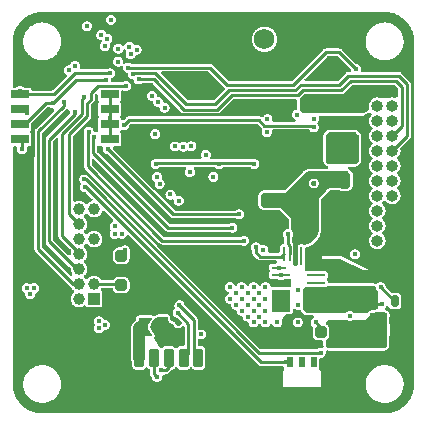
<source format=gbr>
%TF.GenerationSoftware,KiCad,Pcbnew,7.0.11*%
%TF.CreationDate,2024-11-13T01:21:52+09:00*%
%TF.ProjectId,Control,436f6e74-726f-46c2-9e6b-696361645f70,rev?*%
%TF.SameCoordinates,Original*%
%TF.FileFunction,Copper,L1,Top*%
%TF.FilePolarity,Positive*%
%FSLAX46Y46*%
G04 Gerber Fmt 4.6, Leading zero omitted, Abs format (unit mm)*
G04 Created by KiCad (PCBNEW 7.0.11) date 2024-11-13 01:21:52*
%MOMM*%
%LPD*%
G01*
G04 APERTURE LIST*
G04 Aperture macros list*
%AMRoundRect*
0 Rectangle with rounded corners*
0 $1 Rounding radius*
0 $2 $3 $4 $5 $6 $7 $8 $9 X,Y pos of 4 corners*
0 Add a 4 corners polygon primitive as box body*
4,1,4,$2,$3,$4,$5,$6,$7,$8,$9,$2,$3,0*
0 Add four circle primitives for the rounded corners*
1,1,$1+$1,$2,$3*
1,1,$1+$1,$4,$5*
1,1,$1+$1,$6,$7*
1,1,$1+$1,$8,$9*
0 Add four rect primitives between the rounded corners*
20,1,$1+$1,$2,$3,$4,$5,0*
20,1,$1+$1,$4,$5,$6,$7,0*
20,1,$1+$1,$6,$7,$8,$9,0*
20,1,$1+$1,$8,$9,$2,$3,0*%
%AMFreePoly0*
4,1,6,1.000000,0.000000,0.500000,-0.750000,-0.500000,-0.750000,-0.500000,0.750000,0.500000,0.750000,1.000000,0.000000,1.000000,0.000000,$1*%
%AMFreePoly1*
4,1,6,0.500000,-0.750000,-0.650000,-0.750000,-0.150000,0.000000,-0.650000,0.750000,0.500000,0.750000,0.500000,-0.750000,0.500000,-0.750000,$1*%
G04 Aperture macros list end*
%TA.AperFunction,SMDPad,CuDef*%
%ADD10RoundRect,0.250000X-0.650000X0.325000X-0.650000X-0.325000X0.650000X-0.325000X0.650000X0.325000X0*%
%TD*%
%TA.AperFunction,SMDPad,CuDef*%
%ADD11RoundRect,0.175000X-0.175000X0.325000X-0.175000X-0.325000X0.175000X-0.325000X0.175000X0.325000X0*%
%TD*%
%TA.AperFunction,SMDPad,CuDef*%
%ADD12R,1.286000X0.250000*%
%TD*%
%TA.AperFunction,SMDPad,CuDef*%
%ADD13R,1.586000X0.250000*%
%TD*%
%TA.AperFunction,SMDPad,CuDef*%
%ADD14R,1.586000X1.950000*%
%TD*%
%TA.AperFunction,SMDPad,CuDef*%
%ADD15R,1.186000X0.250000*%
%TD*%
%TA.AperFunction,SMDPad,CuDef*%
%ADD16R,0.250000X1.202000*%
%TD*%
%TA.AperFunction,SMDPad,CuDef*%
%ADD17R,0.250000X1.602000*%
%TD*%
%TA.AperFunction,ComponentPad*%
%ADD18R,1.000000X1.000000*%
%TD*%
%TA.AperFunction,ComponentPad*%
%ADD19C,1.000000*%
%TD*%
%TA.AperFunction,SMDPad,CuDef*%
%ADD20RoundRect,0.250000X-0.325000X-0.650000X0.325000X-0.650000X0.325000X0.650000X-0.325000X0.650000X0*%
%TD*%
%TA.AperFunction,SMDPad,CuDef*%
%ADD21FreePoly0,180.000000*%
%TD*%
%TA.AperFunction,SMDPad,CuDef*%
%ADD22FreePoly1,180.000000*%
%TD*%
%TA.AperFunction,ComponentPad*%
%ADD23C,1.750000*%
%TD*%
%TA.AperFunction,ComponentPad*%
%ADD24C,2.100000*%
%TD*%
%TA.AperFunction,ComponentPad*%
%ADD25O,1.000000X1.000000*%
%TD*%
%TA.AperFunction,SMDPad,CuDef*%
%ADD26RoundRect,0.250000X0.475000X-0.250000X0.475000X0.250000X-0.475000X0.250000X-0.475000X-0.250000X0*%
%TD*%
%TA.AperFunction,SMDPad,CuDef*%
%ADD27RoundRect,0.218750X-0.256250X0.218750X-0.256250X-0.218750X0.256250X-0.218750X0.256250X0.218750X0*%
%TD*%
%TA.AperFunction,SMDPad,CuDef*%
%ADD28RoundRect,0.200000X-0.200000X-0.600000X0.200000X-0.600000X0.200000X0.600000X-0.200000X0.600000X0*%
%TD*%
%TA.AperFunction,SMDPad,CuDef*%
%ADD29RoundRect,0.250001X-0.799999X-1.249999X0.799999X-1.249999X0.799999X1.249999X-0.799999X1.249999X0*%
%TD*%
%TA.AperFunction,SMDPad,CuDef*%
%ADD30R,0.600000X0.970000*%
%TD*%
%TA.AperFunction,SMDPad,CuDef*%
%ADD31R,1.150000X0.700000*%
%TD*%
%TA.AperFunction,SMDPad,CuDef*%
%ADD32RoundRect,0.225000X0.375000X-0.225000X0.375000X0.225000X-0.375000X0.225000X-0.375000X-0.225000X0*%
%TD*%
%TA.AperFunction,SMDPad,CuDef*%
%ADD33R,1.600000X0.760000*%
%TD*%
%TA.AperFunction,SMDPad,CuDef*%
%ADD34RoundRect,0.250000X0.250000X0.250000X-0.250000X0.250000X-0.250000X-0.250000X0.250000X-0.250000X0*%
%TD*%
%TA.AperFunction,SMDPad,CuDef*%
%ADD35RoundRect,0.250000X0.250000X-0.250000X0.250000X0.250000X-0.250000X0.250000X-0.250000X-0.250000X0*%
%TD*%
%TA.AperFunction,ViaPad*%
%ADD36C,0.450000*%
%TD*%
%TA.AperFunction,Conductor*%
%ADD37C,0.250000*%
%TD*%
%TA.AperFunction,Conductor*%
%ADD38C,1.000000*%
%TD*%
G04 APERTURE END LIST*
D10*
%TO.P,C27,1*%
%TO.N,VCC*%
X22500000Y-16425000D03*
%TO.P,C27,2*%
%TO.N,GND*%
X22500000Y-19375000D03*
%TD*%
D11*
%TO.P,Q2,1,G*%
%TO.N,Net-(Q1-D)*%
X32850001Y-25000000D03*
%TO.P,Q2,2,S*%
%TO.N,Net-(D4-A)*%
X30950001Y-25000000D03*
%TO.P,Q2,3,D*%
%TO.N,+5V*%
X31900001Y-27400000D03*
%TD*%
D12*
%TO.P,IC1,1,FB*%
%TO.N,Net-(IC1-FB)*%
X23057000Y-22150001D03*
D13*
%TO.P,IC1,2,VCC*%
%TO.N,Net-(IC1-VCC)*%
X23207000Y-22800001D03*
%TO.P,IC1,3,AGND*%
%TO.N,GND*%
X23207000Y-23450001D03*
D14*
%TO.P,IC1,4,SW*%
%TO.N,unconnected-(IC1-SW-Pad4)*%
X23207000Y-24950001D03*
%TO.P,IC1,9,OUT*%
%TO.N,Net-(D4-A)*%
X26193000Y-24950001D03*
D13*
%TO.P,IC1,10,NC_1*%
%TO.N,unconnected-(IC1-NC_1-Pad10)*%
X26193000Y-23450001D03*
%TO.P,IC1,11,BST*%
%TO.N,unconnected-(IC1-BST-Pad11)*%
X26193000Y-22800001D03*
D15*
%TO.P,IC1,12,PGND*%
%TO.N,GND*%
X26393000Y-22150001D03*
D16*
%TO.P,IC1,13,PGND_2*%
X25950000Y-20999001D03*
%TO.P,IC1,14,PGND_3*%
X25450000Y-20999001D03*
D17*
%TO.P,IC1,15,NC_2*%
%TO.N,unconnected-(IC1-NC_2-Pad15)*%
X24950000Y-21199001D03*
%TO.P,IC1,16,IN*%
%TO.N,VCC*%
X24450000Y-21199001D03*
D16*
%TO.P,IC1,17,EN*%
%TO.N,Net-(IC1-EN)*%
X23950000Y-20999001D03*
%TO.P,IC1,18,PG*%
%TO.N,/Power/PG*%
X23450000Y-20999001D03*
%TD*%
D18*
%TO.P,J1,1,Pin_1*%
%TO.N,unconnected-(J1-Pin_1-Pad1)*%
X7400000Y-24810000D03*
D19*
%TO.P,J1,2,Pin_2*%
%TO.N,unconnected-(J1-Pin_2-Pad2)*%
X6130000Y-24810000D03*
%TO.P,J1,3,Pin_3*%
%TO.N,Net-(D1-K)*%
X7400000Y-23540000D03*
%TO.P,J1,4,Pin_4*%
%TO.N,SWDIO*%
X6130000Y-23540000D03*
%TO.P,J1,5,Pin_5*%
%TO.N,GND*%
X7400000Y-22270000D03*
%TO.P,J1,6,Pin_6*%
%TO.N,SWCLK*%
X6130000Y-22270000D03*
%TO.P,J1,7,Pin_7*%
%TO.N,GND*%
X7400000Y-21000000D03*
%TO.P,J1,8,Pin_8*%
%TO.N,SWO*%
X6130000Y-21000000D03*
%TO.P,J1,9,Pin_9*%
%TO.N,unconnected-(J1-Pin_9-Pad9)*%
X7400000Y-19730000D03*
%TO.P,J1,10,Pin_10*%
%TO.N,unconnected-(J1-Pin_10-Pad10)*%
X6130000Y-19730000D03*
%TO.P,J1,11,Pin_11*%
%TO.N,GND*%
X7400000Y-18460000D03*
%TO.P,J1,12,Pin_12*%
%TO.N,NRST*%
X6130000Y-18460000D03*
%TO.P,J1,13,Pin_13*%
%TO.N,unconnected-(J1-Pin_13-Pad13)*%
X7400000Y-17190000D03*
%TO.P,J1,14,Pin_14*%
%TO.N,unconnected-(J1-Pin_14-Pad14)*%
X6130000Y-17190000D03*
%TD*%
D20*
%TO.P,C10,1*%
%TO.N,VCC*%
X24825000Y-19000000D03*
%TO.P,C10,2*%
%TO.N,GND*%
X27775000Y-19000000D03*
%TD*%
D21*
%TO.P,JP3,1,A*%
%TO.N,/RS485/24V_IN*%
X13133252Y-27161442D03*
D22*
%TO.P,JP3,2,B*%
%TO.N,/RS485/24V_OUT*%
X11683252Y-27161442D03*
%TD*%
D23*
%TO.P,SW1,1,A*%
%TO.N,NRST*%
X21825000Y-2812500D03*
%TO.P,SW1,2,B*%
%TO.N,GND*%
X26325000Y-2812500D03*
D24*
%TO.P,SW1,3,shell*%
X20575000Y-5302500D03*
X27585000Y-5302500D03*
%TD*%
D18*
%TO.P,J2,1,Pin_1*%
%TO.N,VDD*%
X31375000Y-7175000D03*
D25*
%TO.P,J2,2,Pin_2*%
X32645000Y-7175000D03*
%TO.P,J2,3,Pin_3*%
%TO.N,SOC*%
X31375000Y-8445000D03*
%TO.P,J2,4,Pin_4*%
%TO.N,ENABLE*%
X32645000Y-8445000D03*
%TO.P,J2,5,Pin_5*%
%TO.N,SOB*%
X31375000Y-9715000D03*
%TO.P,J2,6,Pin_6*%
%TO.N,nFAULT*%
X32645000Y-9715000D03*
%TO.P,J2,7,Pin_7*%
%TO.N,SOA*%
X31375000Y-10985000D03*
%TO.P,J2,8,Pin_8*%
%TO.N,INB_L*%
X32645000Y-10985000D03*
%TO.P,J2,9,Pin_9*%
%TO.N,MISO1*%
X31375000Y-12255000D03*
%TO.P,J2,10,Pin_10*%
%TO.N,INC_L*%
X32645000Y-12255000D03*
%TO.P,J2,11,Pin_11*%
%TO.N,MOSI1*%
X31375000Y-13525000D03*
%TO.P,J2,12,Pin_12*%
%TO.N,INA_L*%
X32645000Y-13525000D03*
%TO.P,J2,13,Pin_13*%
%TO.N,SCLK1*%
X31375000Y-14795000D03*
%TO.P,J2,14,Pin_14*%
%TO.N,CAL*%
X32645000Y-14795000D03*
%TO.P,J2,15,Pin_15*%
%TO.N,CS1_MD*%
X31375000Y-16065000D03*
%TO.P,J2,16,Pin_16*%
%TO.N,+3.3V*%
X32645000Y-16065000D03*
%TO.P,J2,17,Pin_17*%
%TO.N,INA_H*%
X31375000Y-17335000D03*
%TO.P,J2,18,Pin_18*%
%TO.N,GND*%
X32645000Y-17335000D03*
%TO.P,J2,19,Pin_19*%
%TO.N,INB_H*%
X31375000Y-18605000D03*
%TO.P,J2,20,Pin_20*%
%TO.N,GND*%
X32645000Y-18605000D03*
%TO.P,J2,21,Pin_21*%
%TO.N,INC_H*%
X31375000Y-19875000D03*
%TO.P,J2,22,Pin_22*%
%TO.N,GND*%
X32645000Y-19875000D03*
%TO.P,J2,23,Pin_23*%
X31375000Y-21145000D03*
%TO.P,J2,24,Pin_24*%
X32645000Y-21145000D03*
%TO.P,J2,25,Pin_25*%
X31375000Y-22415000D03*
%TO.P,J2,26,Pin_26*%
X32645000Y-22415000D03*
%TD*%
D26*
%TO.P,C11,1*%
%TO.N,Net-(D4-A)*%
X28200000Y-24399000D03*
%TO.P,C11,2*%
%TO.N,GND*%
X28200000Y-22499000D03*
%TD*%
D20*
%TO.P,C26,1*%
%TO.N,VCC*%
X24825000Y-16500000D03*
%TO.P,C26,2*%
%TO.N,GND*%
X27775000Y-16500000D03*
%TD*%
D27*
%TO.P,L1,1,1*%
%TO.N,Net-(D5-K)*%
X28400000Y-12912500D03*
%TO.P,L1,2,2*%
%TO.N,VCC*%
X28400000Y-14487500D03*
%TD*%
D28*
%TO.P,J4,1,Pin_1*%
%TO.N,GND*%
X9975000Y-29800000D03*
%TO.P,J4,2,Pin_2*%
%TO.N,/RS485/24V_OUT*%
X11225000Y-29800000D03*
%TO.P,J4,3,Pin_3*%
%TO.N,/RS485/RS485_A*%
X12475000Y-29800000D03*
%TO.P,J4,4,Pin_4*%
%TO.N,/RS485/RS485_B*%
X13725000Y-29800000D03*
%TO.P,J4,5,Pin_5*%
%TO.N,/RS485/RS485_X*%
X14975000Y-29800000D03*
%TO.P,J4,6,Pin_6*%
%TO.N,/RS485/RS485_Y*%
X16225000Y-29800000D03*
D29*
%TO.P,J4,MP,MountPin*%
%TO.N,GND*%
X7425000Y-32700000D03*
X18775000Y-32700000D03*
%TD*%
D30*
%TO.P,SW3,1,A*%
%TO.N,Slide_SW0*%
X23975000Y-30185000D03*
%TO.P,SW3,2,B*%
%TO.N,+3.3V*%
X24975000Y-30185000D03*
%TO.P,SW3,3,C*%
%TO.N,unconnected-(SW3-C-Pad3)*%
X25975000Y-30185000D03*
D31*
%TO.P,SW3,4,shell*%
%TO.N,GND*%
X21850000Y-31770000D03*
%TO.P,SW3,5,shell*%
X28100000Y-31770000D03*
%TD*%
D32*
%TO.P,D5,1,K*%
%TO.N,Net-(D5-K)*%
X28400000Y-11350000D03*
%TO.P,D5,2,A*%
%TO.N,VDD*%
X28400000Y-8050000D03*
%TD*%
D33*
%TO.P,SW4,1*%
%TO.N,DIP_SW0*%
X1090000Y-7495000D03*
%TO.P,SW4,2*%
%TO.N,DIP_SW1*%
X1090000Y-8765000D03*
%TO.P,SW4,3*%
%TO.N,DIP_SW2*%
X1090000Y-10035000D03*
%TO.P,SW4,4*%
%TO.N,DIP_SW3*%
X1090000Y-11305000D03*
%TO.P,SW4,5*%
%TO.N,+3.3V*%
X8710000Y-11305000D03*
%TO.P,SW4,6*%
X8710000Y-10035000D03*
%TO.P,SW4,7*%
X8710000Y-8765000D03*
%TO.P,SW4,8*%
X8710000Y-7495000D03*
%TD*%
D10*
%TO.P,C14,1*%
%TO.N,VDD*%
X25818415Y-8339498D03*
%TO.P,C14,2*%
%TO.N,GND*%
X25818415Y-11289498D03*
%TD*%
D34*
%TO.P,D6,1,K*%
%TO.N,+5V*%
X29095174Y-27606272D03*
%TO.P,D6,2,A*%
%TO.N,+3.3V*%
X26595174Y-27606272D03*
%TD*%
D35*
%TO.P,D1,1,K*%
%TO.N,Net-(D1-K)*%
X9695031Y-23646856D03*
%TO.P,D1,2,A*%
%TO.N,+3.3V*%
X9695031Y-21146856D03*
%TD*%
D36*
%TO.N,+3.3V*%
X14557155Y-16491036D03*
X24650000Y-26800000D03*
X12943063Y-15085658D03*
X10385068Y-3455492D03*
X8304753Y-3406195D03*
X9418855Y-4714197D03*
X19900000Y-24800000D03*
X8000000Y-2450000D03*
X16452617Y-27815228D03*
X19900000Y-25800000D03*
X12732512Y-14499738D03*
X2000000Y-24400000D03*
X20900000Y-26800000D03*
X19400000Y-25300000D03*
X21400000Y-26300000D03*
X8300000Y-27000000D03*
X21900000Y-24800000D03*
X18900000Y-23800000D03*
X7800000Y-26700000D03*
X20900000Y-25800000D03*
X24650000Y-24050000D03*
X26150000Y-26800000D03*
X13866581Y-15963626D03*
X20400000Y-24300000D03*
X1700000Y-23900000D03*
X12601208Y-13391747D03*
X7800000Y-27300000D03*
X10000000Y-20700000D03*
X8709069Y-9530851D03*
X24650000Y-25300000D03*
X21900000Y-23800000D03*
X2300000Y-23900000D03*
X10485578Y-4098812D03*
X9131159Y-19289618D03*
X9131159Y-18664615D03*
X8518372Y-2781772D03*
X21400000Y-24300000D03*
X20400000Y-25300000D03*
X21400000Y-25300000D03*
X20958253Y-13391747D03*
X22900000Y-26800000D03*
X9439396Y-3615706D03*
X21900000Y-25800000D03*
X11000000Y-3700000D03*
X20900000Y-24800000D03*
X18900000Y-24800000D03*
X20400000Y-26300000D03*
X17959351Y-13391747D03*
X29055160Y-26250228D03*
X20900000Y-23800000D03*
X19900000Y-23800000D03*
X25000000Y-30200000D03*
X19400000Y-24300000D03*
X9756000Y-19289618D03*
X21900000Y-26800000D03*
%TO.N,NRST*%
X10097910Y-6790000D03*
%TO.N,VCC*%
X26129882Y-19325000D03*
X25107983Y-18225000D03*
X24369879Y-18198770D03*
X25337604Y-19325000D03*
X24608628Y-19325410D03*
X25854161Y-18219529D03*
%TO.N,Net-(D4-A)*%
X31757728Y-25246817D03*
X29496350Y-21026480D03*
X29300000Y-24200000D03*
%TO.N,+5V*%
X29700000Y-27300000D03*
X32000000Y-27300000D03*
X29700000Y-28500000D03*
X28500000Y-27300000D03*
X30900000Y-28500000D03*
X30900000Y-26200000D03*
X28500000Y-28500000D03*
X32000000Y-26200000D03*
X27300000Y-28500000D03*
X27500000Y-26900000D03*
X31700000Y-28200000D03*
X30900000Y-27300000D03*
%TO.N,VDD*%
X26639208Y-8100000D03*
%TO.N,GND*%
X34166991Y-12957775D03*
X23000000Y-3400000D03*
X12069345Y-24762212D03*
X1508811Y-15363623D03*
X17900000Y-6800000D03*
X30000000Y-1000000D03*
X27148927Y-18211778D03*
X2300947Y-28915791D03*
X28600000Y-3400000D03*
X11513891Y-7480556D03*
X29736975Y-15146343D03*
X14518413Y-26862555D03*
X10715763Y-26076436D03*
X5161314Y-22299164D03*
X16875165Y-11869177D03*
X8168746Y-22859476D03*
X14573852Y-9123635D03*
X27456622Y-23081490D03*
X20159530Y-9124566D03*
X33200000Y-5000000D03*
X10741386Y-23320372D03*
X7100716Y-27902308D03*
X25963644Y-11180463D03*
X9491621Y-12160108D03*
X11317196Y-3078036D03*
X18050000Y-4870000D03*
X27336528Y-34142165D03*
X13955123Y-9124566D03*
X2578270Y-27008701D03*
X33273480Y-23871594D03*
X18319461Y-21623159D03*
X30045110Y-31999346D03*
X9491778Y-28615177D03*
X800000Y-6100000D03*
X28834558Y-29938231D03*
X3197771Y-9145730D03*
X34200000Y-6000000D03*
X4523047Y-6136364D03*
X20163604Y-18203290D03*
X10116539Y-6109701D03*
X17638802Y-11388767D03*
X4642461Y-3883790D03*
X13295171Y-23299422D03*
X13354435Y-19266688D03*
X1679392Y-13179846D03*
X4122365Y-13631463D03*
X29187103Y-9702922D03*
X19312831Y-26363058D03*
X24558017Y-26062537D03*
X3855219Y-10259651D03*
X29918596Y-2316304D03*
X14800740Y-15606956D03*
X26000001Y-15030583D03*
X4122365Y-12005533D03*
X28239503Y-23095855D03*
X26779885Y-19325000D03*
X28600000Y-22500000D03*
X31421863Y-30022379D03*
X4122365Y-15023515D03*
X19978191Y-21527555D03*
X4748135Y-9366734D03*
X4800000Y-2000000D03*
X26900000Y-16900000D03*
X18897191Y-4233606D03*
X2626455Y-25060890D03*
X32682694Y-25991718D03*
X22870388Y-20665121D03*
X15586607Y-10231000D03*
X20594608Y-31340997D03*
X17668832Y-2443575D03*
X18360216Y-10231000D03*
X33250784Y-33538810D03*
X34250790Y-14428454D03*
X14352616Y-24537235D03*
X1043564Y-30756497D03*
X30609420Y-19325000D03*
X5968780Y-13623614D03*
X15584348Y-15863824D03*
X8155379Y-34065524D03*
X29018792Y-23095855D03*
X34170133Y-11605463D03*
X15480000Y-2300000D03*
X12002566Y-23291042D03*
X18189389Y-25247149D03*
X26297217Y-28611371D03*
X11667882Y-32044912D03*
X22114780Y-11785723D03*
X16820000Y-3660000D03*
X17613446Y-31366137D03*
X15419998Y-34244645D03*
X2400000Y-6000000D03*
X24200000Y-5000000D03*
X10727768Y-20896476D03*
X9607050Y-13978200D03*
X18942714Y-16930811D03*
X4000000Y-1000000D03*
X16376397Y-6826396D03*
X33404416Y-14122586D03*
X22412614Y-13314366D03*
X2038144Y-20322101D03*
X4907554Y-23741930D03*
X30526487Y-18198770D03*
X17188017Y-16870942D03*
X13250000Y-740000D03*
X22000000Y-1000000D03*
X4126332Y-30313407D03*
X11711876Y-34194365D03*
X1600000Y-1400000D03*
X18000000Y-1000000D03*
X5800000Y-800000D03*
X749031Y-14439037D03*
X21200000Y-4000000D03*
X22949370Y-34127326D03*
X8023395Y-31661530D03*
X14237526Y-14393439D03*
X20381586Y-13910083D03*
X7759540Y-1753808D03*
X27800000Y-22500000D03*
X30410185Y-16976378D03*
X27400663Y-21905199D03*
X2017194Y-18248067D03*
X14063563Y-26486023D03*
X6364168Y-34093806D03*
X1000000Y-4200000D03*
X16882335Y-10231000D03*
X30400000Y-5200000D03*
X6120899Y-25816546D03*
X25999685Y-13510604D03*
X25560218Y-27799739D03*
X1656346Y-33462168D03*
X15891758Y-22489991D03*
X10390000Y-2220000D03*
X28659627Y-31277275D03*
X11789621Y-757585D03*
X4122365Y-18271694D03*
X22766388Y-15063012D03*
X26000000Y-1000000D03*
X10623552Y-10288069D03*
X34033261Y-30522033D03*
X17070000Y-6130000D03*
X14665996Y-14972674D03*
X21374009Y-15125007D03*
X12083029Y-3823152D03*
X16209006Y-19325000D03*
X5931335Y-15027770D03*
X12580239Y-4398574D03*
X9074091Y-29827816D03*
X29982260Y-34111090D03*
X20159838Y-20796184D03*
X18402440Y-9124566D03*
X4286599Y-28635325D03*
X15609577Y-18209575D03*
X6520899Y-30897908D03*
X22990864Y-19325000D03*
X23032403Y-31407899D03*
X26789737Y-32633777D03*
X14840000Y-6500000D03*
X15617013Y-16978408D03*
X8415954Y-19640533D03*
X21033778Y-16838985D03*
X14110000Y-930000D03*
X856573Y-18214547D03*
X4122365Y-19635299D03*
X887618Y-27021271D03*
X30296082Y-13510266D03*
X18165819Y-15250000D03*
X13351125Y-20463726D03*
X831433Y-20296961D03*
X7435706Y-8512545D03*
X8355199Y-24298730D03*
X10023286Y-7521431D03*
X16514101Y-28513415D03*
X25800000Y-6000000D03*
X9889814Y-844684D03*
X21725958Y-28648687D03*
X5231028Y-20782107D03*
X5185740Y-32330877D03*
X2600000Y-4800000D03*
X8185505Y-21552206D03*
X17015044Y-23900481D03*
X26388841Y-11971197D03*
X11090000Y-1460000D03*
X24618025Y-32575292D03*
X10010346Y-8956987D03*
X797534Y-25033655D03*
X28040780Y-9859730D03*
X14698266Y-20549769D03*
X8432713Y-17977116D03*
X8807998Y-14744264D03*
X21507855Y-22397552D03*
X19146436Y-22359310D03*
X20549078Y-10231000D03*
X34183750Y-27911770D03*
X18323448Y-18198770D03*
X14276137Y-31441556D03*
X33600000Y-1600000D03*
X18266203Y-11969561D03*
X23000000Y-2200000D03*
X28198448Y-21905541D03*
X6774768Y-16472282D03*
X20153080Y-15114914D03*
X19052700Y-34144086D03*
X13744561Y-13919097D03*
X3851954Y-5263686D03*
X4393836Y-34018386D03*
X9333557Y-22683497D03*
X22725001Y-9207103D03*
X26862014Y-31228392D03*
X19600000Y-2800000D03*
X33348899Y-26657922D03*
X32720404Y-27399547D03*
X13755653Y-15183006D03*
X24575000Y-11256836D03*
X17059350Y-18220154D03*
X19000000Y-6000000D03*
X7828300Y-25863160D03*
X7587892Y-3838399D03*
%TO.N,Current_OUTC*%
X13361361Y-8615333D03*
X24600000Y-9200000D03*
%TO.N,Current_OUTB*%
X22075000Y-9581066D03*
X12811361Y-8120445D03*
%TO.N,Current_OUTA*%
X12295441Y-7614437D03*
X22023711Y-10681000D03*
%TO.N,Net-(IC1-FB)*%
X23057000Y-22150001D03*
%TO.N,Net-(IC1-VCC)*%
X23207000Y-22800001D03*
%TO.N,Net-(IC1-EN)*%
X23825000Y-19325000D03*
%TO.N,/Power/PG*%
X21078788Y-20437033D03*
%TO.N,SWDIO*%
X4809091Y-8154245D03*
%TO.N,SWCLK*%
X5783615Y-8967652D03*
%TO.N,SWO*%
X6578440Y-7695577D03*
%TO.N,CAL*%
X6562931Y-14691231D03*
X26573748Y-29375000D03*
%TO.N,CS1_MD*%
X12569189Y-10858052D03*
%TO.N,/RS485/24V_IN*%
X14348985Y-28701299D03*
X13100381Y-28740302D03*
X14840191Y-28251325D03*
X14630000Y-27607386D03*
X13718266Y-28574159D03*
%TO.N,/RS485/RS485_A*%
X12728052Y-31411288D03*
%TO.N,/RS485/RS485_B*%
X13097751Y-30861350D03*
%TO.N,/RS485/RS485_X*%
X14466797Y-25970512D03*
%TO.N,/RS485/RS485_Y*%
X14624777Y-25340000D03*
%TO.N,Net-(Q1-D)*%
X32729889Y-25051950D03*
X31649455Y-23799454D03*
X21723667Y-20665121D03*
%TO.N,DIP_SW0*%
X1122121Y-7200000D03*
X8747421Y-5701993D03*
%TO.N,Slide_SW0*%
X6598287Y-15362983D03*
X23649240Y-30185000D03*
%TO.N,MISO1*%
X15637213Y-11880288D03*
X16856430Y-12601098D03*
%TO.N,INA_L*%
X29577044Y-5350000D03*
X10260398Y-5229295D03*
%TO.N,INC_L*%
X10696779Y-5767517D03*
%TO.N,INB_L*%
X11175860Y-6224929D03*
%TO.N,nFAULT*%
X26000292Y-9596608D03*
%TO.N,MOSI1*%
X17500000Y-14467919D03*
X14967145Y-11912983D03*
%TO.N,INA_H*%
X8556491Y-12112853D03*
X19663269Y-17648770D03*
%TO.N,INB_H*%
X7422189Y-11074256D03*
X19107401Y-18775000D03*
%TO.N,INC_H*%
X20091980Y-19875000D03*
X6935109Y-10644586D03*
%TO.N,ENABLE*%
X26000000Y-10289498D03*
X9935002Y-10094586D03*
%TO.N,Phase_A*%
X8834022Y-1175000D03*
X5267733Y-5447708D03*
%TO.N,CS1_Encoder*%
X14243904Y-11896848D03*
X15508229Y-14073547D03*
%TO.N,Phase_B*%
X5785908Y-5055282D03*
X6785121Y-1725000D03*
%TO.N,DIP_SW1*%
X1679973Y-9100140D03*
%TO.N,DIP_SW2*%
X3902689Y-8226965D03*
X8373837Y-6233912D03*
%TO.N,DIP_SW3*%
X1284576Y-12152803D03*
%TD*%
D37*
%TO.N,INB_L*%
X12469701Y-6224929D02*
X11175860Y-6224929D01*
X15025772Y-8781000D02*
X12469701Y-6224929D01*
X17831018Y-8781000D02*
X15025772Y-8781000D01*
X19034518Y-7577500D02*
X17831018Y-8781000D01*
X24628877Y-7577500D02*
X19034518Y-7577500D01*
X25062094Y-7144283D02*
X24628877Y-7577500D01*
X28324157Y-7144283D02*
X25062094Y-7144283D01*
X29118440Y-6350000D02*
X28324157Y-7144283D01*
X32986727Y-6350000D02*
X29118440Y-6350000D01*
X33470000Y-10160000D02*
X33470000Y-6833273D01*
X33470000Y-6833273D02*
X32986727Y-6350000D01*
X32645000Y-10985000D02*
X33470000Y-10160000D01*
%TO.N,INC_L*%
X10796779Y-5667517D02*
X10696779Y-5767517D01*
X12548685Y-5667517D02*
X10796779Y-5667517D01*
X15212168Y-8331000D02*
X12548685Y-5667517D01*
X17644622Y-8331000D02*
X15212168Y-8331000D01*
X18848122Y-7127500D02*
X17644622Y-8331000D01*
X24875698Y-6694283D02*
X24442481Y-7127500D01*
X33173123Y-5900000D02*
X28932044Y-5900000D01*
X28932044Y-5900000D02*
X28137761Y-6694283D01*
X28137761Y-6694283D02*
X24875698Y-6694283D01*
X33920000Y-6646877D02*
X33173123Y-5900000D01*
X24442481Y-7127500D02*
X18848122Y-7127500D01*
X33920000Y-10980000D02*
X33920000Y-6646877D01*
X32645000Y-12255000D02*
X33920000Y-10980000D01*
%TO.N,+3.3V*%
X26595174Y-27606272D02*
X26595174Y-27245174D01*
X10000000Y-20700000D02*
X10000000Y-20841887D01*
X18038850Y-13312248D02*
X17959351Y-13391747D01*
X8710000Y-9529920D02*
X8710000Y-7495000D01*
X8709069Y-9530851D02*
X8710000Y-9529920D01*
X20958253Y-13391747D02*
X20878754Y-13312248D01*
X12684690Y-13308265D02*
X12601208Y-13391747D01*
X20878754Y-13312248D02*
X18038850Y-13312248D01*
X26595174Y-27245174D02*
X26150000Y-26800000D01*
X10000000Y-20841887D02*
X9695031Y-21146856D01*
X17959351Y-13391747D02*
X17875869Y-13308265D01*
X17875869Y-13308265D02*
X12684690Y-13308265D01*
X8709069Y-9530851D02*
X8710000Y-9531782D01*
X8710000Y-9531782D02*
X8710000Y-11305000D01*
%TO.N,NRST*%
X7128440Y-7390732D02*
X7128440Y-7923395D01*
X7729172Y-6790000D02*
X7128440Y-7390732D01*
X5305000Y-10860481D02*
X5305000Y-17635000D01*
X5305000Y-17635000D02*
X6130000Y-18460000D01*
X6815969Y-9349512D02*
X5305000Y-10860481D01*
X7128440Y-7923395D02*
X6815969Y-8235866D01*
X10097910Y-6790000D02*
X7729172Y-6790000D01*
X6815969Y-8235866D02*
X6815969Y-9349512D01*
%TO.N,Net-(D4-A)*%
X31757728Y-25246817D02*
X31196818Y-25246817D01*
X31196818Y-25246817D02*
X30950001Y-25000000D01*
%TO.N,GND*%
X5161314Y-22299164D02*
X5161314Y-22291853D01*
X4122365Y-19673444D02*
X5231028Y-20782107D01*
D38*
X30923019Y-21145000D02*
X31375000Y-21145000D01*
X27775000Y-19000000D02*
X28778019Y-19000000D01*
D37*
X5161314Y-22291853D02*
X3122365Y-20252904D01*
X2215000Y-10128501D02*
X2215000Y-12644238D01*
D38*
X28778019Y-19000000D02*
X30923019Y-21145000D01*
D37*
X4122365Y-12005533D02*
X4122365Y-19673444D01*
X3197771Y-9145730D02*
X2215000Y-10128501D01*
X3122365Y-20252904D02*
X3122365Y-10992504D01*
X2215000Y-12644238D02*
X1679392Y-13179846D01*
X3122365Y-10992504D02*
X4748135Y-9366734D01*
%TO.N,Net-(D1-K)*%
X9588175Y-23540000D02*
X9695031Y-23646856D01*
X7400000Y-23540000D02*
X9588175Y-23540000D01*
%TO.N,Net-(IC1-EN)*%
X23950000Y-20300000D02*
X23950000Y-20999001D01*
X23825000Y-20175000D02*
X23950000Y-20300000D01*
X23825000Y-19325000D02*
X23825000Y-20175000D01*
%TO.N,/Power/PG*%
X21472919Y-21215121D02*
X23233880Y-21215121D01*
X21078788Y-20820990D02*
X21472919Y-21215121D01*
X21078788Y-20437033D02*
X21078788Y-20820990D01*
X23233880Y-21215121D02*
X23450000Y-20999001D01*
%TO.N,SWDIO*%
X2672365Y-20588034D02*
X5624331Y-23540000D01*
X2672365Y-10622875D02*
X2672365Y-20588034D01*
X5624331Y-23540000D02*
X6130000Y-23540000D01*
X4809091Y-8486149D02*
X2672365Y-10622875D01*
X4809091Y-8154245D02*
X4809091Y-8486149D01*
%TO.N,SWCLK*%
X5941103Y-22270000D02*
X6130000Y-22270000D01*
X5783615Y-8967652D02*
X5783615Y-9109074D01*
X5783615Y-9109074D02*
X3572365Y-11320324D01*
X3572365Y-19901262D02*
X5941103Y-22270000D01*
X3572365Y-11320324D02*
X3572365Y-19901262D01*
%TO.N,SWO*%
X6365969Y-7908048D02*
X6365969Y-9163116D01*
X6130000Y-20896727D02*
X6130000Y-21000000D01*
X4676368Y-10852717D02*
X4676368Y-19443095D01*
X6365969Y-9163116D02*
X4676368Y-10852717D01*
X4676368Y-19443095D02*
X6130000Y-20896727D01*
X6578440Y-7695577D02*
X6365969Y-7908048D01*
%TO.N,CAL*%
X6562931Y-14691231D02*
X6704354Y-14691231D01*
X21388123Y-29375000D02*
X26573748Y-29375000D01*
X6704354Y-14691231D02*
X21388123Y-29375000D01*
%TO.N,/RS485/RS485_A*%
X12728052Y-31411288D02*
X12475000Y-31158236D01*
X12475000Y-31158236D02*
X12475000Y-29800000D01*
%TO.N,/RS485/RS485_B*%
X13097751Y-30861350D02*
X13463649Y-30861350D01*
X13463649Y-30861350D02*
X13725000Y-30599999D01*
X13725000Y-30599999D02*
X13725000Y-29800000D01*
%TO.N,/RS485/RS485_X*%
X15390191Y-26893906D02*
X15390191Y-29384809D01*
X15390191Y-29384809D02*
X14975000Y-29800000D01*
X14466797Y-25970512D02*
X15390191Y-26893906D01*
%TO.N,/RS485/RS485_Y*%
X14624777Y-25340000D02*
X15840191Y-26555414D01*
X15840191Y-26555414D02*
X15840191Y-29415191D01*
X15840191Y-29415191D02*
X16225000Y-29800000D01*
D38*
%TO.N,/RS485/24V_OUT*%
X11225000Y-27307727D02*
X11436461Y-27096266D01*
X11225000Y-29800000D02*
X11225000Y-27307727D01*
D37*
%TO.N,Net-(Q1-D)*%
X32729889Y-25051950D02*
X32729889Y-24879888D01*
X32729889Y-24879888D02*
X31649455Y-23799454D01*
%TO.N,DIP_SW0*%
X8747421Y-5701993D02*
X8619736Y-5701993D01*
X5809347Y-5683912D02*
X3998259Y-7495000D01*
X3998259Y-7495000D02*
X1090000Y-7495000D01*
X8619736Y-5701993D02*
X8601655Y-5683912D01*
X8601655Y-5683912D02*
X5809347Y-5683912D01*
%TO.N,Slide_SW0*%
X21561727Y-30185000D02*
X6739710Y-15362983D01*
X6739710Y-15362983D02*
X6598287Y-15362983D01*
X23649240Y-30185000D02*
X21561727Y-30185000D01*
%TO.N,INA_L*%
X17201743Y-5217517D02*
X10272176Y-5217517D01*
X18661726Y-6677500D02*
X17201743Y-5217517D01*
X29577044Y-5350000D02*
X28154544Y-3927500D01*
X28154544Y-3927500D02*
X27006085Y-3927500D01*
X27006085Y-3927500D02*
X24256085Y-6677500D01*
X10272176Y-5217517D02*
X10260398Y-5229295D01*
X24256085Y-6677500D02*
X18661726Y-6677500D01*
%TO.N,INA_H*%
X14092408Y-17648770D02*
X19663269Y-17648770D01*
X8556491Y-12112853D02*
X14092408Y-17648770D01*
%TO.N,INB_H*%
X7305189Y-12453824D02*
X7305189Y-11191256D01*
X7305189Y-11191256D02*
X7422189Y-11074256D01*
X13626365Y-18775000D02*
X7305189Y-12453824D01*
X19107401Y-18775000D02*
X13626365Y-18775000D01*
%TO.N,INC_H*%
X6855189Y-13569274D02*
X6855189Y-10724506D01*
X20091980Y-19875000D02*
X13160915Y-19875000D01*
X6855189Y-10724506D02*
X6935109Y-10644586D01*
X13160915Y-19875000D02*
X6855189Y-13569274D01*
%TO.N,ENABLE*%
X21374302Y-9681000D02*
X10348588Y-9681000D01*
X21824302Y-10131000D02*
X21374302Y-9681000D01*
X10348588Y-9681000D02*
X9935002Y-10094586D01*
X25841502Y-10131000D02*
X21824302Y-10131000D01*
X26000000Y-10289498D02*
X25841502Y-10131000D01*
%TO.N,DIP_SW2*%
X5895743Y-6233912D02*
X8373837Y-6233912D01*
X3330967Y-8226965D02*
X3902689Y-8226965D01*
X3902689Y-8226965D02*
X5895743Y-6233912D01*
X1522932Y-10035000D02*
X3330967Y-8226965D01*
X1090000Y-10035000D02*
X1522932Y-10035000D01*
%TO.N,DIP_SW3*%
X1284576Y-12152803D02*
X1284576Y-11499576D01*
X1284576Y-11499576D02*
X1090000Y-11305000D01*
%TD*%
%TA.AperFunction,Conductor*%
%TO.N,Net-(D4-A)*%
G36*
X31129476Y-23703896D02*
G01*
X31158375Y-23715338D01*
X31183522Y-23733608D01*
X31186319Y-23736319D01*
X31188156Y-23738156D01*
X31207207Y-23762716D01*
X31219551Y-23791242D01*
X31224186Y-23817374D01*
X31226932Y-23857519D01*
X31226934Y-23857535D01*
X31238776Y-23914517D01*
X31238781Y-23914534D01*
X31258269Y-23969370D01*
X31258270Y-23969372D01*
X31274846Y-24001361D01*
X31285050Y-24021053D01*
X31318619Y-24068609D01*
X31318625Y-24068615D01*
X31358347Y-24111148D01*
X31360633Y-24113283D01*
X31380512Y-24137178D01*
X31393824Y-24165266D01*
X31399733Y-24195781D01*
X31400000Y-24203910D01*
X31400000Y-25574500D01*
X31396104Y-25605338D01*
X31384662Y-25634237D01*
X31366392Y-25659384D01*
X31342443Y-25679197D01*
X31314318Y-25692431D01*
X31283786Y-25698255D01*
X31276000Y-25698500D01*
X31274665Y-25698500D01*
X31260435Y-25699003D01*
X31260425Y-25699003D01*
X31260416Y-25699004D01*
X31242975Y-25700239D01*
X31242969Y-25700239D01*
X31242963Y-25700240D01*
X31242960Y-25700240D01*
X31242955Y-25700241D01*
X31220993Y-25703985D01*
X31204028Y-25706877D01*
X31204026Y-25706877D01*
X31204023Y-25706878D01*
X31174055Y-25715075D01*
X31150109Y-25723273D01*
X31150071Y-25723287D01*
X31033229Y-25771685D01*
X31003248Y-25779887D01*
X30972169Y-25780375D01*
X30968903Y-25779970D01*
X30929105Y-25774500D01*
X30870895Y-25774500D01*
X30859361Y-25776085D01*
X30813223Y-25782427D01*
X30757173Y-25798131D01*
X30757169Y-25798133D01*
X30703790Y-25821318D01*
X30703786Y-25821320D01*
X30654051Y-25851564D01*
X30608892Y-25888305D01*
X30569170Y-25930838D01*
X30569155Y-25930856D01*
X30557402Y-25947508D01*
X30536436Y-25970455D01*
X30510422Y-25987467D01*
X30480995Y-25997475D01*
X30456098Y-26000000D01*
X29457533Y-26000000D01*
X29426695Y-25996104D01*
X29397796Y-25984662D01*
X29372649Y-25966392D01*
X29366915Y-25960642D01*
X29346265Y-25938531D01*
X29328203Y-25923836D01*
X29301108Y-25901792D01*
X29251373Y-25871548D01*
X29251369Y-25871546D01*
X29197990Y-25848361D01*
X29197986Y-25848359D01*
X29141936Y-25832655D01*
X29098682Y-25826709D01*
X29084265Y-25824728D01*
X29026055Y-25824728D01*
X29014521Y-25826313D01*
X28968383Y-25832655D01*
X28912333Y-25848359D01*
X28912329Y-25848361D01*
X28858950Y-25871546D01*
X28858946Y-25871548D01*
X28809211Y-25901792D01*
X28764052Y-25938533D01*
X28755671Y-25947508D01*
X28743410Y-25960635D01*
X28719518Y-25980513D01*
X28691430Y-25993825D01*
X28660914Y-25999733D01*
X28652787Y-26000000D01*
X25401362Y-26000000D01*
X25370524Y-25996104D01*
X25341625Y-25984662D01*
X25316478Y-25966392D01*
X25313681Y-25963681D01*
X25136319Y-25786319D01*
X25117268Y-25761759D01*
X25104924Y-25733233D01*
X25100061Y-25702533D01*
X25100000Y-25698638D01*
X25100000Y-24001361D01*
X25103896Y-23970523D01*
X25115338Y-23941624D01*
X25133608Y-23916477D01*
X25136287Y-23913712D01*
X25244552Y-23805447D01*
X25269108Y-23786400D01*
X25297634Y-23774056D01*
X25328334Y-23769193D01*
X25359279Y-23772118D01*
X25363582Y-23773213D01*
X25364445Y-23773374D01*
X25388370Y-23775501D01*
X25388378Y-23775501D01*
X26997622Y-23775501D01*
X26997630Y-23775501D01*
X27021555Y-23773374D01*
X27060759Y-23762156D01*
X27096903Y-23743276D01*
X27115764Y-23727897D01*
X27142126Y-23711429D01*
X27171755Y-23702034D01*
X27194124Y-23700000D01*
X31098638Y-23700000D01*
X31129476Y-23703896D01*
G37*
%TD.AperFunction*%
%TD*%
%TA.AperFunction,Conductor*%
%TO.N,/RS485/24V_IN*%
G36*
X13547859Y-26303896D02*
G01*
X13576758Y-26315338D01*
X13601905Y-26333608D01*
X13621718Y-26357557D01*
X13634952Y-26385682D01*
X13640776Y-26416214D01*
X13640732Y-26432460D01*
X13637069Y-26486021D01*
X13637069Y-26486023D01*
X13641040Y-26544087D01*
X13641042Y-26544104D01*
X13652884Y-26601086D01*
X13652889Y-26601103D01*
X13672377Y-26655939D01*
X13672378Y-26655941D01*
X13699155Y-26707617D01*
X13699158Y-26707622D01*
X13732727Y-26755178D01*
X13772458Y-26797720D01*
X13781575Y-26805137D01*
X13817614Y-26834458D01*
X13867349Y-26864702D01*
X13867353Y-26864704D01*
X13920732Y-26887889D01*
X13920736Y-26887891D01*
X13920737Y-26887891D01*
X13920739Y-26887892D01*
X13976790Y-26903596D01*
X14012099Y-26908449D01*
X14042117Y-26916508D01*
X14069189Y-26931779D01*
X14091613Y-26953303D01*
X14107980Y-26979728D01*
X14112051Y-26989768D01*
X14127229Y-27032474D01*
X14139784Y-27056703D01*
X14154008Y-27084154D01*
X14187577Y-27131710D01*
X14227308Y-27174252D01*
X14254218Y-27196145D01*
X14272464Y-27210990D01*
X14322199Y-27241234D01*
X14322203Y-27241236D01*
X14375582Y-27264421D01*
X14375586Y-27264423D01*
X14375587Y-27264423D01*
X14375589Y-27264424D01*
X14396890Y-27270392D01*
X14430183Y-27279720D01*
X14431640Y-27280128D01*
X14489308Y-27288055D01*
X14489309Y-27288055D01*
X14547517Y-27288055D01*
X14547518Y-27288055D01*
X14605186Y-27280128D01*
X14661237Y-27264424D01*
X14687932Y-27252828D01*
X14714622Y-27241236D01*
X14714626Y-27241234D01*
X14764361Y-27210990D01*
X14764361Y-27210989D01*
X14764364Y-27210988D01*
X14809518Y-27174252D01*
X14849249Y-27131710D01*
X14849255Y-27131700D01*
X14850065Y-27130834D01*
X14873960Y-27110956D01*
X14902048Y-27097644D01*
X14932564Y-27091736D01*
X14963591Y-27093602D01*
X14993178Y-27103125D01*
X15019468Y-27119708D01*
X15040808Y-27142308D01*
X15055857Y-27169504D01*
X15063670Y-27199589D01*
X15064691Y-27215469D01*
X15064691Y-28675500D01*
X15060795Y-28706338D01*
X15049353Y-28735237D01*
X15031083Y-28760384D01*
X15007134Y-28780197D01*
X14979009Y-28793431D01*
X14948477Y-28799255D01*
X14940692Y-28799500D01*
X14760700Y-28799500D01*
X14760692Y-28799501D01*
X14723977Y-28802126D01*
X14717857Y-28802564D01*
X14717856Y-28802564D01*
X14717847Y-28802565D01*
X14661877Y-28814741D01*
X14661869Y-28814744D01*
X14608208Y-28834759D01*
X14608200Y-28834762D01*
X14557915Y-28862219D01*
X14512065Y-28896542D01*
X14512047Y-28896558D01*
X14471558Y-28937047D01*
X14471547Y-28937059D01*
X14461628Y-28950311D01*
X14440029Y-28972663D01*
X14413549Y-28988941D01*
X14383854Y-28998123D01*
X14362361Y-29000000D01*
X14337639Y-29000000D01*
X14306801Y-28996104D01*
X14277902Y-28984662D01*
X14252755Y-28966392D01*
X14238372Y-28950311D01*
X14228452Y-28937059D01*
X14228441Y-28937047D01*
X14187952Y-28896558D01*
X14187934Y-28896542D01*
X14142084Y-28862219D01*
X14091799Y-28834762D01*
X14091791Y-28834759D01*
X14038130Y-28814744D01*
X14038120Y-28814741D01*
X13982145Y-28802564D01*
X13982137Y-28802563D01*
X13939304Y-28799500D01*
X13510700Y-28799500D01*
X13510692Y-28799501D01*
X13473977Y-28802126D01*
X13467857Y-28802564D01*
X13467856Y-28802564D01*
X13467847Y-28802565D01*
X13411877Y-28814741D01*
X13411869Y-28814744D01*
X13358208Y-28834759D01*
X13358200Y-28834762D01*
X13307915Y-28862219D01*
X13262065Y-28896542D01*
X13262046Y-28896559D01*
X13225788Y-28932817D01*
X13201228Y-28951868D01*
X13172701Y-28964212D01*
X13142001Y-28969074D01*
X13111057Y-28966148D01*
X13081812Y-28955619D01*
X13071234Y-28949557D01*
X12825994Y-28792500D01*
X12802126Y-28772588D01*
X12783960Y-28747367D01*
X12780238Y-28739948D01*
X12499219Y-28129740D01*
X12489858Y-28100100D01*
X12488162Y-28069064D01*
X12494238Y-28038581D01*
X12504654Y-28015539D01*
X12516823Y-27994615D01*
X12529808Y-27955960D01*
X12534746Y-27915482D01*
X12531434Y-27874839D01*
X12520009Y-27835694D01*
X12500938Y-27799651D01*
X12188728Y-27331337D01*
X12174866Y-27303521D01*
X12168355Y-27273127D01*
X12168171Y-27254430D01*
X12182932Y-27030034D01*
X12188842Y-26999531D01*
X12202156Y-26971444D01*
X12203399Y-26969539D01*
X12500938Y-26523233D01*
X12509578Y-26508213D01*
X12528329Y-26483428D01*
X12552657Y-26464081D01*
X12557131Y-26461489D01*
X12822046Y-26315413D01*
X12850932Y-26303935D01*
X12881764Y-26300000D01*
X13517021Y-26300000D01*
X13547859Y-26303896D01*
G37*
%TD.AperFunction*%
%TD*%
%TA.AperFunction,Conductor*%
%TO.N,Net-(D5-K)*%
G36*
X29529476Y-10703896D02*
G01*
X29558375Y-10715338D01*
X29583522Y-10733608D01*
X29586319Y-10736319D01*
X29763681Y-10913681D01*
X29782732Y-10938241D01*
X29795076Y-10966767D01*
X29799939Y-10997467D01*
X29800000Y-11001362D01*
X29800000Y-13098638D01*
X29796104Y-13129476D01*
X29784662Y-13158375D01*
X29766392Y-13183522D01*
X29763681Y-13186319D01*
X29586319Y-13363681D01*
X29561759Y-13382732D01*
X29533233Y-13395076D01*
X29502533Y-13399939D01*
X29498638Y-13400000D01*
X27301362Y-13400000D01*
X27270524Y-13396104D01*
X27241625Y-13384662D01*
X27216478Y-13366392D01*
X27213681Y-13363681D01*
X27036319Y-13186319D01*
X27017268Y-13161759D01*
X27004924Y-13133233D01*
X27000061Y-13102533D01*
X27000000Y-13098638D01*
X27000000Y-11001362D01*
X27003896Y-10970524D01*
X27015338Y-10941625D01*
X27033608Y-10916478D01*
X27036319Y-10913681D01*
X27213681Y-10736319D01*
X27238241Y-10717268D01*
X27266767Y-10704924D01*
X27297467Y-10700061D01*
X27301362Y-10700000D01*
X29498638Y-10700000D01*
X29529476Y-10703896D01*
G37*
%TD.AperFunction*%
%TD*%
%TA.AperFunction,Conductor*%
%TO.N,VDD*%
G36*
X32831376Y-6679396D02*
G01*
X32860275Y-6690838D01*
X32885422Y-6709108D01*
X32888219Y-6711819D01*
X33108181Y-6931781D01*
X33127232Y-6956341D01*
X33139576Y-6984867D01*
X33144439Y-7015567D01*
X33144500Y-7019462D01*
X33144500Y-7554138D01*
X33140604Y-7584976D01*
X33129162Y-7613875D01*
X33110892Y-7639022D01*
X33108212Y-7641787D01*
X33006461Y-7743539D01*
X32998455Y-7751545D01*
X32973895Y-7770595D01*
X32945368Y-7782940D01*
X32914668Y-7787802D01*
X32883724Y-7784877D01*
X32866332Y-7779625D01*
X32861759Y-7777869D01*
X32790848Y-7758869D01*
X32790836Y-7758867D01*
X32718323Y-7747382D01*
X32645000Y-7743539D01*
X32571676Y-7747382D01*
X32499163Y-7758867D01*
X32499151Y-7758869D01*
X32428240Y-7777869D01*
X32402365Y-7787802D01*
X32392042Y-7791764D01*
X32361859Y-7799178D01*
X32347607Y-7800000D01*
X31649414Y-7800000D01*
X31591758Y-7777869D01*
X31520848Y-7758869D01*
X31520836Y-7758867D01*
X31448323Y-7747382D01*
X31375000Y-7743539D01*
X31301676Y-7747382D01*
X31229163Y-7758867D01*
X31229151Y-7758869D01*
X31158245Y-7777868D01*
X31089688Y-7804183D01*
X31024275Y-7837514D01*
X31024257Y-7837524D01*
X30962693Y-7877504D01*
X30905635Y-7923709D01*
X30905627Y-7923716D01*
X30853716Y-7975627D01*
X30853709Y-7975635D01*
X30807504Y-8032693D01*
X30767524Y-8094257D01*
X30767514Y-8094275D01*
X30734183Y-8159688D01*
X30707868Y-8228245D01*
X30688869Y-8299151D01*
X30688867Y-8299163D01*
X30677382Y-8371676D01*
X30673539Y-8444999D01*
X30673539Y-8445000D01*
X30677382Y-8518323D01*
X30688867Y-8590836D01*
X30688869Y-8590849D01*
X30706218Y-8655597D01*
X30710436Y-8686392D01*
X30706863Y-8717269D01*
X30695724Y-8746287D01*
X30681103Y-8767785D01*
X30579156Y-8888269D01*
X30556263Y-8909294D01*
X30536669Y-8920663D01*
X30412171Y-8978405D01*
X30183071Y-9084662D01*
X30174817Y-9088490D01*
X30145203Y-9097931D01*
X30122644Y-9100000D01*
X25102819Y-9100000D01*
X25071981Y-9096104D01*
X25043082Y-9084662D01*
X25017935Y-9066392D01*
X24998122Y-9042443D01*
X24992722Y-9033049D01*
X24964407Y-8978405D01*
X24964403Y-8978398D01*
X24955854Y-8966287D01*
X24930836Y-8930845D01*
X24891105Y-8888303D01*
X24845951Y-8851567D01*
X24845949Y-8851566D01*
X24845743Y-8851398D01*
X24824281Y-8828914D01*
X24809085Y-8801800D01*
X24801109Y-8771758D01*
X24800000Y-8755211D01*
X24800000Y-7916573D01*
X24803896Y-7885735D01*
X24815338Y-7856836D01*
X24833608Y-7831689D01*
X24843472Y-7822280D01*
X24849993Y-7816711D01*
X24849994Y-7816708D01*
X24853973Y-7813311D01*
X24853979Y-7813304D01*
X24859752Y-7808375D01*
X24864925Y-7802317D01*
X24871521Y-7795181D01*
X25160601Y-7506102D01*
X25185161Y-7487051D01*
X25213687Y-7474707D01*
X25244387Y-7469844D01*
X25248282Y-7469783D01*
X28306488Y-7469783D01*
X28316215Y-7470164D01*
X28324157Y-7470790D01*
X28375234Y-7466770D01*
X28425053Y-7454810D01*
X28425054Y-7454809D01*
X28425056Y-7454809D01*
X28472385Y-7435205D01*
X28472386Y-7435203D01*
X28472389Y-7435203D01*
X28516073Y-7408433D01*
X28545273Y-7383494D01*
X28545276Y-7383489D01*
X28549256Y-7380091D01*
X28549258Y-7380088D01*
X28555032Y-7375158D01*
X28560205Y-7369100D01*
X28566801Y-7361964D01*
X29216948Y-6711819D01*
X29241508Y-6692768D01*
X29270034Y-6680424D01*
X29300734Y-6675561D01*
X29304629Y-6675500D01*
X32800538Y-6675500D01*
X32831376Y-6679396D01*
G37*
%TD.AperFunction*%
%TD*%
%TA.AperFunction,Conductor*%
%TO.N,VCC*%
G36*
X28829476Y-14003896D02*
G01*
X28858375Y-14015338D01*
X28883522Y-14033608D01*
X28886319Y-14036319D01*
X29063681Y-14213681D01*
X29082732Y-14238241D01*
X29095076Y-14266767D01*
X29099939Y-14297467D01*
X29100000Y-14301362D01*
X29100000Y-15198638D01*
X29096104Y-15229476D01*
X29084662Y-15258375D01*
X29066392Y-15283522D01*
X29063681Y-15286319D01*
X28886319Y-15463681D01*
X28861759Y-15482732D01*
X28833233Y-15495076D01*
X28802533Y-15499939D01*
X28798638Y-15500000D01*
X28424741Y-15500000D01*
X28393903Y-15496104D01*
X28365004Y-15484662D01*
X28356284Y-15479391D01*
X28323572Y-15457731D01*
X28269293Y-15431432D01*
X28269291Y-15431431D01*
X28269281Y-15431427D01*
X28211996Y-15412603D01*
X28211992Y-15412601D01*
X28174895Y-15405704D01*
X28152694Y-15401577D01*
X28152690Y-15401576D01*
X28152693Y-15401576D01*
X28117217Y-15399500D01*
X27432786Y-15399500D01*
X27432776Y-15399501D01*
X27397311Y-15401576D01*
X27397299Y-15401577D01*
X27344230Y-15411445D01*
X27338013Y-15412601D01*
X27338002Y-15412603D01*
X27280718Y-15431427D01*
X27280708Y-15431431D01*
X27226433Y-15457728D01*
X27226431Y-15457729D01*
X27176145Y-15491024D01*
X27176137Y-15491030D01*
X27130736Y-15530736D01*
X27091030Y-15576137D01*
X27091024Y-15576145D01*
X27057729Y-15626431D01*
X27057726Y-15626436D01*
X27051960Y-15638337D01*
X27035007Y-15664390D01*
X27028051Y-15671947D01*
X26576778Y-16123221D01*
X26576777Y-16123222D01*
X26576776Y-16123223D01*
X26400000Y-16300000D01*
X26400000Y-16549998D01*
X26400000Y-19103300D01*
X26396104Y-19134138D01*
X26389738Y-19152693D01*
X26388699Y-19155084D01*
X26369211Y-19209919D01*
X26369203Y-19209945D01*
X26365573Y-19227415D01*
X26358729Y-19249635D01*
X26232661Y-19553990D01*
X26217261Y-19580989D01*
X26205781Y-19594218D01*
X25794218Y-20005781D01*
X25769658Y-20024832D01*
X25753990Y-20032661D01*
X25378821Y-20188062D01*
X25348840Y-20196264D01*
X25331368Y-20197501D01*
X25313366Y-20197501D01*
X25290736Y-20199513D01*
X25279758Y-20200000D01*
X25120242Y-20200000D01*
X25109264Y-20199513D01*
X25086633Y-20197501D01*
X25086630Y-20197501D01*
X24813370Y-20197501D01*
X24813368Y-20197501D01*
X24789446Y-20199627D01*
X24788143Y-20200000D01*
X24700000Y-20200000D01*
X24700000Y-20241218D01*
X24682494Y-20255493D01*
X24682492Y-20255495D01*
X24656728Y-20287092D01*
X24656723Y-20287100D01*
X24637848Y-20323235D01*
X24637845Y-20323242D01*
X24626626Y-20362447D01*
X24624500Y-20386369D01*
X24624500Y-21874138D01*
X24620604Y-21904976D01*
X24609162Y-21933875D01*
X24590892Y-21959022D01*
X24588181Y-21961819D01*
X24537681Y-22012319D01*
X24513121Y-22031370D01*
X24484595Y-22043714D01*
X24453895Y-22048577D01*
X24422950Y-22045652D01*
X24393705Y-22035123D01*
X24367997Y-22017652D01*
X24362319Y-22012319D01*
X24240579Y-21890579D01*
X24221528Y-21866019D01*
X24209184Y-21837493D01*
X24204321Y-21806793D01*
X24207246Y-21775848D01*
X24217775Y-21746603D01*
X24232156Y-21724539D01*
X24243275Y-21710904D01*
X24262155Y-21674760D01*
X24273373Y-21635556D01*
X24275500Y-21611631D01*
X24275500Y-20386371D01*
X24275500Y-20317669D01*
X24275882Y-20307942D01*
X24276507Y-20300000D01*
X24272488Y-20248923D01*
X24260527Y-20199104D01*
X24245243Y-20162205D01*
X24240922Y-20151772D01*
X24214149Y-20108082D01*
X24187647Y-20077053D01*
X24187616Y-20077018D01*
X24180208Y-20068344D01*
X24163144Y-20042364D01*
X24153076Y-20012957D01*
X24150500Y-19987814D01*
X24150500Y-19641070D01*
X24154396Y-19610232D01*
X24165838Y-19581333D01*
X24173197Y-19569560D01*
X24189405Y-19546599D01*
X24216185Y-19494916D01*
X24235678Y-19440067D01*
X24247522Y-19383074D01*
X24251494Y-19325000D01*
X24247522Y-19266926D01*
X24235678Y-19209933D01*
X24216185Y-19155084D01*
X24216185Y-19155083D01*
X24216184Y-19155081D01*
X24189407Y-19103405D01*
X24189403Y-19103398D01*
X24184239Y-19096083D01*
X24155836Y-19055845D01*
X24133374Y-19031794D01*
X24115174Y-19006599D01*
X24103811Y-18977668D01*
X24100000Y-18947160D01*
X24100000Y-18250001D01*
X24100000Y-18250000D01*
X24100000Y-18000000D01*
X23200000Y-17100000D01*
X22950001Y-17100000D01*
X21801362Y-17100000D01*
X21770524Y-17096104D01*
X21741625Y-17084662D01*
X21716478Y-17066392D01*
X21713681Y-17063681D01*
X21536319Y-16886319D01*
X21517268Y-16861759D01*
X21504924Y-16833233D01*
X21500061Y-16802533D01*
X21500000Y-16798638D01*
X21500000Y-16101362D01*
X21503896Y-16070524D01*
X21515338Y-16041625D01*
X21533608Y-16016478D01*
X21536319Y-16013681D01*
X21713681Y-15836319D01*
X21738241Y-15817268D01*
X21766767Y-15804924D01*
X21797467Y-15800061D01*
X21801362Y-15800000D01*
X23349998Y-15800000D01*
X23350000Y-15800000D01*
X23600000Y-15800000D01*
X24369417Y-15030583D01*
X25573507Y-15030583D01*
X25577478Y-15088647D01*
X25577480Y-15088664D01*
X25589322Y-15145646D01*
X25589327Y-15145663D01*
X25608815Y-15200499D01*
X25608816Y-15200501D01*
X25635593Y-15252177D01*
X25635597Y-15252184D01*
X25642110Y-15261410D01*
X25669165Y-15299738D01*
X25708896Y-15342280D01*
X25734343Y-15362983D01*
X25754052Y-15379018D01*
X25803787Y-15409262D01*
X25803791Y-15409264D01*
X25857170Y-15432449D01*
X25857174Y-15432451D01*
X25857175Y-15432451D01*
X25857177Y-15432452D01*
X25913228Y-15448156D01*
X25970896Y-15456083D01*
X25970897Y-15456083D01*
X26029105Y-15456083D01*
X26029106Y-15456083D01*
X26086774Y-15448156D01*
X26142825Y-15432452D01*
X26185168Y-15414060D01*
X26196210Y-15409264D01*
X26196214Y-15409262D01*
X26245949Y-15379018D01*
X26245949Y-15379017D01*
X26245952Y-15379016D01*
X26291106Y-15342280D01*
X26330837Y-15299738D01*
X26364406Y-15252182D01*
X26391186Y-15200499D01*
X26410679Y-15145650D01*
X26422523Y-15088657D01*
X26426495Y-15030583D01*
X26422523Y-14972509D01*
X26410679Y-14915516D01*
X26399175Y-14883147D01*
X26391186Y-14860666D01*
X26391185Y-14860664D01*
X26364408Y-14808988D01*
X26364404Y-14808981D01*
X26341528Y-14776574D01*
X26330837Y-14761428D01*
X26291106Y-14718886D01*
X26257114Y-14691231D01*
X26245949Y-14682147D01*
X26196214Y-14651903D01*
X26196210Y-14651901D01*
X26142831Y-14628716D01*
X26142827Y-14628714D01*
X26086777Y-14613010D01*
X26043523Y-14607064D01*
X26029106Y-14605083D01*
X25970896Y-14605083D01*
X25959362Y-14606668D01*
X25913224Y-14613010D01*
X25857174Y-14628714D01*
X25857170Y-14628716D01*
X25803791Y-14651901D01*
X25803787Y-14651903D01*
X25754052Y-14682147D01*
X25708893Y-14718888D01*
X25669171Y-14761421D01*
X25669159Y-14761436D01*
X25635597Y-14808981D01*
X25635593Y-14808988D01*
X25608816Y-14860664D01*
X25608815Y-14860666D01*
X25589327Y-14915502D01*
X25589322Y-14915519D01*
X25577480Y-14972501D01*
X25577478Y-14972518D01*
X25573507Y-15030582D01*
X25573507Y-15030583D01*
X24369417Y-15030583D01*
X25205785Y-14194214D01*
X25230341Y-14175167D01*
X25246000Y-14167342D01*
X25627212Y-14009438D01*
X25657193Y-14001237D01*
X25674665Y-14000000D01*
X28798638Y-14000000D01*
X28829476Y-14003896D01*
G37*
%TD.AperFunction*%
%TD*%
%TA.AperFunction,Conductor*%
%TO.N,GND*%
G36*
X32001661Y-500545D02*
G01*
X32131980Y-504075D01*
X32138666Y-504438D01*
X32266893Y-514879D01*
X32273567Y-515605D01*
X32292327Y-518160D01*
X32401077Y-532977D01*
X32407649Y-534055D01*
X32534024Y-558304D01*
X32540556Y-559742D01*
X32665449Y-590801D01*
X32671887Y-592589D01*
X32794895Y-630359D01*
X32801243Y-632498D01*
X32922017Y-676869D01*
X32928256Y-679354D01*
X33046433Y-730190D01*
X33052507Y-733000D01*
X33167775Y-790168D01*
X33167779Y-790170D01*
X33173692Y-793304D01*
X33285715Y-856638D01*
X33291453Y-860092D01*
X33399863Y-929386D01*
X33405408Y-933145D01*
X33505555Y-1005081D01*
X33509896Y-1008199D01*
X33515243Y-1012263D01*
X33615530Y-1092877D01*
X33620647Y-1097224D01*
X33716406Y-1183132D01*
X33721282Y-1187751D01*
X33812248Y-1278717D01*
X33816867Y-1283593D01*
X33902775Y-1379352D01*
X33907122Y-1384469D01*
X33987736Y-1484756D01*
X33991800Y-1490103D01*
X34029322Y-1542340D01*
X34065404Y-1592573D01*
X34066844Y-1594577D01*
X34070613Y-1600136D01*
X34139907Y-1708546D01*
X34143367Y-1714295D01*
X34206688Y-1826294D01*
X34209829Y-1832220D01*
X34266994Y-1947481D01*
X34269814Y-1953577D01*
X34320645Y-2071745D01*
X34323130Y-2077982D01*
X34367501Y-2198756D01*
X34369646Y-2205121D01*
X34407405Y-2328096D01*
X34409202Y-2334567D01*
X34440255Y-2459434D01*
X34441698Y-2465992D01*
X34465938Y-2592316D01*
X34467025Y-2598945D01*
X34484394Y-2726432D01*
X34485120Y-2733108D01*
X34495560Y-2861323D01*
X34495924Y-2868027D01*
X34499455Y-2998337D01*
X34499500Y-3001696D01*
X34499500Y-31998303D01*
X34499455Y-32001662D01*
X34495924Y-32131972D01*
X34495560Y-32138676D01*
X34485120Y-32266891D01*
X34484394Y-32273567D01*
X34467025Y-32401054D01*
X34465938Y-32407683D01*
X34441698Y-32534007D01*
X34440255Y-32540565D01*
X34409202Y-32665432D01*
X34407405Y-32671903D01*
X34369646Y-32794878D01*
X34367501Y-32801243D01*
X34323130Y-32922017D01*
X34320645Y-32928254D01*
X34269814Y-33046422D01*
X34266994Y-33052518D01*
X34209829Y-33167779D01*
X34206684Y-33173712D01*
X34143370Y-33285699D01*
X34139907Y-33291453D01*
X34070613Y-33399863D01*
X34066844Y-33405422D01*
X33991800Y-33509896D01*
X33987736Y-33515243D01*
X33907122Y-33615530D01*
X33902775Y-33620647D01*
X33816867Y-33716406D01*
X33812248Y-33721282D01*
X33721282Y-33812248D01*
X33716406Y-33816867D01*
X33620647Y-33902775D01*
X33615530Y-33907122D01*
X33515243Y-33987736D01*
X33509896Y-33991800D01*
X33405422Y-34066844D01*
X33399863Y-34070613D01*
X33291453Y-34139907D01*
X33285699Y-34143370D01*
X33173712Y-34206684D01*
X33167779Y-34209829D01*
X33052518Y-34266994D01*
X33046422Y-34269814D01*
X32928254Y-34320645D01*
X32922017Y-34323130D01*
X32801243Y-34367501D01*
X32794878Y-34369646D01*
X32671903Y-34407405D01*
X32665432Y-34409202D01*
X32540565Y-34440255D01*
X32534007Y-34441698D01*
X32407683Y-34465938D01*
X32401054Y-34467025D01*
X32273567Y-34484394D01*
X32266891Y-34485120D01*
X32138676Y-34495560D01*
X32131972Y-34495924D01*
X32006283Y-34499329D01*
X32001660Y-34499455D01*
X31998303Y-34499500D01*
X3001697Y-34499500D01*
X2998339Y-34499455D01*
X2993537Y-34499324D01*
X2868027Y-34495924D01*
X2861323Y-34495560D01*
X2733108Y-34485120D01*
X2726432Y-34484394D01*
X2598945Y-34467025D01*
X2592320Y-34465938D01*
X2555327Y-34458840D01*
X2465992Y-34441698D01*
X2459434Y-34440255D01*
X2334567Y-34409202D01*
X2328096Y-34407405D01*
X2205121Y-34369646D01*
X2198756Y-34367501D01*
X2077982Y-34323130D01*
X2071745Y-34320645D01*
X1953577Y-34269814D01*
X1947481Y-34266994D01*
X1832220Y-34209829D01*
X1826287Y-34206684D01*
X1768588Y-34174063D01*
X1714295Y-34143367D01*
X1708546Y-34139907D01*
X1600136Y-34070613D01*
X1594577Y-34066844D01*
X1564141Y-34044982D01*
X1490103Y-33991800D01*
X1484756Y-33987736D01*
X1384469Y-33907122D01*
X1379352Y-33902775D01*
X1283593Y-33816867D01*
X1278717Y-33812248D01*
X1187751Y-33721282D01*
X1183132Y-33716406D01*
X1097224Y-33620647D01*
X1092877Y-33615530D01*
X1012263Y-33515243D01*
X1008199Y-33509896D01*
X933145Y-33405408D01*
X929386Y-33399863D01*
X860092Y-33291453D01*
X856638Y-33285715D01*
X793304Y-33173692D01*
X790170Y-33167779D01*
X733000Y-33052507D01*
X730185Y-33046422D01*
X679354Y-32928254D01*
X676869Y-32922017D01*
X632498Y-32801243D01*
X630359Y-32794895D01*
X592589Y-32671887D01*
X590801Y-32665449D01*
X559742Y-32540556D01*
X558301Y-32534007D01*
X534055Y-32407649D01*
X532977Y-32401077D01*
X515605Y-32273567D01*
X514879Y-32266891D01*
X504439Y-32138676D01*
X504075Y-32131971D01*
X502385Y-32069598D01*
X500545Y-32001661D01*
X500523Y-32000013D01*
X1398524Y-32000013D01*
X1402423Y-32111698D01*
X1402424Y-32111703D01*
X1402424Y-32111712D01*
X1402425Y-32111713D01*
X1414109Y-32222882D01*
X1414110Y-32222892D01*
X1414111Y-32222894D01*
X1433519Y-32332961D01*
X1460562Y-32441428D01*
X1460564Y-32441435D01*
X1495106Y-32547739D01*
X1495107Y-32547744D01*
X1536978Y-32651377D01*
X1585982Y-32751850D01*
X1641870Y-32848651D01*
X1641875Y-32848660D01*
X1704372Y-32941315D01*
X1704378Y-32941323D01*
X1704379Y-32941324D01*
X1773198Y-33029409D01*
X1773201Y-33029412D01*
X1773210Y-33029423D01*
X1847976Y-33112458D01*
X1847995Y-33112479D01*
X1928403Y-33190129D01*
X2014033Y-33261980D01*
X2104466Y-33327684D01*
X2199262Y-33386919D01*
X2258849Y-33418602D01*
X2297937Y-33439386D01*
X2297948Y-33439391D01*
X2297959Y-33439397D01*
X2400077Y-33484863D01*
X2400090Y-33484868D01*
X2400093Y-33484869D01*
X2505108Y-33523091D01*
X2505111Y-33523092D01*
X2505117Y-33523094D01*
X2612568Y-33553905D01*
X2700253Y-33572543D01*
X2721892Y-33577143D01*
X2721895Y-33577143D01*
X2721907Y-33577146D01*
X2832600Y-33592703D01*
X2898244Y-33597293D01*
X2944094Y-33600499D01*
X2944095Y-33600499D01*
X2944109Y-33600500D01*
X2944122Y-33600500D01*
X3055878Y-33600500D01*
X3055891Y-33600500D01*
X3167400Y-33592703D01*
X3278093Y-33577146D01*
X3387432Y-33553905D01*
X3494883Y-33523094D01*
X3599923Y-33484863D01*
X3702041Y-33439397D01*
X3800738Y-33386919D01*
X3895534Y-33327684D01*
X3985967Y-33261980D01*
X4071597Y-33190129D01*
X4152005Y-33112479D01*
X4226802Y-33029409D01*
X4295621Y-32941324D01*
X4358129Y-32848653D01*
X4414019Y-32751847D01*
X4463021Y-32651379D01*
X4504895Y-32547737D01*
X4539438Y-32441427D01*
X4566480Y-32332966D01*
X4585891Y-32222882D01*
X4597575Y-32111713D01*
X4601476Y-32000000D01*
X4599046Y-31930402D01*
X4597576Y-31888301D01*
X4597575Y-31888296D01*
X4597575Y-31888287D01*
X4585891Y-31777118D01*
X4566480Y-31667034D01*
X4539438Y-31558573D01*
X4504895Y-31452263D01*
X4503790Y-31449529D01*
X4484138Y-31400888D01*
X4463021Y-31348621D01*
X4414019Y-31248153D01*
X4358129Y-31151347D01*
X4357418Y-31150293D01*
X4295627Y-31058684D01*
X4295621Y-31058676D01*
X4226802Y-30970591D01*
X4226794Y-30970582D01*
X4226789Y-30970576D01*
X4152023Y-30887541D01*
X4152002Y-30887518D01*
X4132177Y-30868373D01*
X4071597Y-30809871D01*
X4018403Y-30765237D01*
X3985967Y-30738020D01*
X3985959Y-30738014D01*
X3941283Y-30705555D01*
X3895534Y-30672316D01*
X3800738Y-30613081D01*
X3748610Y-30585364D01*
X3702062Y-30560613D01*
X3702045Y-30560605D01*
X3700374Y-30559861D01*
X3599923Y-30515137D01*
X3599915Y-30515134D01*
X3599906Y-30515130D01*
X3494891Y-30476908D01*
X3446188Y-30462943D01*
X3387432Y-30446095D01*
X3387418Y-30446092D01*
X3278107Y-30422856D01*
X3278070Y-30422850D01*
X3167395Y-30407296D01*
X3167398Y-30407296D01*
X3055905Y-30399500D01*
X3055891Y-30399500D01*
X2944109Y-30399500D01*
X2944094Y-30399500D01*
X2832602Y-30407296D01*
X2721929Y-30422850D01*
X2721892Y-30422856D01*
X2612581Y-30446092D01*
X2612574Y-30446093D01*
X2612568Y-30446095D01*
X2574060Y-30457137D01*
X2505108Y-30476908D01*
X2400093Y-30515130D01*
X2297954Y-30560605D01*
X2297937Y-30560613D01*
X2199264Y-30613080D01*
X2199256Y-30613084D01*
X2104470Y-30672313D01*
X2014040Y-30738014D01*
X2014032Y-30738020D01*
X1928409Y-30809865D01*
X1928408Y-30809865D01*
X1847997Y-30887518D01*
X1847976Y-30887541D01*
X1773210Y-30970576D01*
X1773201Y-30970587D01*
X1704372Y-31058684D01*
X1641875Y-31151339D01*
X1641870Y-31151348D01*
X1585982Y-31248149D01*
X1536978Y-31348622D01*
X1495107Y-31452255D01*
X1495106Y-31452260D01*
X1460564Y-31558564D01*
X1460562Y-31558571D01*
X1433519Y-31667038D01*
X1417176Y-31759723D01*
X1414109Y-31777118D01*
X1403343Y-31879551D01*
X1402424Y-31888296D01*
X1402423Y-31888301D01*
X1398524Y-31999986D01*
X1398524Y-32000013D01*
X500523Y-32000013D01*
X500500Y-31998303D01*
X500500Y-27300000D01*
X7373506Y-27300000D01*
X7377477Y-27358064D01*
X7377479Y-27358081D01*
X7389321Y-27415063D01*
X7389326Y-27415080D01*
X7408814Y-27469916D01*
X7408815Y-27469918D01*
X7435592Y-27521594D01*
X7435595Y-27521599D01*
X7469164Y-27569155D01*
X7508895Y-27611697D01*
X7535987Y-27633738D01*
X7554051Y-27648435D01*
X7603786Y-27678679D01*
X7603790Y-27678681D01*
X7657169Y-27701866D01*
X7657173Y-27701868D01*
X7657174Y-27701868D01*
X7657176Y-27701869D01*
X7713227Y-27717573D01*
X7770895Y-27725500D01*
X7770896Y-27725500D01*
X7829104Y-27725500D01*
X7829105Y-27725500D01*
X7886773Y-27717573D01*
X7942824Y-27701869D01*
X7969519Y-27690273D01*
X7996209Y-27678681D01*
X7996213Y-27678679D01*
X8045948Y-27648435D01*
X8045948Y-27648434D01*
X8045951Y-27648433D01*
X8091105Y-27611697D01*
X8130836Y-27569155D01*
X8164405Y-27521599D01*
X8175529Y-27500131D01*
X8179509Y-27492451D01*
X8197155Y-27466863D01*
X8220611Y-27446468D01*
X8248402Y-27432546D01*
X8278781Y-27425973D01*
X8289606Y-27425500D01*
X8329104Y-27425500D01*
X8329105Y-27425500D01*
X8386773Y-27417573D01*
X8442824Y-27401869D01*
X8487552Y-27382441D01*
X8496209Y-27378681D01*
X8496213Y-27378679D01*
X8545948Y-27348435D01*
X8545948Y-27348434D01*
X8545951Y-27348433D01*
X8591105Y-27311697D01*
X8620965Y-27279724D01*
X10524065Y-27279724D01*
X10524489Y-27311567D01*
X10524500Y-27313218D01*
X10524500Y-29818662D01*
X10527479Y-29874562D01*
X10539356Y-29948281D01*
X10539356Y-29948284D01*
X10559000Y-30020313D01*
X10559010Y-30020344D01*
X10576037Y-30063888D01*
X10586195Y-30089866D01*
X10610532Y-30136701D01*
X10621294Y-30165861D01*
X10624500Y-30193875D01*
X10624500Y-30414299D01*
X10624501Y-30414307D01*
X10627564Y-30457141D01*
X10627565Y-30457152D01*
X10639741Y-30513122D01*
X10639744Y-30513130D01*
X10659759Y-30566791D01*
X10659762Y-30566799D01*
X10687219Y-30617084D01*
X10721542Y-30662934D01*
X10721558Y-30662952D01*
X10762047Y-30703441D01*
X10762065Y-30703457D01*
X10807915Y-30737780D01*
X10807917Y-30737781D01*
X10807920Y-30737783D01*
X10858201Y-30765238D01*
X10877959Y-30772607D01*
X10911869Y-30785255D01*
X10911873Y-30785256D01*
X10911878Y-30785258D01*
X10967857Y-30797436D01*
X11010697Y-30800500D01*
X11439302Y-30800499D01*
X11482143Y-30797436D01*
X11538122Y-30785258D01*
X11591799Y-30765238D01*
X11642080Y-30737783D01*
X11687942Y-30703451D01*
X11728451Y-30662942D01*
X11750735Y-30633172D01*
X11772331Y-30610825D01*
X11798810Y-30594546D01*
X11828506Y-30585364D01*
X11859552Y-30583855D01*
X11889998Y-30590115D01*
X11917930Y-30603749D01*
X11941595Y-30623902D01*
X11949258Y-30633165D01*
X11971543Y-30662934D01*
X11971550Y-30662943D01*
X11971558Y-30662952D01*
X12012047Y-30703441D01*
X12012065Y-30703457D01*
X12039658Y-30724112D01*
X12057920Y-30737783D01*
X12084928Y-30752530D01*
X12110123Y-30770725D01*
X12130005Y-30794618D01*
X12143320Y-30822704D01*
X12149232Y-30853219D01*
X12149500Y-30861361D01*
X12149500Y-31140566D01*
X12149118Y-31150293D01*
X12148493Y-31158233D01*
X12152513Y-31209313D01*
X12152515Y-31209323D01*
X12164471Y-31259128D01*
X12164473Y-31259135D01*
X12184077Y-31306464D01*
X12198290Y-31329657D01*
X12210850Y-31350152D01*
X12218637Y-31359270D01*
X12237371Y-31381204D01*
X12237378Y-31381212D01*
X12244125Y-31389111D01*
X12247051Y-31391610D01*
X12250178Y-31394281D01*
X12257325Y-31400888D01*
X12274023Y-31417586D01*
X12293074Y-31442146D01*
X12305418Y-31470672D01*
X12307748Y-31480036D01*
X12317374Y-31526354D01*
X12317378Y-31526368D01*
X12336866Y-31581204D01*
X12336867Y-31581206D01*
X12363644Y-31632882D01*
X12363647Y-31632887D01*
X12397216Y-31680443D01*
X12436947Y-31722985D01*
X12446731Y-31730945D01*
X12482103Y-31759723D01*
X12531838Y-31789967D01*
X12531842Y-31789969D01*
X12585221Y-31813154D01*
X12585225Y-31813156D01*
X12585226Y-31813156D01*
X12585228Y-31813157D01*
X12641279Y-31828861D01*
X12698947Y-31836788D01*
X12698948Y-31836788D01*
X12757156Y-31836788D01*
X12757157Y-31836788D01*
X12814825Y-31828861D01*
X12870876Y-31813157D01*
X12912772Y-31794959D01*
X12924261Y-31789969D01*
X12924265Y-31789967D01*
X12974000Y-31759723D01*
X12974000Y-31759722D01*
X12974003Y-31759721D01*
X13019157Y-31722985D01*
X13058888Y-31680443D01*
X13092457Y-31632887D01*
X13119237Y-31581204D01*
X13138730Y-31526355D01*
X13150574Y-31469362D01*
X13154546Y-31411288D01*
X13153110Y-31390296D01*
X13154892Y-31359270D01*
X13164335Y-31329657D01*
X13180846Y-31303322D01*
X13203387Y-31281921D01*
X13230543Y-31266797D01*
X13236618Y-31264732D01*
X13236585Y-31264637D01*
X13240563Y-31263222D01*
X13240575Y-31263219D01*
X13267270Y-31251623D01*
X13293960Y-31240031D01*
X13293964Y-31240029D01*
X13293966Y-31240028D01*
X13343702Y-31209783D01*
X13343709Y-31209776D01*
X13344042Y-31209543D01*
X13344483Y-31209307D01*
X13347322Y-31207582D01*
X13347421Y-31207745D01*
X13371483Y-31194943D01*
X13401692Y-31187626D01*
X13415547Y-31186850D01*
X13445980Y-31186850D01*
X13455707Y-31187231D01*
X13463649Y-31187857D01*
X13514726Y-31183837D01*
X13564545Y-31171877D01*
X13564546Y-31171876D01*
X13564548Y-31171876D01*
X13611877Y-31152272D01*
X13611878Y-31152270D01*
X13611881Y-31152270D01*
X13655565Y-31125500D01*
X13684765Y-31100561D01*
X13684768Y-31100556D01*
X13688748Y-31097158D01*
X13688750Y-31097155D01*
X13694524Y-31092225D01*
X13699697Y-31086167D01*
X13706293Y-31079031D01*
X13942681Y-30842643D01*
X13949822Y-30836043D01*
X13955875Y-30830874D01*
X13957828Y-30828586D01*
X13980814Y-30807667D01*
X14008283Y-30793120D01*
X14025760Y-30787947D01*
X14038122Y-30785258D01*
X14091799Y-30765238D01*
X14142080Y-30737783D01*
X14187942Y-30703451D01*
X14228451Y-30662942D01*
X14250735Y-30633172D01*
X14272331Y-30610825D01*
X14298810Y-30594546D01*
X14328506Y-30585364D01*
X14359552Y-30583855D01*
X14389998Y-30590115D01*
X14417930Y-30603749D01*
X14441595Y-30623902D01*
X14449258Y-30633165D01*
X14471543Y-30662934D01*
X14471550Y-30662943D01*
X14471558Y-30662952D01*
X14512047Y-30703441D01*
X14512065Y-30703457D01*
X14557915Y-30737780D01*
X14557917Y-30737781D01*
X14557920Y-30737783D01*
X14608201Y-30765238D01*
X14627959Y-30772607D01*
X14661869Y-30785255D01*
X14661873Y-30785256D01*
X14661878Y-30785258D01*
X14717857Y-30797436D01*
X14760697Y-30800500D01*
X15189302Y-30800499D01*
X15232143Y-30797436D01*
X15288122Y-30785258D01*
X15341799Y-30765238D01*
X15392080Y-30737783D01*
X15437942Y-30703451D01*
X15478451Y-30662942D01*
X15500735Y-30633172D01*
X15522331Y-30610825D01*
X15548810Y-30594546D01*
X15578506Y-30585364D01*
X15609552Y-30583855D01*
X15639998Y-30590115D01*
X15667930Y-30603749D01*
X15691595Y-30623902D01*
X15699258Y-30633165D01*
X15721543Y-30662934D01*
X15721550Y-30662943D01*
X15721558Y-30662952D01*
X15762047Y-30703441D01*
X15762065Y-30703457D01*
X15807915Y-30737780D01*
X15807917Y-30737781D01*
X15807920Y-30737783D01*
X15858201Y-30765238D01*
X15877959Y-30772607D01*
X15911869Y-30785255D01*
X15911873Y-30785256D01*
X15911878Y-30785258D01*
X15967857Y-30797436D01*
X16010697Y-30800500D01*
X16439302Y-30800499D01*
X16482143Y-30797436D01*
X16538122Y-30785258D01*
X16591799Y-30765238D01*
X16642080Y-30737783D01*
X16687942Y-30703451D01*
X16728451Y-30662942D01*
X16762783Y-30617080D01*
X16790238Y-30566799D01*
X16810258Y-30513122D01*
X16822436Y-30457143D01*
X16825500Y-30414303D01*
X16825499Y-29185698D01*
X16822436Y-29142857D01*
X16822434Y-29142847D01*
X16810258Y-29086877D01*
X16810255Y-29086869D01*
X16796317Y-29049500D01*
X16790238Y-29033201D01*
X16762783Y-28982920D01*
X16762782Y-28982918D01*
X16762780Y-28982915D01*
X16728457Y-28937065D01*
X16728441Y-28937047D01*
X16687952Y-28896558D01*
X16687934Y-28896542D01*
X16642084Y-28862219D01*
X16591799Y-28834762D01*
X16591791Y-28834759D01*
X16538130Y-28814744D01*
X16538120Y-28814741D01*
X16482145Y-28802564D01*
X16482137Y-28802563D01*
X16439305Y-28799500D01*
X16439303Y-28799500D01*
X16289691Y-28799500D01*
X16258853Y-28795604D01*
X16229954Y-28784162D01*
X16204807Y-28765892D01*
X16184994Y-28741943D01*
X16171760Y-28713818D01*
X16165936Y-28683286D01*
X16165691Y-28675500D01*
X16165691Y-28340239D01*
X16169587Y-28309401D01*
X16181029Y-28280502D01*
X16199299Y-28255355D01*
X16223248Y-28235542D01*
X16251373Y-28222308D01*
X16281905Y-28216484D01*
X16312926Y-28218435D01*
X16323137Y-28220835D01*
X16365844Y-28232801D01*
X16423512Y-28240728D01*
X16423513Y-28240728D01*
X16481721Y-28240728D01*
X16481722Y-28240728D01*
X16539390Y-28232801D01*
X16595441Y-28217097D01*
X16622136Y-28205501D01*
X16648826Y-28193909D01*
X16648830Y-28193907D01*
X16698565Y-28163663D01*
X16698565Y-28163662D01*
X16698568Y-28163661D01*
X16743722Y-28126925D01*
X16783453Y-28084383D01*
X16817022Y-28036827D01*
X16843802Y-27985144D01*
X16863295Y-27930295D01*
X16875139Y-27873302D01*
X16879111Y-27815228D01*
X16875139Y-27757154D01*
X16863295Y-27700161D01*
X16855661Y-27678681D01*
X16843802Y-27645311D01*
X16843801Y-27645309D01*
X16817024Y-27593633D01*
X16817020Y-27593626D01*
X16799740Y-27569146D01*
X16783453Y-27546073D01*
X16743722Y-27503531D01*
X16702407Y-27469918D01*
X16698565Y-27466792D01*
X16648830Y-27436548D01*
X16648826Y-27436546D01*
X16595447Y-27413361D01*
X16595443Y-27413359D01*
X16539393Y-27397655D01*
X16496139Y-27391709D01*
X16481722Y-27389728D01*
X16423512Y-27389728D01*
X16365844Y-27397655D01*
X16365842Y-27397655D01*
X16365838Y-27397656D01*
X16323144Y-27409618D01*
X16292399Y-27414186D01*
X16261484Y-27410965D01*
X16232341Y-27400157D01*
X16206802Y-27382441D01*
X16186471Y-27358929D01*
X16172625Y-27331101D01*
X16166135Y-27300703D01*
X16165691Y-27290216D01*
X16165691Y-26573083D01*
X16166073Y-26563355D01*
X16166403Y-26559162D01*
X16166698Y-26555414D01*
X16162678Y-26504337D01*
X16156249Y-26477557D01*
X16150722Y-26454532D01*
X16150720Y-26454526D01*
X16150718Y-26454518D01*
X16136968Y-26421322D01*
X16131113Y-26407186D01*
X16104340Y-26363496D01*
X16077821Y-26332447D01*
X16077811Y-26332436D01*
X16076025Y-26330345D01*
X16071066Y-26324539D01*
X16065000Y-26319358D01*
X16057866Y-26312762D01*
X15078805Y-25333701D01*
X15059754Y-25309141D01*
X15047410Y-25280615D01*
X15045080Y-25271250D01*
X15040378Y-25248623D01*
X15035455Y-25224933D01*
X15027257Y-25201866D01*
X15015962Y-25170083D01*
X15015961Y-25170081D01*
X14989184Y-25118405D01*
X14989180Y-25118398D01*
X14972879Y-25095305D01*
X14955613Y-25070845D01*
X14915882Y-25028303D01*
X14897820Y-25013608D01*
X14870725Y-24991564D01*
X14820990Y-24961320D01*
X14820986Y-24961318D01*
X14767607Y-24938133D01*
X14767603Y-24938131D01*
X14711553Y-24922427D01*
X14668299Y-24916481D01*
X14653882Y-24914500D01*
X14595672Y-24914500D01*
X14591453Y-24915080D01*
X14538000Y-24922427D01*
X14481950Y-24938131D01*
X14481946Y-24938133D01*
X14428567Y-24961318D01*
X14428563Y-24961320D01*
X14378828Y-24991564D01*
X14333669Y-25028305D01*
X14293947Y-25070838D01*
X14293935Y-25070853D01*
X14260373Y-25118398D01*
X14260369Y-25118405D01*
X14233592Y-25170081D01*
X14233591Y-25170083D01*
X14214103Y-25224919D01*
X14214098Y-25224936D01*
X14202256Y-25281918D01*
X14202254Y-25281935D01*
X14198283Y-25339999D01*
X14198283Y-25340000D01*
X14202254Y-25398064D01*
X14202256Y-25398081D01*
X14214098Y-25455063D01*
X14214100Y-25455072D01*
X14232344Y-25506405D01*
X14239000Y-25536767D01*
X14237896Y-25567830D01*
X14229101Y-25597642D01*
X14213169Y-25624331D01*
X14193760Y-25644115D01*
X14175690Y-25658816D01*
X14135967Y-25701350D01*
X14135955Y-25701365D01*
X14102393Y-25748910D01*
X14102389Y-25748917D01*
X14075612Y-25800593D01*
X14075611Y-25800595D01*
X14056123Y-25855431D01*
X14056118Y-25855448D01*
X14044276Y-25912430D01*
X14044274Y-25912447D01*
X14040303Y-25970511D01*
X14040303Y-25970512D01*
X14044274Y-26028576D01*
X14044276Y-26028593D01*
X14056118Y-26085575D01*
X14056123Y-26085592D01*
X14075611Y-26140428D01*
X14075612Y-26140430D01*
X14102389Y-26192106D01*
X14102393Y-26192113D01*
X14120365Y-26217573D01*
X14135961Y-26239667D01*
X14175692Y-26282209D01*
X14195263Y-26298131D01*
X14220848Y-26318947D01*
X14270583Y-26349191D01*
X14270587Y-26349193D01*
X14323966Y-26372378D01*
X14323970Y-26372380D01*
X14323971Y-26372380D01*
X14323973Y-26372381D01*
X14380024Y-26388085D01*
X14389744Y-26389421D01*
X14419764Y-26397479D01*
X14446837Y-26412749D01*
X14460543Y-26424585D01*
X14786199Y-26750241D01*
X14805250Y-26774801D01*
X14817594Y-26803327D01*
X14822457Y-26834027D01*
X14819532Y-26864972D01*
X14809003Y-26894217D01*
X14791532Y-26919925D01*
X14768216Y-26940480D01*
X14767772Y-26940780D01*
X14745097Y-26956046D01*
X14745096Y-26956047D01*
X14721198Y-26975928D01*
X14721190Y-26975935D01*
X14702912Y-26993181D01*
X14702902Y-26993191D01*
X14701964Y-26994195D01*
X14701821Y-26994349D01*
X14701684Y-26994496D01*
X14677443Y-27020451D01*
X14665080Y-27031998D01*
X14654472Y-27040629D01*
X14640633Y-27050397D01*
X14628944Y-27057504D01*
X14613925Y-27065286D01*
X14601389Y-27070731D01*
X14585442Y-27076398D01*
X14572254Y-27080093D01*
X14555696Y-27083534D01*
X14542144Y-27085398D01*
X14525248Y-27086555D01*
X14511577Y-27086555D01*
X14494691Y-27085400D01*
X14494676Y-27085398D01*
X14481138Y-27083537D01*
X14464564Y-27080092D01*
X14451375Y-27076396D01*
X14435436Y-27070732D01*
X14431819Y-27069161D01*
X14422899Y-27065286D01*
X14407879Y-27057504D01*
X14404312Y-27055335D01*
X14396175Y-27050387D01*
X14382349Y-27040626D01*
X14371737Y-27031992D01*
X14359386Y-27020457D01*
X14356370Y-27017228D01*
X14350037Y-27010448D01*
X14339354Y-26997316D01*
X14331463Y-26986136D01*
X14322674Y-26971683D01*
X14316380Y-26959537D01*
X14309635Y-26944009D01*
X14301910Y-26922271D01*
X14298790Y-26914067D01*
X14298149Y-26912487D01*
X14294713Y-26904012D01*
X14279283Y-26873627D01*
X14262916Y-26847202D01*
X14257554Y-26838997D01*
X14231148Y-26807934D01*
X14208724Y-26786410D01*
X14201490Y-26779797D01*
X14201485Y-26779793D01*
X14201481Y-26779790D01*
X14174355Y-26760632D01*
X14168188Y-26756276D01*
X14141116Y-26741005D01*
X14139414Y-26740098D01*
X14132470Y-26736400D01*
X14094375Y-26721903D01*
X14094372Y-26721902D01*
X14094364Y-26721899D01*
X14077992Y-26717503D01*
X14064333Y-26713836D01*
X14039529Y-26708824D01*
X14039523Y-26708823D01*
X14026282Y-26707003D01*
X14009719Y-26703561D01*
X13996534Y-26699867D01*
X13980587Y-26694200D01*
X13968053Y-26688756D01*
X13953029Y-26680972D01*
X13941325Y-26673855D01*
X13927499Y-26664094D01*
X13916887Y-26655460D01*
X13904531Y-26643920D01*
X13904091Y-26643449D01*
X13895188Y-26633916D01*
X13884510Y-26620791D01*
X13876615Y-26609607D01*
X13867818Y-26595141D01*
X13861528Y-26583001D01*
X13854789Y-26567486D01*
X13850209Y-26554601D01*
X13845645Y-26538316D01*
X13842854Y-26524890D01*
X13840551Y-26508125D01*
X13839618Y-26494474D01*
X13839618Y-26477557D01*
X13841762Y-26446210D01*
X13842011Y-26439203D01*
X13842231Y-26433006D01*
X13842275Y-26416760D01*
X13838707Y-26378458D01*
X13832883Y-26347926D01*
X13830814Y-26338349D01*
X13820237Y-26308302D01*
X13817278Y-26299896D01*
X13817276Y-26299891D01*
X13804042Y-26271766D01*
X13799652Y-26262996D01*
X13776974Y-26229114D01*
X13757161Y-26205165D01*
X13754296Y-26201868D01*
X13750738Y-26197773D01*
X13750733Y-26197768D01*
X13720349Y-26170595D01*
X13695192Y-26152318D01*
X13687133Y-26146757D01*
X13687123Y-26146751D01*
X13650941Y-26127990D01*
X13650936Y-26127988D01*
X13622037Y-26116546D01*
X13612840Y-26113161D01*
X13612835Y-26113160D01*
X13612833Y-26113159D01*
X13573115Y-26103985D01*
X13542279Y-26100089D01*
X13542265Y-26100088D01*
X13517030Y-26098500D01*
X13517021Y-26098500D01*
X12881764Y-26098500D01*
X12872097Y-26099114D01*
X12856255Y-26100120D01*
X12856250Y-26100121D01*
X12825443Y-26104052D01*
X12815739Y-26105532D01*
X12776523Y-26116677D01*
X12747647Y-26128151D01*
X12747641Y-26128153D01*
X12747638Y-26128155D01*
X12744973Y-26129413D01*
X12724746Y-26138961D01*
X12724736Y-26138966D01*
X12594913Y-26210551D01*
X12568525Y-26221358D01*
X12559483Y-26223893D01*
X12540194Y-26233840D01*
X12511000Y-26244510D01*
X12480070Y-26247584D01*
X12449347Y-26242870D01*
X12423195Y-26232050D01*
X12416992Y-26228608D01*
X12412728Y-26226241D01*
X12412725Y-26226240D01*
X12412723Y-26226239D01*
X12373825Y-26214033D01*
X12373818Y-26214032D01*
X12333253Y-26209908D01*
X12333252Y-26209908D01*
X11183252Y-26209908D01*
X11183242Y-26209908D01*
X11152732Y-26212232D01*
X11152724Y-26212233D01*
X11113260Y-26222452D01*
X11076647Y-26240411D01*
X11044400Y-26265373D01*
X11017846Y-26296302D01*
X11017836Y-26296317D01*
X10998053Y-26331961D01*
X10998049Y-26331970D01*
X10985843Y-26370868D01*
X10985842Y-26370875D01*
X10981718Y-26411440D01*
X10981718Y-26508989D01*
X10977822Y-26539827D01*
X10966380Y-26568726D01*
X10948110Y-26593873D01*
X10945399Y-26596671D01*
X10749067Y-26793001D01*
X10743053Y-26798628D01*
X10735618Y-26805134D01*
X10721456Y-26820474D01*
X10718063Y-26824005D01*
X10716493Y-26825575D01*
X10716474Y-26825596D01*
X10707628Y-26835437D01*
X10706523Y-26836651D01*
X10684967Y-26860000D01*
X10682872Y-26862529D01*
X10682851Y-26862511D01*
X10681097Y-26864656D01*
X10681118Y-26864673D01*
X10679051Y-26867234D01*
X10660406Y-26893041D01*
X10659432Y-26894370D01*
X10640438Y-26919936D01*
X10638609Y-26922693D01*
X10638586Y-26922677D01*
X10637080Y-26924981D01*
X10637104Y-26924997D01*
X10635317Y-26927769D01*
X10619520Y-26955410D01*
X10618700Y-26956824D01*
X10602529Y-26984271D01*
X10601013Y-26987189D01*
X10600988Y-26987176D01*
X10599728Y-26989641D01*
X10599752Y-26989653D01*
X10598274Y-26992591D01*
X10585501Y-27021765D01*
X10584833Y-27023264D01*
X10571671Y-27052272D01*
X10570474Y-27055335D01*
X10570449Y-27055325D01*
X10569464Y-27057892D01*
X10569490Y-27057902D01*
X10568331Y-27060986D01*
X10558720Y-27091387D01*
X10558215Y-27092947D01*
X10548219Y-27123166D01*
X10547352Y-27126346D01*
X10547326Y-27126339D01*
X10546624Y-27128983D01*
X10546650Y-27128990D01*
X10545826Y-27132178D01*
X10539514Y-27163369D01*
X10539176Y-27164982D01*
X10532437Y-27196143D01*
X10531912Y-27199402D01*
X10531884Y-27199397D01*
X10531466Y-27202108D01*
X10531495Y-27202113D01*
X10531013Y-27205374D01*
X10528055Y-27237025D01*
X10527891Y-27238661D01*
X10524500Y-27270385D01*
X10524325Y-27273680D01*
X10524295Y-27273678D01*
X10524167Y-27276424D01*
X10524197Y-27276426D01*
X10524065Y-27279724D01*
X8620965Y-27279724D01*
X8630836Y-27269155D01*
X8664405Y-27221599D01*
X8691185Y-27169916D01*
X8710678Y-27115067D01*
X8722522Y-27058074D01*
X8726494Y-27000000D01*
X8722522Y-26941926D01*
X8710678Y-26884933D01*
X8701817Y-26860000D01*
X8691185Y-26830083D01*
X8691184Y-26830081D01*
X8664407Y-26778405D01*
X8664403Y-26778398D01*
X8658301Y-26769754D01*
X8630836Y-26730845D01*
X8596506Y-26694086D01*
X8591107Y-26688305D01*
X8590932Y-26688163D01*
X8560487Y-26663393D01*
X8545948Y-26651564D01*
X8496213Y-26621320D01*
X8496209Y-26621318D01*
X8442830Y-26598133D01*
X8442826Y-26598131D01*
X8386776Y-26582427D01*
X8336205Y-26575476D01*
X8329105Y-26574500D01*
X8289606Y-26574500D01*
X8258768Y-26570604D01*
X8229869Y-26559162D01*
X8204722Y-26540892D01*
X8184909Y-26516943D01*
X8179509Y-26507549D01*
X8164407Y-26478405D01*
X8164403Y-26478398D01*
X8147546Y-26454518D01*
X8130836Y-26430845D01*
X8091105Y-26388303D01*
X8073043Y-26373608D01*
X8045948Y-26351564D01*
X7996213Y-26321320D01*
X7996209Y-26321318D01*
X7942830Y-26298133D01*
X7942826Y-26298131D01*
X7886776Y-26282427D01*
X7843522Y-26276481D01*
X7829105Y-26274500D01*
X7770895Y-26274500D01*
X7759361Y-26276085D01*
X7713223Y-26282427D01*
X7657173Y-26298131D01*
X7657169Y-26298133D01*
X7603790Y-26321318D01*
X7603786Y-26321320D01*
X7554051Y-26351564D01*
X7508892Y-26388305D01*
X7469170Y-26430838D01*
X7469158Y-26430853D01*
X7435596Y-26478398D01*
X7435592Y-26478405D01*
X7408815Y-26530081D01*
X7408814Y-26530083D01*
X7389326Y-26584919D01*
X7389321Y-26584936D01*
X7377479Y-26641918D01*
X7377477Y-26641935D01*
X7373506Y-26699999D01*
X7373506Y-26700000D01*
X7377477Y-26758064D01*
X7377479Y-26758081D01*
X7389321Y-26815063D01*
X7389326Y-26815080D01*
X7408814Y-26869916D01*
X7408815Y-26869918D01*
X7435592Y-26921594D01*
X7435596Y-26921602D01*
X7440464Y-26928498D01*
X7455063Y-26955939D01*
X7462379Y-26986148D01*
X7461952Y-27017228D01*
X7453810Y-27047225D01*
X7440464Y-27071502D01*
X7435596Y-27078397D01*
X7435592Y-27078405D01*
X7408815Y-27130081D01*
X7408814Y-27130083D01*
X7389326Y-27184919D01*
X7389321Y-27184936D01*
X7377479Y-27241918D01*
X7377477Y-27241935D01*
X7373506Y-27299999D01*
X7373506Y-27300000D01*
X500500Y-27300000D01*
X500500Y-23900000D01*
X1273506Y-23900000D01*
X1277477Y-23958064D01*
X1277479Y-23958081D01*
X1289321Y-24015063D01*
X1289326Y-24015080D01*
X1308814Y-24069916D01*
X1308815Y-24069918D01*
X1335592Y-24121594D01*
X1335596Y-24121601D01*
X1349802Y-24141725D01*
X1369164Y-24169155D01*
X1408895Y-24211697D01*
X1422004Y-24222362D01*
X1454051Y-24248435D01*
X1478301Y-24263181D01*
X1503785Y-24278678D01*
X1503790Y-24278680D01*
X1506930Y-24280308D01*
X1532516Y-24297957D01*
X1552910Y-24321414D01*
X1566829Y-24349206D01*
X1573399Y-24379586D01*
X1573584Y-24398844D01*
X1573506Y-24399986D01*
X1573506Y-24400000D01*
X1577477Y-24458064D01*
X1577479Y-24458081D01*
X1589321Y-24515063D01*
X1589326Y-24515080D01*
X1608814Y-24569916D01*
X1608815Y-24569918D01*
X1635592Y-24621594D01*
X1635596Y-24621601D01*
X1641584Y-24630084D01*
X1669164Y-24669155D01*
X1708895Y-24711697D01*
X1716854Y-24718172D01*
X1754051Y-24748435D01*
X1803786Y-24778679D01*
X1803790Y-24778681D01*
X1857169Y-24801866D01*
X1857173Y-24801868D01*
X1857174Y-24801868D01*
X1857176Y-24801869D01*
X1913227Y-24817573D01*
X1970895Y-24825500D01*
X1970896Y-24825500D01*
X2029104Y-24825500D01*
X2029105Y-24825500D01*
X2086773Y-24817573D01*
X2142824Y-24801869D01*
X2182602Y-24784591D01*
X2196209Y-24778681D01*
X2196213Y-24778679D01*
X2245948Y-24748435D01*
X2245948Y-24748434D01*
X2245951Y-24748433D01*
X2291105Y-24711697D01*
X2330836Y-24669155D01*
X2364405Y-24621599D01*
X2391185Y-24569916D01*
X2410678Y-24515067D01*
X2422522Y-24458074D01*
X2426494Y-24400000D01*
X2426416Y-24398862D01*
X2426494Y-24397508D01*
X2426494Y-24395764D01*
X2426594Y-24395764D01*
X2428198Y-24367835D01*
X2437640Y-24338222D01*
X2454151Y-24311886D01*
X2476692Y-24290485D01*
X2493076Y-24280305D01*
X2496213Y-24278679D01*
X2545948Y-24248435D01*
X2545948Y-24248434D01*
X2545951Y-24248433D01*
X2591105Y-24211697D01*
X2630836Y-24169155D01*
X2664405Y-24121599D01*
X2691185Y-24069916D01*
X2710678Y-24015067D01*
X2722522Y-23958074D01*
X2726494Y-23900000D01*
X2722522Y-23841926D01*
X2710678Y-23784933D01*
X2706971Y-23774501D01*
X2691185Y-23730083D01*
X2691184Y-23730081D01*
X2664407Y-23678405D01*
X2664403Y-23678398D01*
X2641695Y-23646229D01*
X2630836Y-23630845D01*
X2591105Y-23588303D01*
X2557108Y-23560644D01*
X2545948Y-23551564D01*
X2496213Y-23521320D01*
X2496209Y-23521318D01*
X2442830Y-23498133D01*
X2442826Y-23498131D01*
X2386776Y-23482427D01*
X2343522Y-23476481D01*
X2329105Y-23474500D01*
X2270895Y-23474500D01*
X2259361Y-23476085D01*
X2213223Y-23482427D01*
X2157173Y-23498131D01*
X2157169Y-23498133D01*
X2103790Y-23521318D01*
X2103786Y-23521320D01*
X2064428Y-23545255D01*
X2036056Y-23557949D01*
X2005418Y-23563189D01*
X1974439Y-23560644D01*
X1945067Y-23550475D01*
X1935572Y-23545255D01*
X1896213Y-23521320D01*
X1896209Y-23521318D01*
X1842830Y-23498133D01*
X1842826Y-23498131D01*
X1786776Y-23482427D01*
X1743522Y-23476481D01*
X1729105Y-23474500D01*
X1670895Y-23474500D01*
X1659361Y-23476085D01*
X1613223Y-23482427D01*
X1557173Y-23498131D01*
X1557169Y-23498133D01*
X1503790Y-23521318D01*
X1503786Y-23521320D01*
X1454051Y-23551564D01*
X1408892Y-23588305D01*
X1369170Y-23630838D01*
X1369158Y-23630853D01*
X1335596Y-23678398D01*
X1335592Y-23678405D01*
X1308815Y-23730081D01*
X1308814Y-23730083D01*
X1289326Y-23784919D01*
X1289321Y-23784936D01*
X1277479Y-23841918D01*
X1277477Y-23841935D01*
X1273506Y-23899999D01*
X1273506Y-23900000D01*
X500500Y-23900000D01*
X500500Y-12009500D01*
X504396Y-11978662D01*
X515838Y-11949763D01*
X534108Y-11924616D01*
X558057Y-11904803D01*
X586182Y-11891569D01*
X616714Y-11885745D01*
X624500Y-11885500D01*
X753117Y-11885500D01*
X783955Y-11889396D01*
X812854Y-11900838D01*
X838001Y-11919108D01*
X857814Y-11943057D01*
X871048Y-11971182D01*
X876872Y-12001714D01*
X874921Y-12032735D01*
X874523Y-12034731D01*
X873899Y-12037732D01*
X873898Y-12037736D01*
X867866Y-12066764D01*
X862055Y-12094724D01*
X862053Y-12094738D01*
X858082Y-12152802D01*
X858082Y-12152803D01*
X862053Y-12210867D01*
X862055Y-12210884D01*
X873897Y-12267866D01*
X873902Y-12267883D01*
X893390Y-12322719D01*
X893391Y-12322721D01*
X920168Y-12374397D01*
X920172Y-12374404D01*
X925540Y-12382008D01*
X953740Y-12421958D01*
X993471Y-12464500D01*
X1020563Y-12486541D01*
X1038627Y-12501238D01*
X1088362Y-12531482D01*
X1088366Y-12531484D01*
X1141745Y-12554669D01*
X1141749Y-12554671D01*
X1141750Y-12554671D01*
X1141752Y-12554672D01*
X1197803Y-12570376D01*
X1255471Y-12578303D01*
X1255472Y-12578303D01*
X1313680Y-12578303D01*
X1313681Y-12578303D01*
X1371349Y-12570376D01*
X1427400Y-12554672D01*
X1467070Y-12537441D01*
X1480785Y-12531484D01*
X1480789Y-12531482D01*
X1530524Y-12501238D01*
X1530524Y-12501237D01*
X1530527Y-12501236D01*
X1575681Y-12464500D01*
X1615412Y-12421958D01*
X1648981Y-12374402D01*
X1675761Y-12322719D01*
X1695254Y-12267870D01*
X1707098Y-12210877D01*
X1711070Y-12152803D01*
X1707098Y-12094729D01*
X1695254Y-12037736D01*
X1695252Y-12037732D01*
X1694629Y-12034731D01*
X1692169Y-12003745D01*
X1697491Y-11973122D01*
X1710262Y-11944784D01*
X1729680Y-11920513D01*
X1754523Y-11901833D01*
X1783231Y-11889918D01*
X1814001Y-11885517D01*
X1816035Y-11885500D01*
X1901622Y-11885500D01*
X1901630Y-11885500D01*
X1925555Y-11883373D01*
X1964759Y-11872155D01*
X2000903Y-11853275D01*
X2009555Y-11846220D01*
X2032505Y-11827507D01*
X2032507Y-11827505D01*
X2058271Y-11795908D01*
X2058271Y-11795907D01*
X2058275Y-11795903D01*
X2077155Y-11759759D01*
X2088373Y-11720555D01*
X2090500Y-11696630D01*
X2090500Y-10913370D01*
X2088373Y-10889445D01*
X2077155Y-10850241D01*
X2058275Y-10814097D01*
X2058273Y-10814095D01*
X2058271Y-10814091D01*
X2032509Y-10782497D01*
X2032507Y-10782495D01*
X2032506Y-10782494D01*
X2012399Y-10766099D01*
X1990966Y-10743597D01*
X1975798Y-10716467D01*
X1967854Y-10686416D01*
X1967633Y-10655334D01*
X1975149Y-10625174D01*
X1989929Y-10597830D01*
X2011045Y-10575021D01*
X2012314Y-10573970D01*
X2032506Y-10557506D01*
X2058275Y-10525903D01*
X2077155Y-10489759D01*
X2088373Y-10450555D01*
X2090500Y-10426630D01*
X2090500Y-9979121D01*
X2094396Y-9948283D01*
X2105838Y-9919384D01*
X2124108Y-9894237D01*
X2126819Y-9891440D01*
X3429475Y-8588784D01*
X3454035Y-8569733D01*
X3482561Y-8557389D01*
X3513261Y-8552526D01*
X3517156Y-8552465D01*
X3584893Y-8552465D01*
X3615731Y-8556361D01*
X3644630Y-8567803D01*
X3656398Y-8575158D01*
X3656741Y-8575400D01*
X3706475Y-8605644D01*
X3706479Y-8605646D01*
X3759858Y-8628831D01*
X3759862Y-8628833D01*
X3759863Y-8628833D01*
X3759865Y-8628834D01*
X3815916Y-8644538D01*
X3873584Y-8652465D01*
X3873585Y-8652465D01*
X3883085Y-8652465D01*
X3913923Y-8656361D01*
X3942822Y-8667803D01*
X3967969Y-8686073D01*
X3987782Y-8710022D01*
X4001016Y-8738147D01*
X4006840Y-8768679D01*
X4004889Y-8799700D01*
X3995284Y-8829262D01*
X3978629Y-8855506D01*
X3970766Y-8864146D01*
X2454688Y-10380223D01*
X2447553Y-10386820D01*
X2441490Y-10391999D01*
X2433146Y-10401768D01*
X2433145Y-10401767D01*
X2408221Y-10430950D01*
X2408214Y-10430960D01*
X2381442Y-10474646D01*
X2361838Y-10521975D01*
X2361836Y-10521982D01*
X2349880Y-10571787D01*
X2349878Y-10571797D01*
X2349718Y-10573825D01*
X2346439Y-10615500D01*
X2345858Y-10622876D01*
X2346483Y-10630816D01*
X2346865Y-10640544D01*
X2346865Y-20570364D01*
X2346483Y-20580091D01*
X2345858Y-20588034D01*
X2348610Y-20622994D01*
X2349878Y-20639111D01*
X2349880Y-20639121D01*
X2361836Y-20688926D01*
X2361838Y-20688933D01*
X2381442Y-20736262D01*
X2391763Y-20753103D01*
X2408215Y-20779950D01*
X2432338Y-20808195D01*
X2434731Y-20810996D01*
X2434743Y-20811010D01*
X2438218Y-20815078D01*
X2441490Y-20818909D01*
X2444416Y-20821408D01*
X2447543Y-20824079D01*
X2454690Y-20830686D01*
X5381673Y-23757668D01*
X5388279Y-23764814D01*
X5393452Y-23770871D01*
X5393454Y-23770873D01*
X5393456Y-23770875D01*
X5432415Y-23804150D01*
X5432417Y-23804151D01*
X5449701Y-23814743D01*
X5469461Y-23826852D01*
X5493719Y-23846286D01*
X5512381Y-23871142D01*
X5515156Y-23876285D01*
X5522511Y-23890721D01*
X5522514Y-23890726D01*
X5522517Y-23890731D01*
X5528694Y-23900242D01*
X5561774Y-23951182D01*
X5562506Y-23952308D01*
X5608713Y-24009369D01*
X5660631Y-24061287D01*
X5682053Y-24078634D01*
X5703564Y-24101066D01*
X5718823Y-24128145D01*
X5726869Y-24158169D01*
X5727194Y-24189250D01*
X5719780Y-24219435D01*
X5705093Y-24246829D01*
X5684054Y-24269709D01*
X5682055Y-24271362D01*
X5660643Y-24288702D01*
X5660627Y-24288716D01*
X5608716Y-24340627D01*
X5608709Y-24340635D01*
X5562504Y-24397693D01*
X5522524Y-24459257D01*
X5522514Y-24459275D01*
X5489183Y-24524688D01*
X5462868Y-24593245D01*
X5443869Y-24664151D01*
X5443867Y-24664163D01*
X5432382Y-24736676D01*
X5428539Y-24809999D01*
X5428539Y-24810000D01*
X5432382Y-24883323D01*
X5443867Y-24955836D01*
X5443869Y-24955848D01*
X5462868Y-25026754D01*
X5462869Y-25026759D01*
X5462871Y-25026763D01*
X5463463Y-25028305D01*
X5489181Y-25095305D01*
X5489189Y-25095322D01*
X5500951Y-25118405D01*
X5522517Y-25160731D01*
X5562506Y-25222308D01*
X5608713Y-25279369D01*
X5660631Y-25331287D01*
X5717692Y-25377494D01*
X5779269Y-25417483D01*
X5844690Y-25450817D01*
X5913237Y-25477129D01*
X5984158Y-25496132D01*
X6056677Y-25507618D01*
X6130000Y-25511461D01*
X6203323Y-25507618D01*
X6275842Y-25496132D01*
X6346763Y-25477129D01*
X6415310Y-25450817D01*
X6480731Y-25417483D01*
X6542308Y-25377494D01*
X6542323Y-25377481D01*
X6544929Y-25375589D01*
X6545028Y-25375726D01*
X6545031Y-25375725D01*
X6545057Y-25375766D01*
X6545127Y-25375861D01*
X6568096Y-25361612D01*
X6597754Y-25352310D01*
X6628794Y-25350676D01*
X6659265Y-25356812D01*
X6687253Y-25370333D01*
X6710998Y-25390390D01*
X6729010Y-25415722D01*
X6729651Y-25416932D01*
X6731725Y-25420904D01*
X6731728Y-25420908D01*
X6757492Y-25452505D01*
X6757494Y-25452507D01*
X6789091Y-25478271D01*
X6789095Y-25478273D01*
X6789097Y-25478275D01*
X6825241Y-25497155D01*
X6864445Y-25508373D01*
X6888370Y-25510500D01*
X6888378Y-25510500D01*
X7911622Y-25510500D01*
X7911630Y-25510500D01*
X7935555Y-25508373D01*
X7974759Y-25497155D01*
X8010903Y-25478275D01*
X8012306Y-25477131D01*
X8042505Y-25452507D01*
X8042507Y-25452505D01*
X8068271Y-25420908D01*
X8068271Y-25420907D01*
X8068275Y-25420903D01*
X8087155Y-25384759D01*
X8098373Y-25345555D01*
X8100500Y-25321630D01*
X8100500Y-24298370D01*
X8098373Y-24274445D01*
X8087155Y-24235241D01*
X8068275Y-24199097D01*
X8068273Y-24199095D01*
X8068271Y-24199091D01*
X8042507Y-24167494D01*
X8042505Y-24167492D01*
X8010908Y-24141728D01*
X8010904Y-24141725D01*
X8008291Y-24140360D01*
X8006930Y-24139649D01*
X7981403Y-24121920D01*
X7961085Y-24098397D01*
X7947256Y-24070561D01*
X7940783Y-24040159D01*
X7942075Y-24009104D01*
X7951049Y-23979345D01*
X7965751Y-23955049D01*
X7965725Y-23955032D01*
X7965726Y-23955029D01*
X7965589Y-23954929D01*
X7966998Y-23952989D01*
X7967142Y-23952752D01*
X7967451Y-23952366D01*
X7967484Y-23952320D01*
X7967494Y-23952308D01*
X7987199Y-23921964D01*
X8007261Y-23898224D01*
X8032598Y-23880218D01*
X8061616Y-23869079D01*
X8091194Y-23865500D01*
X8877910Y-23865500D01*
X8908748Y-23869396D01*
X8937647Y-23880838D01*
X8962794Y-23899108D01*
X8982607Y-23923057D01*
X8995841Y-23951182D01*
X8999821Y-23966832D01*
X9007634Y-24008854D01*
X9026458Y-24066137D01*
X9026462Y-24066147D01*
X9026463Y-24066149D01*
X9052762Y-24120428D01*
X9057872Y-24128145D01*
X9086055Y-24170710D01*
X9086061Y-24170718D01*
X9125767Y-24216120D01*
X9162718Y-24248435D01*
X9171168Y-24255825D01*
X9171176Y-24255831D01*
X9182277Y-24263181D01*
X9221459Y-24289125D01*
X9275738Y-24315424D01*
X9275743Y-24315425D01*
X9275749Y-24315428D01*
X9287091Y-24319155D01*
X9333038Y-24334254D01*
X9392337Y-24345279D01*
X9427814Y-24347356D01*
X9962247Y-24347355D01*
X9997725Y-24345279D01*
X9997729Y-24345278D01*
X9997731Y-24345278D01*
X10002724Y-24344349D01*
X10057024Y-24334254D01*
X10114324Y-24315424D01*
X10168603Y-24289125D01*
X10218893Y-24255826D01*
X10264295Y-24216120D01*
X10304001Y-24170718D01*
X10337300Y-24120428D01*
X10363599Y-24066149D01*
X10382429Y-24008849D01*
X10393454Y-23949550D01*
X10395531Y-23914073D01*
X10395530Y-23379640D01*
X10393454Y-23344162D01*
X10382429Y-23284863D01*
X10363599Y-23227563D01*
X10337300Y-23173284D01*
X10307112Y-23127692D01*
X10304006Y-23123001D01*
X10304000Y-23122993D01*
X10264295Y-23077592D01*
X10218893Y-23037886D01*
X10218885Y-23037880D01*
X10189926Y-23018706D01*
X10168603Y-23004587D01*
X10158640Y-22999760D01*
X10114322Y-22978287D01*
X10114312Y-22978283D01*
X10057027Y-22959459D01*
X10057023Y-22959457D01*
X10019926Y-22952560D01*
X9997725Y-22948433D01*
X9997721Y-22948432D01*
X9997724Y-22948432D01*
X9962248Y-22946356D01*
X9427817Y-22946356D01*
X9427807Y-22946357D01*
X9392342Y-22948432D01*
X9392330Y-22948433D01*
X9336075Y-22958893D01*
X9333044Y-22959457D01*
X9333033Y-22959459D01*
X9275749Y-22978283D01*
X9275739Y-22978287D01*
X9221464Y-23004584D01*
X9221462Y-23004585D01*
X9171176Y-23037880D01*
X9171168Y-23037886D01*
X9125767Y-23077592D01*
X9086061Y-23122993D01*
X9086055Y-23123001D01*
X9069917Y-23147375D01*
X9062246Y-23158959D01*
X9041976Y-23182518D01*
X9016481Y-23200298D01*
X8987365Y-23211179D01*
X8958858Y-23214500D01*
X8091194Y-23214500D01*
X8060356Y-23210604D01*
X8031457Y-23199162D01*
X8006310Y-23180892D01*
X7987201Y-23158039D01*
X7967494Y-23127692D01*
X7921287Y-23070631D01*
X7869369Y-23018713D01*
X7869364Y-23018709D01*
X7819442Y-22978283D01*
X7812308Y-22972506D01*
X7750731Y-22932517D01*
X7729761Y-22921832D01*
X7685322Y-22899189D01*
X7685319Y-22899187D01*
X7685310Y-22899183D01*
X7616763Y-22872871D01*
X7616759Y-22872869D01*
X7616754Y-22872868D01*
X7545848Y-22853869D01*
X7545836Y-22853867D01*
X7473323Y-22842382D01*
X7400000Y-22838539D01*
X7326676Y-22842382D01*
X7254163Y-22853867D01*
X7254151Y-22853869D01*
X7183245Y-22872868D01*
X7114688Y-22899183D01*
X7049275Y-22932514D01*
X7049257Y-22932524D01*
X6987693Y-22972504D01*
X6930635Y-23018709D01*
X6930627Y-23018716D01*
X6878716Y-23070627D01*
X6878707Y-23070637D01*
X6861365Y-23092053D01*
X6838931Y-23113566D01*
X6811851Y-23128825D01*
X6781827Y-23136869D01*
X6750746Y-23137194D01*
X6720561Y-23129779D01*
X6693168Y-23115091D01*
X6670288Y-23094051D01*
X6668635Y-23092053D01*
X6651292Y-23070637D01*
X6651283Y-23070627D01*
X6599372Y-23018716D01*
X6599366Y-23018711D01*
X6599364Y-23018709D01*
X6599361Y-23018706D01*
X6588853Y-23010197D01*
X6577946Y-23001365D01*
X6556435Y-22978935D01*
X6541175Y-22951855D01*
X6533130Y-22921832D01*
X6532803Y-22890751D01*
X6540217Y-22860566D01*
X6554904Y-22833172D01*
X6575943Y-22810291D01*
X6577917Y-22808657D01*
X6599369Y-22791287D01*
X6651287Y-22739369D01*
X6697494Y-22682308D01*
X6737483Y-22620731D01*
X6770817Y-22555310D01*
X6797129Y-22486763D01*
X6816132Y-22415842D01*
X6827618Y-22343323D01*
X6831461Y-22270000D01*
X6827618Y-22196677D01*
X6816132Y-22124158D01*
X6797129Y-22053237D01*
X6770817Y-21984690D01*
X6737483Y-21919270D01*
X6734124Y-21914098D01*
X6697495Y-21857693D01*
X6672338Y-21826627D01*
X6651287Y-21800631D01*
X6599369Y-21748713D01*
X6599366Y-21748710D01*
X6599361Y-21748706D01*
X6588853Y-21740197D01*
X6577946Y-21731365D01*
X6556435Y-21708935D01*
X6541175Y-21681855D01*
X6533130Y-21651832D01*
X6532803Y-21620751D01*
X6540217Y-21590566D01*
X6554904Y-21563172D01*
X6575943Y-21540291D01*
X6577917Y-21538657D01*
X6599369Y-21521287D01*
X6651287Y-21469369D01*
X6696068Y-21414069D01*
X8994531Y-21414069D01*
X8994532Y-21414079D01*
X8996607Y-21449544D01*
X8996608Y-21449556D01*
X9005220Y-21495869D01*
X9007110Y-21506038D01*
X9007634Y-21508853D01*
X9026458Y-21566137D01*
X9026462Y-21566147D01*
X9041981Y-21598178D01*
X9052762Y-21620428D01*
X9062411Y-21635000D01*
X9086055Y-21670710D01*
X9086061Y-21670718D01*
X9125767Y-21716120D01*
X9163028Y-21748706D01*
X9171168Y-21755825D01*
X9171176Y-21755831D01*
X9172611Y-21756781D01*
X9221459Y-21789125D01*
X9275738Y-21815424D01*
X9275743Y-21815425D01*
X9275749Y-21815428D01*
X9296356Y-21822199D01*
X9333038Y-21834254D01*
X9392337Y-21845279D01*
X9427814Y-21847356D01*
X9962247Y-21847355D01*
X9997725Y-21845279D01*
X9997729Y-21845278D01*
X9997731Y-21845278D01*
X10002724Y-21844349D01*
X10057024Y-21834254D01*
X10114324Y-21815424D01*
X10168603Y-21789125D01*
X10218893Y-21755826D01*
X10264295Y-21716120D01*
X10304001Y-21670718D01*
X10337300Y-21620428D01*
X10363599Y-21566149D01*
X10382429Y-21508849D01*
X10393454Y-21449550D01*
X10395531Y-21414073D01*
X10395530Y-20879640D01*
X10395530Y-20879637D01*
X10395530Y-20879068D01*
X10399426Y-20848231D01*
X10402691Y-20837540D01*
X10407021Y-20825358D01*
X10410678Y-20815067D01*
X10422522Y-20758074D01*
X10426494Y-20700000D01*
X10422522Y-20641926D01*
X10410678Y-20584933D01*
X10399014Y-20552113D01*
X10391185Y-20530083D01*
X10391184Y-20530081D01*
X10364407Y-20478405D01*
X10364403Y-20478398D01*
X10343250Y-20448432D01*
X10330836Y-20430845D01*
X10291105Y-20388303D01*
X10259323Y-20362446D01*
X10245948Y-20351564D01*
X10196213Y-20321320D01*
X10196209Y-20321318D01*
X10142830Y-20298133D01*
X10142826Y-20298131D01*
X10086776Y-20282427D01*
X10043522Y-20276481D01*
X10029105Y-20274500D01*
X9970895Y-20274500D01*
X9959361Y-20276085D01*
X9913223Y-20282427D01*
X9857173Y-20298131D01*
X9857169Y-20298133D01*
X9803790Y-20321318D01*
X9803786Y-20321320D01*
X9754051Y-20351564D01*
X9708891Y-20388306D01*
X9691439Y-20406993D01*
X9667544Y-20426871D01*
X9639455Y-20440182D01*
X9608939Y-20446090D01*
X9600817Y-20446356D01*
X9427817Y-20446356D01*
X9427807Y-20446357D01*
X9392342Y-20448432D01*
X9392330Y-20448433D01*
X9333033Y-20459459D01*
X9275749Y-20478283D01*
X9275739Y-20478287D01*
X9221464Y-20504584D01*
X9221462Y-20504585D01*
X9171176Y-20537880D01*
X9171168Y-20537886D01*
X9125767Y-20577592D01*
X9086061Y-20622993D01*
X9086055Y-20623001D01*
X9052760Y-20673287D01*
X9052759Y-20673289D01*
X9026462Y-20727564D01*
X9026458Y-20727574D01*
X9007634Y-20784859D01*
X9007632Y-20784863D01*
X8996607Y-20844166D01*
X8994531Y-20879637D01*
X8994531Y-21414069D01*
X6696068Y-21414069D01*
X6697494Y-21412308D01*
X6737483Y-21350731D01*
X6770817Y-21285310D01*
X6797129Y-21216763D01*
X6816132Y-21145842D01*
X6827618Y-21073323D01*
X6831461Y-21000000D01*
X6827618Y-20926677D01*
X6816132Y-20854158D01*
X6797129Y-20783237D01*
X6770817Y-20714690D01*
X6737483Y-20649270D01*
X6736528Y-20647800D01*
X6697495Y-20587693D01*
X6651290Y-20530635D01*
X6651287Y-20530631D01*
X6599369Y-20478713D01*
X6599366Y-20478710D01*
X6599361Y-20478706D01*
X6588853Y-20470197D01*
X6577946Y-20461365D01*
X6556435Y-20438935D01*
X6541175Y-20411855D01*
X6533130Y-20381832D01*
X6532803Y-20350751D01*
X6540217Y-20320566D01*
X6554904Y-20293172D01*
X6575943Y-20270291D01*
X6577917Y-20268657D01*
X6599369Y-20251287D01*
X6651287Y-20199369D01*
X6668634Y-20177946D01*
X6691065Y-20156435D01*
X6718145Y-20141175D01*
X6748168Y-20133130D01*
X6779249Y-20132803D01*
X6809434Y-20140217D01*
X6836828Y-20154904D01*
X6859709Y-20175943D01*
X6861342Y-20177917D01*
X6870197Y-20188853D01*
X6878706Y-20199361D01*
X6878716Y-20199372D01*
X6930632Y-20251288D01*
X6933585Y-20253679D01*
X6987692Y-20297494D01*
X7049269Y-20337483D01*
X7114690Y-20370817D01*
X7183237Y-20397129D01*
X7254158Y-20416132D01*
X7326677Y-20427618D01*
X7400000Y-20431461D01*
X7473323Y-20427618D01*
X7545842Y-20416132D01*
X7616763Y-20397129D01*
X7685310Y-20370817D01*
X7750731Y-20337483D01*
X7812308Y-20297494D01*
X7869369Y-20251287D01*
X7921287Y-20199369D01*
X7967494Y-20142308D01*
X8007483Y-20080731D01*
X8040817Y-20015310D01*
X8067129Y-19946763D01*
X8086132Y-19875842D01*
X8097618Y-19803323D01*
X8101461Y-19730000D01*
X8097618Y-19656677D01*
X8086132Y-19584158D01*
X8067129Y-19513237D01*
X8040817Y-19444690D01*
X8007483Y-19379270D01*
X7990888Y-19353716D01*
X7967495Y-19317693D01*
X7937623Y-19280804D01*
X7921287Y-19260631D01*
X7869369Y-19208713D01*
X7869364Y-19208709D01*
X7830045Y-19176869D01*
X7812308Y-19162506D01*
X7750731Y-19122517D01*
X7707521Y-19100500D01*
X7685322Y-19089189D01*
X7685319Y-19089187D01*
X7685310Y-19089183D01*
X7616763Y-19062871D01*
X7616759Y-19062869D01*
X7616754Y-19062868D01*
X7545848Y-19043869D01*
X7545836Y-19043867D01*
X7473323Y-19032382D01*
X7400000Y-19028539D01*
X7326676Y-19032382D01*
X7254163Y-19043867D01*
X7254151Y-19043869D01*
X7183245Y-19062868D01*
X7114688Y-19089183D01*
X7049275Y-19122514D01*
X7049257Y-19122524D01*
X6987693Y-19162504D01*
X6930635Y-19208709D01*
X6930627Y-19208716D01*
X6878716Y-19260627D01*
X6878707Y-19260637D01*
X6861365Y-19282053D01*
X6838931Y-19303566D01*
X6811851Y-19318825D01*
X6781827Y-19326869D01*
X6750746Y-19327194D01*
X6720561Y-19319779D01*
X6693168Y-19305091D01*
X6670288Y-19284051D01*
X6668635Y-19282053D01*
X6651292Y-19260637D01*
X6651283Y-19260627D01*
X6599372Y-19208716D01*
X6599366Y-19208711D01*
X6599364Y-19208709D01*
X6599361Y-19208706D01*
X6587513Y-19199112D01*
X6577946Y-19191365D01*
X6556435Y-19168935D01*
X6541175Y-19141855D01*
X6533130Y-19111832D01*
X6532803Y-19080751D01*
X6540217Y-19050566D01*
X6554904Y-19023172D01*
X6575943Y-19000291D01*
X6577917Y-18998657D01*
X6599369Y-18981287D01*
X6651287Y-18929369D01*
X6697494Y-18872308D01*
X6737483Y-18810731D01*
X6770817Y-18745310D01*
X6797129Y-18676763D01*
X6816132Y-18605842D01*
X6827618Y-18533323D01*
X6831461Y-18460000D01*
X6827618Y-18386677D01*
X6816132Y-18314158D01*
X6797129Y-18243237D01*
X6770817Y-18174690D01*
X6737483Y-18109270D01*
X6725980Y-18091557D01*
X6697495Y-18047693D01*
X6670563Y-18014435D01*
X6651287Y-17990631D01*
X6599369Y-17938713D01*
X6599366Y-17938710D01*
X6599361Y-17938706D01*
X6588853Y-17930197D01*
X6577946Y-17921365D01*
X6556435Y-17898935D01*
X6541175Y-17871855D01*
X6533130Y-17841832D01*
X6532803Y-17810751D01*
X6540217Y-17780566D01*
X6554904Y-17753172D01*
X6575943Y-17730291D01*
X6577917Y-17728657D01*
X6599369Y-17711287D01*
X6651287Y-17659369D01*
X6668634Y-17637946D01*
X6691065Y-17616435D01*
X6718145Y-17601175D01*
X6748168Y-17593130D01*
X6779249Y-17592803D01*
X6809434Y-17600217D01*
X6836828Y-17614904D01*
X6859709Y-17635943D01*
X6861342Y-17637917D01*
X6870129Y-17648769D01*
X6878706Y-17659361D01*
X6878710Y-17659366D01*
X6878713Y-17659369D01*
X6930631Y-17711287D01*
X6987692Y-17757494D01*
X7049269Y-17797483D01*
X7114690Y-17830817D01*
X7183237Y-17857129D01*
X7254158Y-17876132D01*
X7326677Y-17887618D01*
X7400000Y-17891461D01*
X7473323Y-17887618D01*
X7545842Y-17876132D01*
X7616763Y-17857129D01*
X7685310Y-17830817D01*
X7750731Y-17797483D01*
X7812308Y-17757494D01*
X7869369Y-17711287D01*
X7921287Y-17659369D01*
X7967494Y-17602308D01*
X8007483Y-17540731D01*
X8040817Y-17475310D01*
X8067129Y-17406763D01*
X8067135Y-17406737D01*
X8067379Y-17405989D01*
X8067632Y-17405449D01*
X8068292Y-17403732D01*
X8068417Y-17403780D01*
X8080607Y-17377862D01*
X8100415Y-17353908D01*
X8125557Y-17335632D01*
X8154455Y-17324184D01*
X8185291Y-17320281D01*
X8216130Y-17324170D01*
X8245032Y-17335606D01*
X8270183Y-17353870D01*
X8273000Y-17356600D01*
X8992533Y-18076133D01*
X9011584Y-18100693D01*
X9023928Y-18129219D01*
X9028791Y-18159919D01*
X9025866Y-18190864D01*
X9015337Y-18220109D01*
X8997866Y-18245817D01*
X8974550Y-18266372D01*
X8954258Y-18277546D01*
X8934950Y-18285933D01*
X8934945Y-18285935D01*
X8885210Y-18316179D01*
X8840051Y-18352920D01*
X8800329Y-18395453D01*
X8800317Y-18395468D01*
X8766755Y-18443013D01*
X8766751Y-18443020D01*
X8739974Y-18494696D01*
X8739973Y-18494698D01*
X8720485Y-18549534D01*
X8720480Y-18549551D01*
X8708638Y-18606533D01*
X8708636Y-18606550D01*
X8704665Y-18664614D01*
X8704665Y-18664615D01*
X8708636Y-18722679D01*
X8708638Y-18722696D01*
X8720480Y-18779678D01*
X8720485Y-18779695D01*
X8739973Y-18834531D01*
X8739974Y-18834533D01*
X8766751Y-18886209D01*
X8766752Y-18886211D01*
X8780444Y-18905608D01*
X8795044Y-18933048D01*
X8802362Y-18963257D01*
X8801937Y-18994337D01*
X8793797Y-19024334D01*
X8780445Y-19048622D01*
X8766755Y-19068016D01*
X8766751Y-19068023D01*
X8739974Y-19119699D01*
X8739973Y-19119701D01*
X8720485Y-19174537D01*
X8720480Y-19174554D01*
X8708638Y-19231536D01*
X8708636Y-19231553D01*
X8704665Y-19289617D01*
X8704665Y-19289618D01*
X8708636Y-19347682D01*
X8708638Y-19347699D01*
X8720480Y-19404681D01*
X8720485Y-19404698D01*
X8739973Y-19459534D01*
X8739974Y-19459536D01*
X8766751Y-19511212D01*
X8766755Y-19511219D01*
X8779027Y-19528604D01*
X8800323Y-19558773D01*
X8807169Y-19566103D01*
X8838702Y-19599868D01*
X8840054Y-19601315D01*
X8845632Y-19605853D01*
X8885210Y-19638053D01*
X8934945Y-19668297D01*
X8934949Y-19668299D01*
X8988328Y-19691484D01*
X8988332Y-19691486D01*
X8988333Y-19691486D01*
X8988335Y-19691487D01*
X9020236Y-19700425D01*
X9036865Y-19705084D01*
X9044386Y-19707191D01*
X9102054Y-19715118D01*
X9102055Y-19715118D01*
X9160263Y-19715118D01*
X9160264Y-19715118D01*
X9217932Y-19707191D01*
X9273983Y-19691487D01*
X9302409Y-19679140D01*
X9327368Y-19668299D01*
X9327370Y-19668297D01*
X9327374Y-19668296D01*
X9377110Y-19638051D01*
X9377115Y-19638046D01*
X9379149Y-19636810D01*
X9407521Y-19624115D01*
X9438159Y-19618875D01*
X9469138Y-19621420D01*
X9498510Y-19631588D01*
X9508008Y-19636809D01*
X9510044Y-19638047D01*
X9510049Y-19638051D01*
X9559785Y-19668296D01*
X9559792Y-19668300D01*
X9613169Y-19691484D01*
X9613173Y-19691486D01*
X9613174Y-19691486D01*
X9613176Y-19691487D01*
X9645077Y-19700425D01*
X9661706Y-19705084D01*
X9669227Y-19707191D01*
X9726895Y-19715118D01*
X9726896Y-19715118D01*
X9785104Y-19715118D01*
X9785105Y-19715118D01*
X9842773Y-19707191D01*
X9898824Y-19691487D01*
X9927250Y-19679140D01*
X9952209Y-19668299D01*
X9952213Y-19668297D01*
X9958933Y-19664211D01*
X9993265Y-19643333D01*
X10001948Y-19638053D01*
X10001948Y-19638052D01*
X10001951Y-19638051D01*
X10047105Y-19601315D01*
X10086836Y-19558773D01*
X10120405Y-19511217D01*
X10147185Y-19459534D01*
X10147185Y-19459533D01*
X10147300Y-19459312D01*
X10164947Y-19433724D01*
X10188402Y-19413328D01*
X10216193Y-19399407D01*
X10246572Y-19392833D01*
X10277632Y-19394022D01*
X10307421Y-19402898D01*
X10334066Y-19418902D01*
X10345079Y-19428679D01*
X21319069Y-30402668D01*
X21325675Y-30409814D01*
X21330848Y-30415871D01*
X21330850Y-30415873D01*
X21330852Y-30415875D01*
X21369811Y-30449150D01*
X21369813Y-30449151D01*
X21392319Y-30462943D01*
X21392320Y-30462943D01*
X21413495Y-30475920D01*
X21433102Y-30484041D01*
X21460831Y-30495527D01*
X21460840Y-30495529D01*
X21460845Y-30495531D01*
X21492720Y-30503182D01*
X21510650Y-30507487D01*
X21548932Y-30510500D01*
X21548942Y-30510500D01*
X21560420Y-30511403D01*
X21561726Y-30511506D01*
X21561727Y-30511506D01*
X21569658Y-30510882D01*
X21579384Y-30510500D01*
X23331444Y-30510500D01*
X23362282Y-30514396D01*
X23391181Y-30525838D01*
X23402949Y-30533193D01*
X23403286Y-30533430D01*
X23403289Y-30533433D01*
X23414927Y-30540510D01*
X23439252Y-30559861D01*
X23457999Y-30584654D01*
X23469992Y-30613329D01*
X23474477Y-30644087D01*
X23474500Y-30646459D01*
X23474500Y-30681631D01*
X23476626Y-30705554D01*
X23476627Y-30705555D01*
X23487023Y-30741887D01*
X23491762Y-30772607D01*
X23488711Y-30803539D01*
X23478064Y-30832742D01*
X23460489Y-30858378D01*
X23437091Y-30878839D01*
X23409339Y-30892838D01*
X23406550Y-30893449D01*
X23400000Y-30900000D01*
X23400000Y-32300000D01*
X26600000Y-32300000D01*
X26600000Y-32000013D01*
X30398524Y-32000013D01*
X30402423Y-32111698D01*
X30402424Y-32111703D01*
X30402424Y-32111712D01*
X30402425Y-32111713D01*
X30414109Y-32222882D01*
X30414110Y-32222892D01*
X30414111Y-32222894D01*
X30433519Y-32332961D01*
X30460562Y-32441428D01*
X30460564Y-32441435D01*
X30495106Y-32547739D01*
X30495107Y-32547744D01*
X30536978Y-32651377D01*
X30585982Y-32751850D01*
X30641870Y-32848651D01*
X30641875Y-32848660D01*
X30704372Y-32941315D01*
X30704378Y-32941323D01*
X30704379Y-32941324D01*
X30773198Y-33029409D01*
X30773201Y-33029412D01*
X30773210Y-33029423D01*
X30847976Y-33112458D01*
X30847995Y-33112479D01*
X30928403Y-33190129D01*
X31014033Y-33261980D01*
X31104466Y-33327684D01*
X31199262Y-33386919D01*
X31258849Y-33418602D01*
X31297937Y-33439386D01*
X31297948Y-33439391D01*
X31297959Y-33439397D01*
X31400077Y-33484863D01*
X31400090Y-33484868D01*
X31400093Y-33484869D01*
X31505108Y-33523091D01*
X31505111Y-33523092D01*
X31505117Y-33523094D01*
X31612568Y-33553905D01*
X31700253Y-33572543D01*
X31721892Y-33577143D01*
X31721895Y-33577143D01*
X31721907Y-33577146D01*
X31832600Y-33592703D01*
X31898244Y-33597293D01*
X31944094Y-33600499D01*
X31944095Y-33600499D01*
X31944109Y-33600500D01*
X31944122Y-33600500D01*
X32055878Y-33600500D01*
X32055891Y-33600500D01*
X32167400Y-33592703D01*
X32278093Y-33577146D01*
X32387432Y-33553905D01*
X32494883Y-33523094D01*
X32599923Y-33484863D01*
X32702041Y-33439397D01*
X32800738Y-33386919D01*
X32895534Y-33327684D01*
X32985967Y-33261980D01*
X33071597Y-33190129D01*
X33152005Y-33112479D01*
X33226802Y-33029409D01*
X33295621Y-32941324D01*
X33358129Y-32848653D01*
X33414019Y-32751847D01*
X33463021Y-32651379D01*
X33504895Y-32547737D01*
X33539438Y-32441427D01*
X33566480Y-32332966D01*
X33585891Y-32222882D01*
X33597575Y-32111713D01*
X33601476Y-32000000D01*
X33599046Y-31930402D01*
X33597576Y-31888301D01*
X33597575Y-31888296D01*
X33597575Y-31888287D01*
X33585891Y-31777118D01*
X33566480Y-31667034D01*
X33539438Y-31558573D01*
X33504895Y-31452263D01*
X33503790Y-31449529D01*
X33484138Y-31400888D01*
X33463021Y-31348621D01*
X33414019Y-31248153D01*
X33358129Y-31151347D01*
X33357418Y-31150293D01*
X33295627Y-31058684D01*
X33295621Y-31058676D01*
X33226802Y-30970591D01*
X33226794Y-30970582D01*
X33226789Y-30970576D01*
X33152023Y-30887541D01*
X33152002Y-30887518D01*
X33132177Y-30868373D01*
X33071597Y-30809871D01*
X33018403Y-30765237D01*
X32985967Y-30738020D01*
X32985959Y-30738014D01*
X32941283Y-30705555D01*
X32895534Y-30672316D01*
X32800738Y-30613081D01*
X32748610Y-30585364D01*
X32702062Y-30560613D01*
X32702045Y-30560605D01*
X32700374Y-30559861D01*
X32599923Y-30515137D01*
X32599915Y-30515134D01*
X32599906Y-30515130D01*
X32494891Y-30476908D01*
X32446188Y-30462943D01*
X32387432Y-30446095D01*
X32387418Y-30446092D01*
X32278107Y-30422856D01*
X32278070Y-30422850D01*
X32167395Y-30407296D01*
X32167398Y-30407296D01*
X32055905Y-30399500D01*
X32055891Y-30399500D01*
X31944109Y-30399500D01*
X31944094Y-30399500D01*
X31832602Y-30407296D01*
X31721929Y-30422850D01*
X31721892Y-30422856D01*
X31612581Y-30446092D01*
X31612574Y-30446093D01*
X31612568Y-30446095D01*
X31574060Y-30457137D01*
X31505108Y-30476908D01*
X31400093Y-30515130D01*
X31297954Y-30560605D01*
X31297937Y-30560613D01*
X31199264Y-30613080D01*
X31199256Y-30613084D01*
X31104470Y-30672313D01*
X31014040Y-30738014D01*
X31014032Y-30738020D01*
X30928409Y-30809865D01*
X30928408Y-30809865D01*
X30847997Y-30887518D01*
X30847976Y-30887541D01*
X30773210Y-30970576D01*
X30773201Y-30970587D01*
X30704372Y-31058684D01*
X30641875Y-31151339D01*
X30641870Y-31151348D01*
X30585982Y-31248149D01*
X30536978Y-31348622D01*
X30495107Y-31452255D01*
X30495106Y-31452260D01*
X30460564Y-31558564D01*
X30460562Y-31558571D01*
X30433519Y-31667038D01*
X30417176Y-31759723D01*
X30414109Y-31777118D01*
X30403343Y-31879551D01*
X30402424Y-31888296D01*
X30402423Y-31888301D01*
X30398524Y-31999986D01*
X30398524Y-32000013D01*
X26600000Y-32000013D01*
X26600000Y-30900000D01*
X26582192Y-30900000D01*
X26551354Y-30896104D01*
X26522455Y-30884662D01*
X26497308Y-30866392D01*
X26477495Y-30842443D01*
X26464261Y-30814318D01*
X26458437Y-30783786D01*
X26460388Y-30752765D01*
X26462977Y-30741887D01*
X26464663Y-30735992D01*
X26473373Y-30705555D01*
X26475500Y-30681630D01*
X26475500Y-29924500D01*
X26479396Y-29893662D01*
X26490838Y-29864763D01*
X26509108Y-29839616D01*
X26533057Y-29819803D01*
X26561182Y-29806569D01*
X26591714Y-29800745D01*
X26599500Y-29800500D01*
X26602852Y-29800500D01*
X26602853Y-29800500D01*
X26660521Y-29792573D01*
X26716572Y-29776869D01*
X26743267Y-29765273D01*
X26769957Y-29753681D01*
X26769961Y-29753679D01*
X26819696Y-29723435D01*
X26819696Y-29723434D01*
X26819699Y-29723433D01*
X26864853Y-29686697D01*
X26904584Y-29644155D01*
X26938153Y-29596599D01*
X26964933Y-29544916D01*
X26984426Y-29490067D01*
X26996270Y-29433074D01*
X27000242Y-29375000D01*
X26996270Y-29316926D01*
X26994870Y-29310193D01*
X26992409Y-29279210D01*
X26997731Y-29248586D01*
X27010502Y-29220248D01*
X27029918Y-29195976D01*
X27054761Y-29177295D01*
X27083469Y-29165380D01*
X27114238Y-29160978D01*
X27145136Y-29164366D01*
X27164460Y-29171014D01*
X27164524Y-29170854D01*
X27167441Y-29172008D01*
X27167447Y-29172012D01*
X27196346Y-29183454D01*
X27205543Y-29186839D01*
X27245268Y-29196015D01*
X27276106Y-29199911D01*
X27289219Y-29200736D01*
X27301353Y-29201500D01*
X27301362Y-29201500D01*
X31898637Y-29201500D01*
X31898638Y-29201500D01*
X31901793Y-29201475D01*
X31905688Y-29201414D01*
X31923050Y-29199911D01*
X31934048Y-29198959D01*
X31934049Y-29198958D01*
X31934058Y-29198958D01*
X31964758Y-29194095D01*
X31974393Y-29192327D01*
X32013257Y-29180004D01*
X32041783Y-29167660D01*
X32050683Y-29163549D01*
X32085261Y-29141947D01*
X32109821Y-29122896D01*
X32128801Y-29106163D01*
X32306163Y-28928801D01*
X32308370Y-28926559D01*
X32311081Y-28923762D01*
X32329410Y-28901959D01*
X32347680Y-28876812D01*
X32353245Y-28868747D01*
X32372012Y-28832553D01*
X32383454Y-28803654D01*
X32386839Y-28794457D01*
X32396015Y-28754732D01*
X32399911Y-28723894D01*
X32401056Y-28705698D01*
X32401500Y-28698646D01*
X32401500Y-27941896D01*
X32405396Y-27911058D01*
X32416278Y-27883189D01*
X32418768Y-27878557D01*
X32437462Y-27826867D01*
X32448432Y-27773007D01*
X32450501Y-27740685D01*
X32450500Y-27059316D01*
X32448432Y-27026993D01*
X32437462Y-26973133D01*
X32418768Y-26921443D01*
X32416273Y-26916801D01*
X32405108Y-26887795D01*
X32401500Y-26858102D01*
X32401500Y-26362271D01*
X32405396Y-26331433D01*
X32408661Y-26320743D01*
X32410674Y-26315077D01*
X32410678Y-26315067D01*
X32422522Y-26258074D01*
X32426494Y-26200000D01*
X32422522Y-26141926D01*
X32410678Y-26084933D01*
X32393255Y-26035909D01*
X32391185Y-26030083D01*
X32391184Y-26030081D01*
X32364407Y-25978405D01*
X32364403Y-25978398D01*
X32358416Y-25969916D01*
X32330836Y-25930845D01*
X32291105Y-25888303D01*
X32253958Y-25858081D01*
X32245948Y-25851564D01*
X32196217Y-25821323D01*
X32196215Y-25821322D01*
X32142824Y-25798131D01*
X32142819Y-25798129D01*
X32142622Y-25798044D01*
X32115890Y-25782185D01*
X32112248Y-25779239D01*
X32106483Y-25774393D01*
X32101961Y-25770591D01*
X32101949Y-25770582D01*
X32076813Y-25752320D01*
X32068047Y-25746272D01*
X32044877Y-25725552D01*
X32027588Y-25699722D01*
X32017266Y-25670403D01*
X32014560Y-25639438D01*
X32019639Y-25608774D01*
X32032185Y-25580335D01*
X32047843Y-25559573D01*
X32048828Y-25558517D01*
X32048833Y-25558514D01*
X32088564Y-25515972D01*
X32122133Y-25468416D01*
X32122135Y-25468411D01*
X32143101Y-25445466D01*
X32169115Y-25428454D01*
X32198542Y-25418446D01*
X32229534Y-25416071D01*
X32260143Y-25421478D01*
X32288446Y-25434327D01*
X32312663Y-25453811D01*
X32331275Y-25478705D01*
X32332662Y-25481216D01*
X32357253Y-25526969D01*
X32357254Y-25526970D01*
X32357256Y-25526973D01*
X32390049Y-25571085D01*
X32390053Y-25571089D01*
X32390060Y-25571097D01*
X32428903Y-25609940D01*
X32428911Y-25609947D01*
X32428916Y-25609952D01*
X32473028Y-25642745D01*
X32473030Y-25642746D01*
X32473031Y-25642747D01*
X32521439Y-25668765D01*
X32521442Y-25668766D01*
X32521444Y-25668767D01*
X32573134Y-25687461D01*
X32573145Y-25687463D01*
X32573148Y-25687464D01*
X32626988Y-25698430D01*
X32626989Y-25698430D01*
X32626994Y-25698431D01*
X32659316Y-25700500D01*
X33040685Y-25700499D01*
X33073008Y-25698431D01*
X33126868Y-25687461D01*
X33178558Y-25668767D01*
X33197075Y-25658815D01*
X33215920Y-25648686D01*
X33226974Y-25642745D01*
X33271086Y-25609952D01*
X33309953Y-25571085D01*
X33342746Y-25526973D01*
X33367339Y-25481216D01*
X33368766Y-25478561D01*
X33368766Y-25478560D01*
X33368768Y-25478557D01*
X33387462Y-25426867D01*
X33398432Y-25373007D01*
X33400501Y-25340685D01*
X33400500Y-24659316D01*
X33398432Y-24626993D01*
X33387462Y-24573133D01*
X33368768Y-24521443D01*
X33368767Y-24521441D01*
X33368766Y-24521438D01*
X33342748Y-24473030D01*
X33342747Y-24473029D01*
X33338690Y-24467572D01*
X33309953Y-24428915D01*
X33309948Y-24428910D01*
X33309941Y-24428902D01*
X33271098Y-24390059D01*
X33271090Y-24390052D01*
X33271086Y-24390048D01*
X33226974Y-24357255D01*
X33226972Y-24357254D01*
X33226971Y-24357253D01*
X33226970Y-24357252D01*
X33178562Y-24331234D01*
X33126871Y-24312540D01*
X33126869Y-24312539D01*
X33126868Y-24312539D01*
X33126865Y-24312538D01*
X33126853Y-24312535D01*
X33073013Y-24301569D01*
X33062234Y-24300879D01*
X33040686Y-24299500D01*
X33040676Y-24299500D01*
X32661190Y-24299500D01*
X32630352Y-24295604D01*
X32601453Y-24284162D01*
X32576306Y-24265892D01*
X32573509Y-24263181D01*
X32103483Y-23793155D01*
X32084432Y-23768595D01*
X32072088Y-23740069D01*
X32069758Y-23730704D01*
X32060133Y-23684387D01*
X32041667Y-23632427D01*
X32040640Y-23629537D01*
X32040639Y-23629535D01*
X32013862Y-23577859D01*
X32013858Y-23577852D01*
X32004738Y-23564932D01*
X31980291Y-23530299D01*
X31941070Y-23488303D01*
X31940562Y-23487759D01*
X31934008Y-23482427D01*
X31912456Y-23464892D01*
X31895403Y-23451018D01*
X31845668Y-23420774D01*
X31845664Y-23420772D01*
X31792285Y-23397587D01*
X31792281Y-23397585D01*
X31736231Y-23381881D01*
X31692977Y-23375935D01*
X31678560Y-23373954D01*
X31620350Y-23373954D01*
X31608816Y-23375539D01*
X31562678Y-23381881D01*
X31506628Y-23397585D01*
X31506624Y-23397587D01*
X31453245Y-23420772D01*
X31453241Y-23420774D01*
X31403506Y-23451018D01*
X31358342Y-23487763D01*
X31358340Y-23487765D01*
X31354639Y-23491728D01*
X31330742Y-23511604D01*
X31302653Y-23524913D01*
X31272136Y-23530817D01*
X31241110Y-23528947D01*
X31218379Y-23522376D01*
X31203677Y-23516555D01*
X31203673Y-23516553D01*
X31203654Y-23516546D01*
X31194457Y-23513161D01*
X31194452Y-23513160D01*
X31194450Y-23513159D01*
X31154732Y-23503985D01*
X31123896Y-23500089D01*
X31123882Y-23500088D01*
X31098647Y-23498500D01*
X31098638Y-23498500D01*
X27310500Y-23498500D01*
X27279662Y-23494604D01*
X27250763Y-23483162D01*
X27225616Y-23464892D01*
X27205803Y-23440943D01*
X27192569Y-23412818D01*
X27186745Y-23382286D01*
X27186500Y-23374500D01*
X27186500Y-23313378D01*
X27186500Y-23313371D01*
X27184373Y-23289446D01*
X27173155Y-23250242D01*
X27154275Y-23214098D01*
X27145520Y-23203361D01*
X27129053Y-23177004D01*
X27119657Y-23147375D01*
X27117925Y-23116341D01*
X27123965Y-23085851D01*
X27137397Y-23057820D01*
X27145517Y-23046643D01*
X27154275Y-23035904D01*
X27173155Y-22999760D01*
X27184373Y-22960556D01*
X27186500Y-22936631D01*
X27186500Y-22663371D01*
X27184373Y-22639446D01*
X27173155Y-22600242D01*
X27154275Y-22564098D01*
X27154273Y-22564096D01*
X27154271Y-22564092D01*
X27128507Y-22532495D01*
X27128505Y-22532493D01*
X27096908Y-22506729D01*
X27096900Y-22506724D01*
X27060765Y-22487849D01*
X27060763Y-22487848D01*
X27060759Y-22487846D01*
X27021555Y-22476628D01*
X27021552Y-22476627D01*
X27021554Y-22476627D01*
X26997631Y-22474501D01*
X26997630Y-22474501D01*
X25452200Y-22474501D01*
X25421362Y-22470605D01*
X25392463Y-22459163D01*
X25367316Y-22440893D01*
X25347503Y-22416944D01*
X25342660Y-22408613D01*
X25293763Y-22316444D01*
X25244814Y-22224177D01*
X25233806Y-22195114D01*
X25230370Y-22164222D01*
X25234724Y-22133446D01*
X25244446Y-22108660D01*
X25262155Y-22074760D01*
X25273373Y-22035556D01*
X25275500Y-22011631D01*
X25275500Y-21200000D01*
X26700000Y-21200000D01*
X26700000Y-21400000D01*
X28170728Y-21400000D01*
X28201566Y-21403896D01*
X28226179Y-21413089D01*
X30200000Y-22400000D01*
X30699999Y-22400000D01*
X30700000Y-22400000D01*
X28300000Y-21200000D01*
X26700000Y-21200000D01*
X25275500Y-21200000D01*
X25275500Y-21026480D01*
X29069856Y-21026480D01*
X29073827Y-21084544D01*
X29073829Y-21084561D01*
X29085671Y-21141543D01*
X29085676Y-21141560D01*
X29105164Y-21196396D01*
X29105165Y-21196398D01*
X29115718Y-21216763D01*
X29131945Y-21248079D01*
X29165514Y-21295635D01*
X29205245Y-21338177D01*
X29220676Y-21350731D01*
X29250401Y-21374915D01*
X29300136Y-21405159D01*
X29300140Y-21405161D01*
X29353519Y-21428346D01*
X29353523Y-21428348D01*
X29353524Y-21428348D01*
X29353526Y-21428349D01*
X29409577Y-21444053D01*
X29467245Y-21451980D01*
X29467246Y-21451980D01*
X29525454Y-21451980D01*
X29525455Y-21451980D01*
X29583123Y-21444053D01*
X29639174Y-21428349D01*
X29672027Y-21414079D01*
X29692559Y-21405161D01*
X29692563Y-21405159D01*
X29742298Y-21374915D01*
X29742298Y-21374914D01*
X29742301Y-21374913D01*
X29787455Y-21338177D01*
X29827186Y-21295635D01*
X29860755Y-21248079D01*
X29887535Y-21196396D01*
X29907028Y-21141547D01*
X29918872Y-21084554D01*
X29922844Y-21026480D01*
X29918872Y-20968406D01*
X29907028Y-20911413D01*
X29897899Y-20885725D01*
X29887535Y-20856563D01*
X29887534Y-20856561D01*
X29860757Y-20804885D01*
X29860753Y-20804878D01*
X29854810Y-20796459D01*
X29827186Y-20757325D01*
X29787455Y-20714783D01*
X29769393Y-20700088D01*
X29742298Y-20678044D01*
X29692563Y-20647800D01*
X29692559Y-20647798D01*
X29639180Y-20624613D01*
X29639176Y-20624611D01*
X29583126Y-20608907D01*
X29539872Y-20602961D01*
X29525455Y-20600980D01*
X29467245Y-20600980D01*
X29455711Y-20602565D01*
X29409573Y-20608907D01*
X29353523Y-20624611D01*
X29353519Y-20624613D01*
X29300140Y-20647798D01*
X29300136Y-20647800D01*
X29250401Y-20678044D01*
X29205242Y-20714785D01*
X29165520Y-20757318D01*
X29165508Y-20757333D01*
X29131946Y-20804878D01*
X29131942Y-20804885D01*
X29105165Y-20856561D01*
X29105164Y-20856563D01*
X29085676Y-20911399D01*
X29085671Y-20911416D01*
X29073829Y-20968398D01*
X29073827Y-20968415D01*
X29069856Y-21026479D01*
X29069856Y-21026480D01*
X25275500Y-21026480D01*
X25275500Y-20516839D01*
X25279396Y-20486001D01*
X25290838Y-20457102D01*
X25309108Y-20431955D01*
X25333057Y-20412142D01*
X25361182Y-20398908D01*
X25378655Y-20394603D01*
X25402011Y-20390622D01*
X25431992Y-20382420D01*
X25455932Y-20374224D01*
X25455947Y-20374217D01*
X25455952Y-20374216D01*
X25639631Y-20298133D01*
X25831101Y-20218823D01*
X25844058Y-20212911D01*
X25859726Y-20205082D01*
X25893160Y-20184047D01*
X25917720Y-20164996D01*
X25936700Y-20148263D01*
X26348263Y-19736700D01*
X26357968Y-19726284D01*
X26369448Y-19713055D01*
X26392290Y-19680824D01*
X26404742Y-19658992D01*
X26421820Y-19635804D01*
X26460718Y-19594155D01*
X26494287Y-19546599D01*
X26521067Y-19494916D01*
X26540560Y-19440067D01*
X26552404Y-19383074D01*
X26556376Y-19325000D01*
X26556046Y-19320176D01*
X26557826Y-19289145D01*
X26559658Y-19280845D01*
X26562859Y-19268408D01*
X26562863Y-19268386D01*
X26563018Y-19267786D01*
X26566258Y-19257187D01*
X26577641Y-19225156D01*
X26578858Y-19221882D01*
X26580333Y-19218084D01*
X26586699Y-19199529D01*
X26586839Y-19199119D01*
X26596015Y-19159394D01*
X26599911Y-19128556D01*
X26601431Y-19104396D01*
X26601500Y-19103308D01*
X26601500Y-16434824D01*
X26605396Y-16403986D01*
X26616838Y-16375087D01*
X26635108Y-16349940D01*
X26637789Y-16347173D01*
X27170533Y-15814429D01*
X27176306Y-15808412D01*
X27183262Y-15800855D01*
X27193897Y-15787164D01*
X27203890Y-15774301D01*
X27203893Y-15774296D01*
X27203898Y-15774290D01*
X27220851Y-15748237D01*
X27230916Y-15730411D01*
X27235471Y-15722974D01*
X27247006Y-15705552D01*
X27257043Y-15692395D01*
X27268081Y-15679773D01*
X27279779Y-15668075D01*
X27292387Y-15657049D01*
X27305552Y-15647006D01*
X27315995Y-15640091D01*
X27319510Y-15637763D01*
X27333894Y-15629566D01*
X27348962Y-15622265D01*
X27364295Y-15616063D01*
X27380228Y-15610827D01*
X27396247Y-15606725D01*
X27414051Y-15603415D01*
X27429465Y-15601539D01*
X27435052Y-15601212D01*
X27442297Y-15601000D01*
X28107706Y-15601000D01*
X28114916Y-15601210D01*
X28120535Y-15601538D01*
X28135944Y-15603414D01*
X28153736Y-15606722D01*
X28169778Y-15610830D01*
X28185676Y-15616054D01*
X28201028Y-15622262D01*
X28216090Y-15629560D01*
X28216107Y-15629568D01*
X28230496Y-15637769D01*
X28245033Y-15647395D01*
X28252061Y-15651844D01*
X28260761Y-15657103D01*
X28260767Y-15657106D01*
X28290826Y-15672012D01*
X28290829Y-15672013D01*
X28290834Y-15672016D01*
X28308901Y-15679168D01*
X28319725Y-15683454D01*
X28328922Y-15686839D01*
X28368647Y-15696015D01*
X28399485Y-15699911D01*
X28413375Y-15700784D01*
X28424732Y-15701500D01*
X28424741Y-15701500D01*
X28798637Y-15701500D01*
X28798638Y-15701500D01*
X28801793Y-15701475D01*
X28805688Y-15701414D01*
X28823050Y-15699911D01*
X28834048Y-15698959D01*
X28834049Y-15698958D01*
X28834058Y-15698958D01*
X28864758Y-15694095D01*
X28874393Y-15692327D01*
X28913257Y-15680004D01*
X28941783Y-15667660D01*
X28950683Y-15663549D01*
X28985261Y-15641947D01*
X29009821Y-15622896D01*
X29028801Y-15606163D01*
X29206163Y-15428801D01*
X29208370Y-15426559D01*
X29211081Y-15423762D01*
X29229410Y-15401959D01*
X29247680Y-15376812D01*
X29253245Y-15368747D01*
X29272012Y-15332553D01*
X29283454Y-15303654D01*
X29286839Y-15294457D01*
X29296015Y-15254732D01*
X29299911Y-15223894D01*
X29301413Y-15200024D01*
X29301500Y-15198646D01*
X29301500Y-14301362D01*
X29301475Y-14298250D01*
X29301475Y-14298207D01*
X29301414Y-14294312D01*
X29300911Y-14288500D01*
X29298959Y-14265951D01*
X29298958Y-14265942D01*
X29294095Y-14235242D01*
X29292327Y-14225607D01*
X29283525Y-14197849D01*
X29280007Y-14186752D01*
X29280006Y-14186750D01*
X29280004Y-14186743D01*
X29267660Y-14158217D01*
X29263549Y-14149317D01*
X29261321Y-14145751D01*
X29241949Y-14114742D01*
X29240710Y-14113145D01*
X29222896Y-14090179D01*
X29215831Y-14082165D01*
X29206164Y-14071199D01*
X29206156Y-14071191D01*
X29028811Y-13893847D01*
X29026560Y-13891631D01*
X29023772Y-13888929D01*
X29023762Y-13888919D01*
X29001959Y-13870590D01*
X29001957Y-13870588D01*
X29001954Y-13870586D01*
X29001949Y-13870582D01*
X28976822Y-13852327D01*
X28968750Y-13846757D01*
X28968749Y-13846756D01*
X28968747Y-13846755D01*
X28947195Y-13835580D01*
X28921615Y-13817928D01*
X28901226Y-13794467D01*
X28887312Y-13766673D01*
X28880747Y-13736291D01*
X28881945Y-13705232D01*
X28890828Y-13675446D01*
X28906841Y-13648805D01*
X28928975Y-13626983D01*
X28955841Y-13611351D01*
X28985750Y-13602892D01*
X29004277Y-13601500D01*
X29498637Y-13601500D01*
X29498638Y-13601500D01*
X29501793Y-13601475D01*
X29505688Y-13601414D01*
X29523050Y-13599911D01*
X29534048Y-13598959D01*
X29534049Y-13598958D01*
X29534058Y-13598958D01*
X29564758Y-13594095D01*
X29574393Y-13592327D01*
X29613257Y-13580004D01*
X29641783Y-13567660D01*
X29650683Y-13563549D01*
X29685261Y-13541947D01*
X29709821Y-13522896D01*
X29728801Y-13506163D01*
X29906163Y-13328801D01*
X29908370Y-13326559D01*
X29911081Y-13323762D01*
X29929410Y-13301959D01*
X29947680Y-13276812D01*
X29953245Y-13268747D01*
X29972012Y-13232553D01*
X29983454Y-13203654D01*
X29986839Y-13194457D01*
X29996015Y-13154732D01*
X29999911Y-13123894D01*
X30001056Y-13105698D01*
X30001500Y-13098646D01*
X30001500Y-11001362D01*
X30001475Y-10998250D01*
X30001475Y-10998207D01*
X30001414Y-10994312D01*
X29999838Y-10976103D01*
X29998959Y-10965951D01*
X29998958Y-10965942D01*
X29994095Y-10935242D01*
X29992327Y-10925607D01*
X29980004Y-10886743D01*
X29967660Y-10858217D01*
X29963549Y-10849317D01*
X29957205Y-10839163D01*
X29941949Y-10814742D01*
X29941450Y-10814099D01*
X29922896Y-10790179D01*
X29921123Y-10788168D01*
X29906164Y-10771199D01*
X29906156Y-10771191D01*
X29728811Y-10593847D01*
X29726560Y-10591631D01*
X29723772Y-10588929D01*
X29723762Y-10588919D01*
X29701959Y-10570590D01*
X29701957Y-10570588D01*
X29701954Y-10570586D01*
X29701949Y-10570582D01*
X29676822Y-10552327D01*
X29668750Y-10546757D01*
X29668740Y-10546751D01*
X29632558Y-10527990D01*
X29632553Y-10527988D01*
X29603654Y-10516546D01*
X29594457Y-10513161D01*
X29594452Y-10513160D01*
X29594450Y-10513159D01*
X29554732Y-10503985D01*
X29523896Y-10500089D01*
X29523882Y-10500088D01*
X29498647Y-10498500D01*
X29498638Y-10498500D01*
X27301362Y-10498500D01*
X27301326Y-10498500D01*
X27298250Y-10498524D01*
X27294301Y-10498586D01*
X27265951Y-10501040D01*
X27249147Y-10503702D01*
X27235242Y-10505905D01*
X27229461Y-10506965D01*
X27225605Y-10507673D01*
X27186752Y-10519992D01*
X27186745Y-10519995D01*
X27158214Y-10532341D01*
X27149315Y-10536451D01*
X27149310Y-10536454D01*
X27114742Y-10558050D01*
X27090178Y-10577104D01*
X27071199Y-10593835D01*
X27071191Y-10593843D01*
X26893847Y-10771188D01*
X26891631Y-10773439D01*
X26888929Y-10776227D01*
X26888924Y-10776232D01*
X26888919Y-10776238D01*
X26878996Y-10788041D01*
X26870586Y-10798045D01*
X26870582Y-10798050D01*
X26852327Y-10823177D01*
X26846757Y-10831249D01*
X26846751Y-10831259D01*
X26827990Y-10867441D01*
X26816544Y-10896351D01*
X26813159Y-10905549D01*
X26803985Y-10945267D01*
X26800089Y-10976103D01*
X26800088Y-10976117D01*
X26798500Y-11001353D01*
X26798500Y-13098637D01*
X26798524Y-13101749D01*
X26798586Y-13105698D01*
X26801040Y-13134048D01*
X26801042Y-13134058D01*
X26805905Y-13164758D01*
X26806894Y-13170145D01*
X26807673Y-13174394D01*
X26819992Y-13213247D01*
X26819995Y-13213254D01*
X26819996Y-13213257D01*
X26831434Y-13239690D01*
X26832341Y-13241785D01*
X26836451Y-13250684D01*
X26836454Y-13250689D01*
X26858050Y-13285257D01*
X26877104Y-13309821D01*
X26893835Y-13328800D01*
X26893843Y-13328808D01*
X26982716Y-13417680D01*
X27071199Y-13506163D01*
X27073441Y-13508370D01*
X27076238Y-13511081D01*
X27098041Y-13529410D01*
X27098045Y-13529413D01*
X27098050Y-13529417D01*
X27115297Y-13541947D01*
X27123188Y-13547680D01*
X27131253Y-13553245D01*
X27152804Y-13564419D01*
X27178385Y-13582072D01*
X27198774Y-13605533D01*
X27212688Y-13633327D01*
X27219253Y-13663709D01*
X27218055Y-13694768D01*
X27209172Y-13724554D01*
X27193159Y-13751195D01*
X27171025Y-13773017D01*
X27144159Y-13788649D01*
X27114250Y-13797108D01*
X27095723Y-13798500D01*
X25674665Y-13798500D01*
X25660435Y-13799003D01*
X25660425Y-13799003D01*
X25660416Y-13799004D01*
X25642975Y-13800239D01*
X25642969Y-13800239D01*
X25642963Y-13800240D01*
X25642960Y-13800240D01*
X25642955Y-13800241D01*
X25620993Y-13803985D01*
X25604028Y-13806877D01*
X25604026Y-13806877D01*
X25604023Y-13806878D01*
X25574055Y-13815075D01*
X25550099Y-13823276D01*
X25550080Y-13823283D01*
X25168887Y-13981180D01*
X25155925Y-13987095D01*
X25140270Y-13994917D01*
X25140266Y-13994920D01*
X25106842Y-14015949D01*
X25082295Y-14034989D01*
X25082291Y-14034992D01*
X25063310Y-14051724D01*
X25063305Y-14051729D01*
X24226935Y-14888101D01*
X23552855Y-15562181D01*
X23528295Y-15581232D01*
X23499769Y-15593576D01*
X23469069Y-15598439D01*
X23465174Y-15598500D01*
X21801362Y-15598500D01*
X21801326Y-15598500D01*
X21798250Y-15598524D01*
X21794301Y-15598586D01*
X21765951Y-15601040D01*
X21750961Y-15603415D01*
X21735242Y-15605905D01*
X21730790Y-15606722D01*
X21725605Y-15607673D01*
X21686752Y-15619992D01*
X21686745Y-15619995D01*
X21658214Y-15632341D01*
X21649315Y-15636451D01*
X21649310Y-15636454D01*
X21614742Y-15658050D01*
X21590178Y-15677104D01*
X21571199Y-15693835D01*
X21571191Y-15693843D01*
X21393847Y-15871188D01*
X21391631Y-15873439D01*
X21388929Y-15876227D01*
X21388924Y-15876232D01*
X21388919Y-15876238D01*
X21378996Y-15888041D01*
X21370586Y-15898045D01*
X21370582Y-15898050D01*
X21352327Y-15923177D01*
X21346757Y-15931249D01*
X21346751Y-15931259D01*
X21327990Y-15967441D01*
X21316544Y-15996351D01*
X21313159Y-16005549D01*
X21303985Y-16045267D01*
X21300089Y-16076103D01*
X21300088Y-16076117D01*
X21298500Y-16101353D01*
X21298500Y-16798637D01*
X21298524Y-16801749D01*
X21298586Y-16805698D01*
X21301040Y-16834048D01*
X21301899Y-16839469D01*
X21305905Y-16864758D01*
X21306815Y-16869715D01*
X21307673Y-16874394D01*
X21319992Y-16913247D01*
X21319995Y-16913254D01*
X21332341Y-16941785D01*
X21336451Y-16950684D01*
X21336454Y-16950689D01*
X21358050Y-16985257D01*
X21377104Y-17009821D01*
X21393835Y-17028800D01*
X21393843Y-17028808D01*
X21483273Y-17118237D01*
X21571199Y-17206163D01*
X21573441Y-17208370D01*
X21576238Y-17211081D01*
X21598041Y-17229410D01*
X21598045Y-17229413D01*
X21598050Y-17229417D01*
X21622116Y-17246901D01*
X21623188Y-17247680D01*
X21631253Y-17253245D01*
X21667447Y-17272012D01*
X21696346Y-17283454D01*
X21705543Y-17286839D01*
X21745268Y-17296015D01*
X21776106Y-17299911D01*
X21789996Y-17300784D01*
X21801353Y-17301500D01*
X21801362Y-17301500D01*
X23065174Y-17301500D01*
X23096012Y-17305396D01*
X23124911Y-17316838D01*
X23150058Y-17335108D01*
X23152855Y-17337819D01*
X23862181Y-18047145D01*
X23881232Y-18071705D01*
X23893576Y-18100231D01*
X23898439Y-18130931D01*
X23898500Y-18134826D01*
X23898500Y-18777274D01*
X23894604Y-18808112D01*
X23883162Y-18837011D01*
X23864892Y-18862158D01*
X23840943Y-18881971D01*
X23812818Y-18895205D01*
X23791388Y-18900119D01*
X23738222Y-18907427D01*
X23682173Y-18923131D01*
X23682169Y-18923133D01*
X23628790Y-18946318D01*
X23628786Y-18946320D01*
X23579051Y-18976564D01*
X23533892Y-19013305D01*
X23494170Y-19055838D01*
X23494158Y-19055853D01*
X23460596Y-19103398D01*
X23460592Y-19103405D01*
X23433815Y-19155081D01*
X23433814Y-19155083D01*
X23414326Y-19209919D01*
X23414321Y-19209936D01*
X23402479Y-19266918D01*
X23402477Y-19266935D01*
X23398506Y-19324999D01*
X23398506Y-19325000D01*
X23402477Y-19383064D01*
X23402479Y-19383081D01*
X23414321Y-19440063D01*
X23414326Y-19440080D01*
X23433814Y-19494916D01*
X23433815Y-19494918D01*
X23460592Y-19546594D01*
X23460596Y-19546601D01*
X23469182Y-19558764D01*
X23474372Y-19566117D01*
X23476803Y-19569560D01*
X23491404Y-19597000D01*
X23498723Y-19627209D01*
X23499500Y-19641070D01*
X23499500Y-20073501D01*
X23495604Y-20104339D01*
X23484162Y-20133238D01*
X23465892Y-20158385D01*
X23441943Y-20178198D01*
X23413818Y-20191432D01*
X23383286Y-20197256D01*
X23375500Y-20197501D01*
X23313368Y-20197501D01*
X23289446Y-20199627D01*
X23250241Y-20210846D01*
X23250234Y-20210849D01*
X23214099Y-20229724D01*
X23214091Y-20229729D01*
X23182494Y-20255493D01*
X23182492Y-20255495D01*
X23156728Y-20287092D01*
X23156723Y-20287100D01*
X23137848Y-20323235D01*
X23137845Y-20323242D01*
X23126626Y-20362447D01*
X23124500Y-20386369D01*
X23124500Y-20765621D01*
X23120604Y-20796459D01*
X23109162Y-20825358D01*
X23090892Y-20850505D01*
X23066943Y-20870318D01*
X23038818Y-20883552D01*
X23008286Y-20889376D01*
X23000500Y-20889621D01*
X22264021Y-20889621D01*
X22233183Y-20885725D01*
X22204284Y-20874283D01*
X22179137Y-20856013D01*
X22159324Y-20832064D01*
X22146090Y-20803939D01*
X22140266Y-20773407D01*
X22142217Y-20742386D01*
X22142595Y-20740486D01*
X22146189Y-20723195D01*
X22150161Y-20665121D01*
X22146189Y-20607047D01*
X22134345Y-20550054D01*
X22127248Y-20530084D01*
X22114852Y-20495204D01*
X22114851Y-20495202D01*
X22088074Y-20443526D01*
X22088070Y-20443519D01*
X22079129Y-20430853D01*
X22054503Y-20395966D01*
X22014772Y-20353424D01*
X21977674Y-20323242D01*
X21969615Y-20316685D01*
X21919880Y-20286441D01*
X21919876Y-20286439D01*
X21866497Y-20263254D01*
X21866493Y-20263252D01*
X21810443Y-20247548D01*
X21767189Y-20241602D01*
X21752772Y-20239621D01*
X21694562Y-20239621D01*
X21683028Y-20241206D01*
X21636890Y-20247548D01*
X21578384Y-20263941D01*
X21547639Y-20268509D01*
X21516723Y-20265288D01*
X21487580Y-20254480D01*
X21462041Y-20236764D01*
X21443626Y-20216048D01*
X21443193Y-20215434D01*
X21409624Y-20167878D01*
X21369893Y-20125336D01*
X21344085Y-20104339D01*
X21324736Y-20088597D01*
X21275001Y-20058353D01*
X21274997Y-20058351D01*
X21221618Y-20035166D01*
X21221614Y-20035164D01*
X21165564Y-20019460D01*
X21122310Y-20013514D01*
X21107893Y-20011533D01*
X21049683Y-20011533D01*
X21038149Y-20013118D01*
X20992011Y-20019460D01*
X20935961Y-20035164D01*
X20935957Y-20035166D01*
X20882578Y-20058351D01*
X20882574Y-20058353D01*
X20832839Y-20088597D01*
X20787680Y-20125338D01*
X20747958Y-20167871D01*
X20747946Y-20167886D01*
X20714384Y-20215431D01*
X20714380Y-20215438D01*
X20687603Y-20267114D01*
X20687602Y-20267116D01*
X20668114Y-20321952D01*
X20668109Y-20321969D01*
X20656267Y-20378951D01*
X20656265Y-20378968D01*
X20652294Y-20437032D01*
X20652294Y-20437033D01*
X20656265Y-20495097D01*
X20656267Y-20495114D01*
X20668109Y-20552096D01*
X20668114Y-20552113D01*
X20687602Y-20606949D01*
X20687603Y-20606951D01*
X20714380Y-20658627D01*
X20714384Y-20658634D01*
X20730591Y-20681593D01*
X20745192Y-20709033D01*
X20752511Y-20739242D01*
X20753288Y-20753103D01*
X20753288Y-20803320D01*
X20752906Y-20813047D01*
X20752281Y-20820990D01*
X20755081Y-20856561D01*
X20756301Y-20872067D01*
X20756303Y-20872077D01*
X20768259Y-20921882D01*
X20768261Y-20921889D01*
X20787865Y-20969218D01*
X20806728Y-20999999D01*
X20814638Y-21012906D01*
X20826230Y-21026479D01*
X20841159Y-21043958D01*
X20841166Y-21043966D01*
X20847912Y-21051864D01*
X20853966Y-21057035D01*
X20861113Y-21063642D01*
X21230261Y-21432789D01*
X21236867Y-21439935D01*
X21242040Y-21445992D01*
X21242051Y-21446002D01*
X21269409Y-21469369D01*
X21281003Y-21479271D01*
X21308088Y-21495869D01*
X21324687Y-21506041D01*
X21344291Y-21514160D01*
X21344293Y-21514162D01*
X21351535Y-21517161D01*
X21372023Y-21525648D01*
X21372032Y-21525650D01*
X21372037Y-21525652D01*
X21403912Y-21533303D01*
X21421842Y-21537608D01*
X21460124Y-21540621D01*
X21460134Y-21540621D01*
X21471612Y-21541524D01*
X21472918Y-21541627D01*
X21472919Y-21541627D01*
X21480850Y-21541003D01*
X21490576Y-21540621D01*
X22797596Y-21540621D01*
X22828434Y-21544517D01*
X22857333Y-21555959D01*
X22882480Y-21574229D01*
X22902293Y-21598178D01*
X22915527Y-21626303D01*
X22921351Y-21656835D01*
X22919400Y-21687856D01*
X22909795Y-21717418D01*
X22893140Y-21743662D01*
X22870481Y-21764939D01*
X22862024Y-21770569D01*
X22811053Y-21801565D01*
X22810709Y-21801808D01*
X22810267Y-21802043D01*
X22807429Y-21803769D01*
X22807329Y-21803605D01*
X22783268Y-21816408D01*
X22753059Y-21823725D01*
X22739204Y-21824501D01*
X22402368Y-21824501D01*
X22378446Y-21826627D01*
X22339241Y-21837846D01*
X22339234Y-21837849D01*
X22303099Y-21856724D01*
X22303091Y-21856729D01*
X22271494Y-21882493D01*
X22271492Y-21882495D01*
X22245728Y-21914092D01*
X22245723Y-21914100D01*
X22226848Y-21950235D01*
X22226845Y-21950242D01*
X22215626Y-21989447D01*
X22213500Y-22013369D01*
X22213500Y-22286632D01*
X22215626Y-22310554D01*
X22226845Y-22349759D01*
X22226848Y-22349766D01*
X22245723Y-22385901D01*
X22245724Y-22385903D01*
X22254480Y-22396641D01*
X22270948Y-22423003D01*
X22280343Y-22452632D01*
X22282074Y-22483666D01*
X22276033Y-22514156D01*
X22262599Y-22542186D01*
X22254480Y-22553361D01*
X22245724Y-22564098D01*
X22245723Y-22564100D01*
X22226848Y-22600235D01*
X22226845Y-22600242D01*
X22215626Y-22639447D01*
X22213500Y-22663369D01*
X22213500Y-22936632D01*
X22215626Y-22960554D01*
X22226845Y-22999759D01*
X22226848Y-22999766D01*
X22245723Y-23035901D01*
X22245728Y-23035909D01*
X22271492Y-23067506D01*
X22271494Y-23067508D01*
X22303091Y-23093272D01*
X22303095Y-23093274D01*
X22303097Y-23093276D01*
X22339241Y-23112156D01*
X22378445Y-23123374D01*
X22402370Y-23125501D01*
X22889204Y-23125501D01*
X22920042Y-23129397D01*
X22948941Y-23140839D01*
X22960709Y-23148194D01*
X22961052Y-23148436D01*
X23010786Y-23178680D01*
X23010790Y-23178682D01*
X23064169Y-23201867D01*
X23064173Y-23201869D01*
X23064174Y-23201869D01*
X23064176Y-23201870D01*
X23095350Y-23210604D01*
X23107827Y-23214100D01*
X23120227Y-23217574D01*
X23177895Y-23225501D01*
X23177896Y-23225501D01*
X23236104Y-23225501D01*
X23236105Y-23225501D01*
X23293773Y-23217574D01*
X23349824Y-23201870D01*
X23394430Y-23182495D01*
X23403209Y-23178682D01*
X23403213Y-23178680D01*
X23405969Y-23177004D01*
X23452951Y-23148434D01*
X23452958Y-23148427D01*
X23453291Y-23148194D01*
X23453732Y-23147958D01*
X23456571Y-23146233D01*
X23456670Y-23146396D01*
X23480732Y-23133594D01*
X23510941Y-23126277D01*
X23524796Y-23125501D01*
X23976000Y-23125501D01*
X24006838Y-23129397D01*
X24035737Y-23140839D01*
X24060884Y-23159109D01*
X24080697Y-23183058D01*
X24093931Y-23211183D01*
X24099755Y-23241715D01*
X24100000Y-23249501D01*
X24100000Y-23650501D01*
X24096104Y-23681339D01*
X24084662Y-23710238D01*
X24066392Y-23735385D01*
X24042443Y-23755198D01*
X24014318Y-23768432D01*
X23983786Y-23774256D01*
X23976000Y-23774501D01*
X22429806Y-23774501D01*
X22398968Y-23770605D01*
X22370069Y-23759163D01*
X22344922Y-23740893D01*
X22325109Y-23716944D01*
X22311875Y-23688819D01*
X22310821Y-23685335D01*
X22291185Y-23630083D01*
X22291184Y-23630081D01*
X22264407Y-23578405D01*
X22264403Y-23578398D01*
X22253667Y-23563189D01*
X22230836Y-23530845D01*
X22191105Y-23488303D01*
X22173043Y-23473608D01*
X22145948Y-23451564D01*
X22096213Y-23421320D01*
X22096209Y-23421318D01*
X22042830Y-23398133D01*
X22042826Y-23398131D01*
X21986776Y-23382427D01*
X21943522Y-23376481D01*
X21929105Y-23374500D01*
X21870895Y-23374500D01*
X21859361Y-23376085D01*
X21813223Y-23382427D01*
X21757173Y-23398131D01*
X21757169Y-23398133D01*
X21703790Y-23421318D01*
X21703786Y-23421320D01*
X21654051Y-23451564D01*
X21608892Y-23488305D01*
X21569170Y-23530838D01*
X21569158Y-23530853D01*
X21535596Y-23578398D01*
X21535592Y-23578405D01*
X21510097Y-23627608D01*
X21492451Y-23653196D01*
X21468995Y-23673591D01*
X21441204Y-23687513D01*
X21410825Y-23694086D01*
X21379765Y-23692897D01*
X21349976Y-23684021D01*
X21323331Y-23668016D01*
X21301503Y-23645888D01*
X21289903Y-23627608D01*
X21264407Y-23578405D01*
X21264403Y-23578398D01*
X21253667Y-23563189D01*
X21230836Y-23530845D01*
X21191105Y-23488303D01*
X21173043Y-23473608D01*
X21145948Y-23451564D01*
X21096213Y-23421320D01*
X21096209Y-23421318D01*
X21042830Y-23398133D01*
X21042826Y-23398131D01*
X20986776Y-23382427D01*
X20943522Y-23376481D01*
X20929105Y-23374500D01*
X20870895Y-23374500D01*
X20859361Y-23376085D01*
X20813223Y-23382427D01*
X20757173Y-23398131D01*
X20757169Y-23398133D01*
X20703790Y-23421318D01*
X20703786Y-23421320D01*
X20654051Y-23451564D01*
X20608892Y-23488305D01*
X20569170Y-23530838D01*
X20569158Y-23530853D01*
X20535596Y-23578398D01*
X20535592Y-23578405D01*
X20510097Y-23627608D01*
X20492451Y-23653196D01*
X20468995Y-23673591D01*
X20441204Y-23687513D01*
X20410825Y-23694086D01*
X20379765Y-23692897D01*
X20349976Y-23684021D01*
X20323331Y-23668016D01*
X20301503Y-23645888D01*
X20289903Y-23627608D01*
X20264407Y-23578405D01*
X20264403Y-23578398D01*
X20253667Y-23563189D01*
X20230836Y-23530845D01*
X20191105Y-23488303D01*
X20173043Y-23473608D01*
X20145948Y-23451564D01*
X20096213Y-23421320D01*
X20096209Y-23421318D01*
X20042830Y-23398133D01*
X20042826Y-23398131D01*
X19986776Y-23382427D01*
X19943522Y-23376481D01*
X19929105Y-23374500D01*
X19870895Y-23374500D01*
X19859361Y-23376085D01*
X19813223Y-23382427D01*
X19757173Y-23398131D01*
X19757169Y-23398133D01*
X19703790Y-23421318D01*
X19703786Y-23421320D01*
X19654051Y-23451564D01*
X19608892Y-23488305D01*
X19569170Y-23530838D01*
X19569158Y-23530853D01*
X19535596Y-23578398D01*
X19535592Y-23578405D01*
X19510097Y-23627608D01*
X19492451Y-23653196D01*
X19468995Y-23673591D01*
X19441204Y-23687513D01*
X19410825Y-23694086D01*
X19379765Y-23692897D01*
X19349976Y-23684021D01*
X19323331Y-23668016D01*
X19301503Y-23645888D01*
X19289903Y-23627608D01*
X19264407Y-23578405D01*
X19264403Y-23578398D01*
X19253667Y-23563189D01*
X19230836Y-23530845D01*
X19191105Y-23488303D01*
X19173043Y-23473608D01*
X19145948Y-23451564D01*
X19096213Y-23421320D01*
X19096209Y-23421318D01*
X19042830Y-23398133D01*
X19042826Y-23398131D01*
X18986776Y-23382427D01*
X18943522Y-23376481D01*
X18929105Y-23374500D01*
X18870895Y-23374500D01*
X18859361Y-23376085D01*
X18813223Y-23382427D01*
X18757173Y-23398131D01*
X18757169Y-23398133D01*
X18703790Y-23421318D01*
X18703786Y-23421320D01*
X18654051Y-23451564D01*
X18608892Y-23488305D01*
X18569170Y-23530838D01*
X18569158Y-23530853D01*
X18535596Y-23578398D01*
X18535592Y-23578405D01*
X18508815Y-23630081D01*
X18508814Y-23630083D01*
X18489326Y-23684919D01*
X18489321Y-23684936D01*
X18477479Y-23741918D01*
X18477477Y-23741935D01*
X18473506Y-23799999D01*
X18473506Y-23800000D01*
X18477477Y-23858064D01*
X18477479Y-23858081D01*
X18489321Y-23915063D01*
X18489326Y-23915080D01*
X18508814Y-23969916D01*
X18508815Y-23969918D01*
X18532208Y-24015063D01*
X18535595Y-24021599D01*
X18569164Y-24069155D01*
X18595651Y-24097516D01*
X18608829Y-24111627D01*
X18608895Y-24111697D01*
X18621461Y-24121920D01*
X18654051Y-24148435D01*
X18703786Y-24178679D01*
X18721253Y-24186266D01*
X18747986Y-24202125D01*
X18769934Y-24224134D01*
X18785720Y-24250910D01*
X18794351Y-24280770D01*
X18795285Y-24311838D01*
X18788463Y-24342163D01*
X18774313Y-24369839D01*
X18753726Y-24393126D01*
X18727994Y-24410562D01*
X18721253Y-24413734D01*
X18703786Y-24421320D01*
X18654051Y-24451564D01*
X18608892Y-24488305D01*
X18569170Y-24530838D01*
X18569158Y-24530853D01*
X18535596Y-24578398D01*
X18535592Y-24578405D01*
X18508815Y-24630081D01*
X18508814Y-24630083D01*
X18489326Y-24684919D01*
X18489321Y-24684936D01*
X18477479Y-24741918D01*
X18477477Y-24741935D01*
X18473506Y-24799999D01*
X18473506Y-24800000D01*
X18477477Y-24858064D01*
X18477479Y-24858081D01*
X18489321Y-24915063D01*
X18489326Y-24915080D01*
X18508814Y-24969916D01*
X18508815Y-24969918D01*
X18535592Y-25021594D01*
X18535596Y-25021601D01*
X18553667Y-25047201D01*
X18569164Y-25069155D01*
X18608895Y-25111697D01*
X18631495Y-25130084D01*
X18654051Y-25148435D01*
X18703786Y-25178679D01*
X18703790Y-25178681D01*
X18757169Y-25201866D01*
X18757173Y-25201868D01*
X18757174Y-25201868D01*
X18757176Y-25201869D01*
X18813227Y-25217573D01*
X18869397Y-25225294D01*
X18899413Y-25233352D01*
X18926486Y-25248623D01*
X18948910Y-25270147D01*
X18965277Y-25296571D01*
X18974558Y-25326236D01*
X18976219Y-25339673D01*
X18977477Y-25358066D01*
X18977479Y-25358081D01*
X18989321Y-25415063D01*
X18989326Y-25415080D01*
X19008814Y-25469916D01*
X19008815Y-25469918D01*
X19035592Y-25521594D01*
X19035596Y-25521601D01*
X19039386Y-25526970D01*
X19069164Y-25569155D01*
X19108895Y-25611697D01*
X19118870Y-25619812D01*
X19154051Y-25648435D01*
X19203786Y-25678679D01*
X19203790Y-25678681D01*
X19257169Y-25701866D01*
X19257173Y-25701868D01*
X19257174Y-25701868D01*
X19257176Y-25701869D01*
X19313227Y-25717573D01*
X19369397Y-25725294D01*
X19399413Y-25733352D01*
X19426486Y-25748623D01*
X19448910Y-25770147D01*
X19465277Y-25796571D01*
X19474558Y-25826236D01*
X19476219Y-25839673D01*
X19477477Y-25858066D01*
X19477479Y-25858081D01*
X19489321Y-25915063D01*
X19489326Y-25915080D01*
X19508814Y-25969916D01*
X19508815Y-25969918D01*
X19535592Y-26021594D01*
X19535596Y-26021601D01*
X19553667Y-26047201D01*
X19569164Y-26069155D01*
X19591691Y-26093276D01*
X19601692Y-26103985D01*
X19608895Y-26111697D01*
X19630651Y-26129397D01*
X19654051Y-26148435D01*
X19703786Y-26178679D01*
X19703790Y-26178681D01*
X19757169Y-26201866D01*
X19757173Y-26201868D01*
X19757174Y-26201868D01*
X19757176Y-26201869D01*
X19813227Y-26217573D01*
X19869397Y-26225294D01*
X19899413Y-26233352D01*
X19926486Y-26248623D01*
X19948910Y-26270147D01*
X19965277Y-26296571D01*
X19974558Y-26326236D01*
X19976219Y-26339673D01*
X19977477Y-26358066D01*
X19977479Y-26358081D01*
X19989321Y-26415063D01*
X19989326Y-26415080D01*
X20008814Y-26469916D01*
X20008815Y-26469918D01*
X20035592Y-26521594D01*
X20035596Y-26521601D01*
X20042127Y-26530853D01*
X20069164Y-26569155D01*
X20108895Y-26611697D01*
X20120073Y-26620791D01*
X20154051Y-26648435D01*
X20203786Y-26678679D01*
X20203790Y-26678681D01*
X20257169Y-26701866D01*
X20257173Y-26701868D01*
X20257174Y-26701868D01*
X20257176Y-26701869D01*
X20313227Y-26717573D01*
X20369397Y-26725294D01*
X20399413Y-26733352D01*
X20426486Y-26748623D01*
X20448910Y-26770147D01*
X20465277Y-26796571D01*
X20474558Y-26826236D01*
X20476219Y-26839673D01*
X20477477Y-26858066D01*
X20477479Y-26858081D01*
X20489321Y-26915063D01*
X20489326Y-26915080D01*
X20508814Y-26969916D01*
X20508815Y-26969918D01*
X20535592Y-27021594D01*
X20535596Y-27021601D01*
X20542931Y-27031992D01*
X20569164Y-27069155D01*
X20608895Y-27111697D01*
X20635987Y-27133738D01*
X20654051Y-27148435D01*
X20703786Y-27178679D01*
X20703790Y-27178681D01*
X20757169Y-27201866D01*
X20757173Y-27201868D01*
X20757174Y-27201868D01*
X20757176Y-27201869D01*
X20813227Y-27217573D01*
X20870895Y-27225500D01*
X20870896Y-27225500D01*
X20929104Y-27225500D01*
X20929105Y-27225500D01*
X20986773Y-27217573D01*
X21042824Y-27201869D01*
X21081847Y-27184919D01*
X21096209Y-27178681D01*
X21096213Y-27178679D01*
X21110624Y-27169916D01*
X21145951Y-27148433D01*
X21191105Y-27111697D01*
X21230836Y-27069155D01*
X21264405Y-27021599D01*
X21289902Y-26972391D01*
X21307549Y-26946804D01*
X21331004Y-26926408D01*
X21358795Y-26912487D01*
X21389174Y-26905913D01*
X21420234Y-26907102D01*
X21450023Y-26915978D01*
X21476668Y-26931982D01*
X21498496Y-26954111D01*
X21510098Y-26972392D01*
X21535595Y-27021600D01*
X21535596Y-27021601D01*
X21542931Y-27031992D01*
X21569164Y-27069155D01*
X21608895Y-27111697D01*
X21635987Y-27133738D01*
X21654051Y-27148435D01*
X21703786Y-27178679D01*
X21703790Y-27178681D01*
X21757169Y-27201866D01*
X21757173Y-27201868D01*
X21757174Y-27201868D01*
X21757176Y-27201869D01*
X21813227Y-27217573D01*
X21870895Y-27225500D01*
X21870896Y-27225500D01*
X21929104Y-27225500D01*
X21929105Y-27225500D01*
X21986773Y-27217573D01*
X22042824Y-27201869D01*
X22081847Y-27184919D01*
X22096209Y-27178681D01*
X22096213Y-27178679D01*
X22110624Y-27169916D01*
X22145951Y-27148433D01*
X22191105Y-27111697D01*
X22230836Y-27069155D01*
X22264405Y-27021599D01*
X22289902Y-26972391D01*
X22307549Y-26946804D01*
X22331004Y-26926408D01*
X22358795Y-26912487D01*
X22389174Y-26905913D01*
X22420234Y-26907102D01*
X22450023Y-26915978D01*
X22476668Y-26931982D01*
X22498496Y-26954111D01*
X22510098Y-26972392D01*
X22535595Y-27021600D01*
X22535596Y-27021601D01*
X22542931Y-27031992D01*
X22569164Y-27069155D01*
X22608895Y-27111697D01*
X22635987Y-27133738D01*
X22654051Y-27148435D01*
X22703786Y-27178679D01*
X22703790Y-27178681D01*
X22757169Y-27201866D01*
X22757173Y-27201868D01*
X22757174Y-27201868D01*
X22757176Y-27201869D01*
X22813227Y-27217573D01*
X22870895Y-27225500D01*
X22870896Y-27225500D01*
X22929104Y-27225500D01*
X22929105Y-27225500D01*
X22986773Y-27217573D01*
X23042824Y-27201869D01*
X23081847Y-27184919D01*
X23096209Y-27178681D01*
X23096213Y-27178679D01*
X23110624Y-27169916D01*
X23145951Y-27148433D01*
X23191105Y-27111697D01*
X23230836Y-27069155D01*
X23264405Y-27021599D01*
X23291185Y-26969916D01*
X23310678Y-26915067D01*
X23322522Y-26858074D01*
X23326494Y-26800000D01*
X24223506Y-26800000D01*
X24227477Y-26858064D01*
X24227479Y-26858081D01*
X24239321Y-26915063D01*
X24239326Y-26915080D01*
X24258814Y-26969916D01*
X24258815Y-26969918D01*
X24285592Y-27021594D01*
X24285596Y-27021601D01*
X24292931Y-27031992D01*
X24319164Y-27069155D01*
X24358895Y-27111697D01*
X24385987Y-27133738D01*
X24404051Y-27148435D01*
X24453786Y-27178679D01*
X24453790Y-27178681D01*
X24507169Y-27201866D01*
X24507173Y-27201868D01*
X24507174Y-27201868D01*
X24507176Y-27201869D01*
X24563227Y-27217573D01*
X24620895Y-27225500D01*
X24620896Y-27225500D01*
X24679104Y-27225500D01*
X24679105Y-27225500D01*
X24736773Y-27217573D01*
X24792824Y-27201869D01*
X24831847Y-27184919D01*
X24846209Y-27178681D01*
X24846213Y-27178679D01*
X24860624Y-27169916D01*
X24895951Y-27148433D01*
X24941105Y-27111697D01*
X24980836Y-27069155D01*
X25014405Y-27021599D01*
X25041185Y-26969916D01*
X25060678Y-26915067D01*
X25072522Y-26858074D01*
X25076494Y-26800000D01*
X25072522Y-26741926D01*
X25060678Y-26684933D01*
X25053022Y-26663390D01*
X25041185Y-26630083D01*
X25041184Y-26630081D01*
X25014407Y-26578405D01*
X25014403Y-26578398D01*
X25003784Y-26563355D01*
X24980836Y-26530845D01*
X24946868Y-26494474D01*
X24941107Y-26488305D01*
X24938297Y-26486019D01*
X24908077Y-26461432D01*
X24895948Y-26451564D01*
X24846213Y-26421320D01*
X24846209Y-26421318D01*
X24792830Y-26398133D01*
X24792826Y-26398131D01*
X24736776Y-26382427D01*
X24689057Y-26375868D01*
X24679105Y-26374500D01*
X24620895Y-26374500D01*
X24610943Y-26375868D01*
X24563223Y-26382427D01*
X24507173Y-26398131D01*
X24507169Y-26398133D01*
X24453790Y-26421318D01*
X24453786Y-26421320D01*
X24404051Y-26451564D01*
X24358892Y-26488305D01*
X24319170Y-26530838D01*
X24319158Y-26530853D01*
X24285596Y-26578398D01*
X24285592Y-26578405D01*
X24258815Y-26630081D01*
X24258814Y-26630083D01*
X24239326Y-26684919D01*
X24239321Y-26684936D01*
X24227479Y-26741918D01*
X24227477Y-26741935D01*
X24223506Y-26799999D01*
X24223506Y-26800000D01*
X23326494Y-26800000D01*
X23322522Y-26741926D01*
X23312934Y-26695790D01*
X23310475Y-26664814D01*
X23315797Y-26634190D01*
X23326673Y-26609058D01*
X23567291Y-26187977D01*
X23585972Y-26163138D01*
X23610245Y-26143723D01*
X23638584Y-26130954D01*
X23669208Y-26125634D01*
X23674952Y-26125501D01*
X24011622Y-26125501D01*
X24011630Y-26125501D01*
X24035555Y-26123374D01*
X24074759Y-26112156D01*
X24110903Y-26093276D01*
X24114230Y-26090563D01*
X24142505Y-26067508D01*
X24142507Y-26067506D01*
X24168271Y-26035909D01*
X24168271Y-26035908D01*
X24168275Y-26035904D01*
X24187155Y-25999760D01*
X24198373Y-25960556D01*
X24200500Y-25936631D01*
X24200500Y-25743567D01*
X24204396Y-25712729D01*
X24215838Y-25683830D01*
X24234108Y-25658683D01*
X24258057Y-25638870D01*
X24286182Y-25625636D01*
X24316714Y-25619812D01*
X24347735Y-25621763D01*
X24377297Y-25631368D01*
X24400580Y-25646013D01*
X24400594Y-25645994D01*
X24400955Y-25646249D01*
X24402759Y-25647383D01*
X24404049Y-25648433D01*
X24404053Y-25648435D01*
X24404055Y-25648437D01*
X24453786Y-25678679D01*
X24453790Y-25678681D01*
X24507169Y-25701866D01*
X24507173Y-25701868D01*
X24507174Y-25701868D01*
X24507176Y-25701869D01*
X24520807Y-25705688D01*
X24547479Y-25713161D01*
X24563227Y-25717573D01*
X24620895Y-25725500D01*
X24620896Y-25725500D01*
X24679104Y-25725500D01*
X24679105Y-25725500D01*
X24736773Y-25717573D01*
X24761760Y-25710572D01*
X24792500Y-25706004D01*
X24823415Y-25709224D01*
X24852558Y-25720031D01*
X24878098Y-25737747D01*
X24898430Y-25761257D01*
X24912277Y-25789085D01*
X24913412Y-25792494D01*
X24919991Y-25813245D01*
X24919995Y-25813254D01*
X24919996Y-25813257D01*
X24931427Y-25839673D01*
X24932341Y-25841785D01*
X24936451Y-25850684D01*
X24936454Y-25850689D01*
X24958050Y-25885257D01*
X24977104Y-25909821D01*
X24993835Y-25928800D01*
X24993843Y-25928808D01*
X25171188Y-26106152D01*
X25173426Y-26108356D01*
X25175146Y-26110023D01*
X25176238Y-26111081D01*
X25198026Y-26129397D01*
X25198045Y-26129413D01*
X25198050Y-26129417D01*
X25221909Y-26146751D01*
X25223188Y-26147680D01*
X25231253Y-26153245D01*
X25231259Y-26153248D01*
X25264704Y-26170590D01*
X25267447Y-26172012D01*
X25296346Y-26183454D01*
X25305543Y-26186839D01*
X25345268Y-26196015D01*
X25376106Y-26199911D01*
X25389996Y-26200784D01*
X25401353Y-26201500D01*
X25401362Y-26201500D01*
X25872705Y-26201500D01*
X25903543Y-26205396D01*
X25932442Y-26216838D01*
X25957589Y-26235108D01*
X25977402Y-26259057D01*
X25990636Y-26287182D01*
X25996460Y-26317714D01*
X25994509Y-26348735D01*
X25984904Y-26378297D01*
X25968249Y-26404541D01*
X25945590Y-26425818D01*
X25937133Y-26431448D01*
X25904051Y-26451564D01*
X25858892Y-26488305D01*
X25819170Y-26530838D01*
X25819158Y-26530853D01*
X25785596Y-26578398D01*
X25785592Y-26578405D01*
X25758815Y-26630081D01*
X25758814Y-26630083D01*
X25739326Y-26684919D01*
X25739321Y-26684936D01*
X25727479Y-26741918D01*
X25727477Y-26741935D01*
X25723506Y-26799999D01*
X25723506Y-26800000D01*
X25727477Y-26858064D01*
X25727479Y-26858081D01*
X25739321Y-26915063D01*
X25739326Y-26915080D01*
X25758814Y-26969916D01*
X25758815Y-26969918D01*
X25785592Y-27021594D01*
X25785596Y-27021601D01*
X25792931Y-27031992D01*
X25819164Y-27069155D01*
X25858895Y-27111697D01*
X25865893Y-27117390D01*
X25887355Y-27139873D01*
X25902552Y-27166987D01*
X25910528Y-27197029D01*
X25910782Y-27228111D01*
X25908530Y-27240201D01*
X25908534Y-27240202D01*
X25896750Y-27303582D01*
X25894674Y-27339053D01*
X25894674Y-27873485D01*
X25894675Y-27873495D01*
X25896750Y-27908960D01*
X25896751Y-27908972D01*
X25907777Y-27968269D01*
X25926601Y-28025553D01*
X25926605Y-28025563D01*
X25926606Y-28025565D01*
X25952905Y-28079844D01*
X25968881Y-28103972D01*
X25986198Y-28130126D01*
X25986204Y-28130134D01*
X26025910Y-28175536D01*
X26046919Y-28193909D01*
X26071311Y-28215241D01*
X26071319Y-28215247D01*
X26076134Y-28218435D01*
X26121602Y-28248541D01*
X26175881Y-28274840D01*
X26175886Y-28274841D01*
X26175892Y-28274844D01*
X26196499Y-28281615D01*
X26233181Y-28293670D01*
X26292480Y-28304695D01*
X26327957Y-28306772D01*
X26674502Y-28306771D01*
X26705337Y-28310667D01*
X26734237Y-28322109D01*
X26759384Y-28340379D01*
X26779196Y-28364328D01*
X26792431Y-28392453D01*
X26798255Y-28422985D01*
X26798500Y-28430771D01*
X26798500Y-28698637D01*
X26798524Y-28701749D01*
X26798586Y-28705698D01*
X26801040Y-28734048D01*
X26801042Y-28734058D01*
X26805905Y-28764758D01*
X26807673Y-28774393D01*
X26807674Y-28774396D01*
X26816335Y-28801714D01*
X26821942Y-28832287D01*
X26819769Y-28863294D01*
X26809953Y-28892786D01*
X26793111Y-28918910D01*
X26770302Y-28940026D01*
X26742958Y-28954805D01*
X26712797Y-28962320D01*
X26681715Y-28962098D01*
X26664682Y-28958592D01*
X26660528Y-28957428D01*
X26641446Y-28954805D01*
X26602853Y-28949500D01*
X26544643Y-28949500D01*
X26533109Y-28951085D01*
X26486971Y-28957427D01*
X26430921Y-28973131D01*
X26430917Y-28973133D01*
X26377538Y-28996318D01*
X26377534Y-28996320D01*
X26327800Y-29026564D01*
X26327457Y-29026807D01*
X26327015Y-29027042D01*
X26324177Y-29028768D01*
X26324077Y-29028604D01*
X26300016Y-29041407D01*
X26269807Y-29048724D01*
X26255952Y-29049500D01*
X21574312Y-29049500D01*
X21543474Y-29045604D01*
X21514575Y-29034162D01*
X21489428Y-29015892D01*
X21486631Y-29013181D01*
X12758184Y-20284734D01*
X12756447Y-20282495D01*
X12755411Y-20281767D01*
X12751181Y-20277731D01*
X6947006Y-14473556D01*
X6940408Y-14466419D01*
X6935229Y-14460356D01*
X6925710Y-14452226D01*
X6925473Y-14452023D01*
X6925470Y-14452020D01*
X6909964Y-14438777D01*
X6896669Y-14425160D01*
X6896658Y-14425172D01*
X6896159Y-14424638D01*
X6894311Y-14422745D01*
X6893767Y-14422076D01*
X6854038Y-14379536D01*
X6808879Y-14342795D01*
X6759144Y-14312551D01*
X6759140Y-14312549D01*
X6705761Y-14289364D01*
X6705757Y-14289362D01*
X6649707Y-14273658D01*
X6593636Y-14265951D01*
X6592036Y-14265731D01*
X6533826Y-14265731D01*
X6532226Y-14265951D01*
X6476154Y-14273658D01*
X6420104Y-14289362D01*
X6420100Y-14289364D01*
X6366721Y-14312549D01*
X6366717Y-14312551D01*
X6316982Y-14342795D01*
X6271823Y-14379536D01*
X6232101Y-14422069D01*
X6232089Y-14422084D01*
X6198527Y-14469629D01*
X6198523Y-14469636D01*
X6171746Y-14521312D01*
X6171745Y-14521314D01*
X6152257Y-14576150D01*
X6152252Y-14576167D01*
X6140410Y-14633149D01*
X6140408Y-14633166D01*
X6136437Y-14691230D01*
X6136437Y-14691231D01*
X6140408Y-14749295D01*
X6140410Y-14749312D01*
X6152252Y-14806294D01*
X6152257Y-14806311D01*
X6171746Y-14861148D01*
X6198523Y-14912825D01*
X6198527Y-14912832D01*
X6204615Y-14921456D01*
X6232095Y-14960386D01*
X6235886Y-14964445D01*
X6237026Y-14965666D01*
X6255225Y-14990863D01*
X6266587Y-15019795D01*
X6270397Y-15050643D01*
X6266415Y-15081470D01*
X6254892Y-15110338D01*
X6247703Y-15121803D01*
X6233883Y-15141381D01*
X6233879Y-15141388D01*
X6207102Y-15193064D01*
X6207101Y-15193066D01*
X6187613Y-15247902D01*
X6187608Y-15247919D01*
X6175766Y-15304901D01*
X6175764Y-15304918D01*
X6171793Y-15362982D01*
X6171793Y-15362983D01*
X6175764Y-15421047D01*
X6175766Y-15421064D01*
X6187608Y-15478046D01*
X6187613Y-15478063D01*
X6207101Y-15532899D01*
X6207102Y-15532901D01*
X6233879Y-15584577D01*
X6233883Y-15584584D01*
X6249111Y-15606156D01*
X6267451Y-15632138D01*
X6307182Y-15674680D01*
X6331508Y-15694471D01*
X6352338Y-15711418D01*
X6402073Y-15741662D01*
X6402077Y-15741664D01*
X6455456Y-15764849D01*
X6455460Y-15764851D01*
X6455461Y-15764851D01*
X6455463Y-15764852D01*
X6487364Y-15773790D01*
X6502219Y-15777952D01*
X6511514Y-15780556D01*
X6569182Y-15788483D01*
X6569183Y-15788483D01*
X6627390Y-15788483D01*
X6627392Y-15788483D01*
X6634500Y-15787505D01*
X6665575Y-15787164D01*
X6695764Y-15794562D01*
X6723165Y-15809236D01*
X6739069Y-15822669D01*
X7233399Y-16316999D01*
X7252450Y-16341559D01*
X7264794Y-16370085D01*
X7269657Y-16400785D01*
X7266732Y-16431730D01*
X7256203Y-16460975D01*
X7238732Y-16486683D01*
X7215416Y-16507238D01*
X7187722Y-16521349D01*
X7184046Y-16522608D01*
X7183245Y-16522868D01*
X7114688Y-16549183D01*
X7049275Y-16582514D01*
X7049257Y-16582524D01*
X6987693Y-16622504D01*
X6930635Y-16668709D01*
X6930627Y-16668716D01*
X6878716Y-16720627D01*
X6878707Y-16720637D01*
X6861365Y-16742053D01*
X6838931Y-16763566D01*
X6811851Y-16778825D01*
X6781827Y-16786869D01*
X6750746Y-16787194D01*
X6720561Y-16779779D01*
X6693168Y-16765091D01*
X6670288Y-16744051D01*
X6668635Y-16742053D01*
X6651292Y-16720637D01*
X6651283Y-16720627D01*
X6599367Y-16668711D01*
X6546704Y-16626066D01*
X6542308Y-16622506D01*
X6480731Y-16582517D01*
X6469868Y-16576982D01*
X6415322Y-16549189D01*
X6415319Y-16549187D01*
X6415310Y-16549183D01*
X6346763Y-16522871D01*
X6346759Y-16522869D01*
X6346754Y-16522868D01*
X6275848Y-16503869D01*
X6275836Y-16503867D01*
X6203323Y-16492382D01*
X6130000Y-16488539D01*
X6056676Y-16492382D01*
X5984163Y-16503867D01*
X5984151Y-16503869D01*
X5913245Y-16522868D01*
X5844688Y-16549183D01*
X5810796Y-16566453D01*
X5781551Y-16576982D01*
X5750607Y-16579908D01*
X5719907Y-16575046D01*
X5691380Y-16562702D01*
X5666820Y-16543651D01*
X5647769Y-16519091D01*
X5635424Y-16490565D01*
X5630561Y-16459865D01*
X5630500Y-16455969D01*
X5630500Y-11046669D01*
X5634396Y-11015831D01*
X5645838Y-10986932D01*
X5664108Y-10961785D01*
X5666788Y-10959019D01*
X7033650Y-9592156D01*
X7040791Y-9585556D01*
X7045913Y-9581182D01*
X7046844Y-9580387D01*
X7051773Y-9574614D01*
X7051779Y-9574609D01*
X7055177Y-9570630D01*
X7055180Y-9570628D01*
X7069411Y-9553964D01*
X7080117Y-9541431D01*
X7080118Y-9541429D01*
X7081892Y-9538534D01*
X7106889Y-9497743D01*
X7108034Y-9494980D01*
X7113605Y-9481530D01*
X7126496Y-9450408D01*
X7138456Y-9400589D01*
X7141250Y-9365089D01*
X7141251Y-9365089D01*
X7141251Y-9365068D01*
X7141469Y-9362307D01*
X7141469Y-9362306D01*
X7142476Y-9349512D01*
X7141851Y-9341569D01*
X7141469Y-9331842D01*
X7141469Y-8422054D01*
X7145365Y-8391216D01*
X7156807Y-8362317D01*
X7175077Y-8337170D01*
X7177730Y-8334431D01*
X7346133Y-8166027D01*
X7353262Y-8159439D01*
X7359315Y-8154270D01*
X7364244Y-8148497D01*
X7364250Y-8148492D01*
X7367648Y-8144513D01*
X7367651Y-8144511D01*
X7383786Y-8125619D01*
X7392588Y-8115314D01*
X7392589Y-8115312D01*
X7393647Y-8113586D01*
X7419360Y-8071626D01*
X7438967Y-8024291D01*
X7450928Y-7974472D01*
X7454947Y-7923395D01*
X7454322Y-7915451D01*
X7453940Y-7905725D01*
X7453940Y-7576920D01*
X7457836Y-7546082D01*
X7469278Y-7517183D01*
X7487548Y-7492036D01*
X7490259Y-7489239D01*
X7497819Y-7481679D01*
X7522379Y-7462628D01*
X7550905Y-7450284D01*
X7581605Y-7445421D01*
X7612550Y-7448346D01*
X7641795Y-7458875D01*
X7667503Y-7476346D01*
X7688058Y-7499662D01*
X7702169Y-7527356D01*
X7708950Y-7557691D01*
X7709500Y-7569360D01*
X7709500Y-7886631D01*
X7711626Y-7910553D01*
X7722845Y-7949758D01*
X7722848Y-7949765D01*
X7741723Y-7985900D01*
X7741728Y-7985908D01*
X7767491Y-8017504D01*
X7787597Y-8033898D01*
X7809034Y-8056405D01*
X7824201Y-8083536D01*
X7832145Y-8113586D01*
X7832365Y-8144668D01*
X7824849Y-8174828D01*
X7810069Y-8202172D01*
X7788952Y-8224980D01*
X7787597Y-8226102D01*
X7767491Y-8242495D01*
X7741728Y-8274091D01*
X7741723Y-8274099D01*
X7722848Y-8310234D01*
X7722845Y-8310241D01*
X7711626Y-8349446D01*
X7709500Y-8373368D01*
X7709500Y-9156631D01*
X7711626Y-9180553D01*
X7722845Y-9219758D01*
X7722848Y-9219765D01*
X7741723Y-9255900D01*
X7741728Y-9255908D01*
X7767491Y-9287504D01*
X7787597Y-9303898D01*
X7809034Y-9326405D01*
X7824201Y-9353536D01*
X7832145Y-9383586D01*
X7832365Y-9414668D01*
X7824849Y-9444828D01*
X7810069Y-9472172D01*
X7788952Y-9494980D01*
X7787597Y-9496102D01*
X7767491Y-9512495D01*
X7741728Y-9544091D01*
X7741723Y-9544099D01*
X7722848Y-9580234D01*
X7722845Y-9580241D01*
X7711626Y-9619446D01*
X7709500Y-9643373D01*
X7709500Y-10426631D01*
X7711626Y-10450553D01*
X7722845Y-10489758D01*
X7722846Y-10489762D01*
X7730169Y-10503780D01*
X7740993Y-10532917D01*
X7744232Y-10563830D01*
X7739681Y-10594578D01*
X7727626Y-10623228D01*
X7708825Y-10647979D01*
X7684459Y-10667278D01*
X7656060Y-10679911D01*
X7625410Y-10685084D01*
X7594438Y-10682473D01*
X7570866Y-10674928D01*
X7565023Y-10672390D01*
X7565015Y-10672387D01*
X7508965Y-10656683D01*
X7454902Y-10649252D01*
X7424882Y-10641193D01*
X7397810Y-10625921D01*
X7375386Y-10604397D01*
X7359019Y-10577973D01*
X7350383Y-10551636D01*
X7347227Y-10536451D01*
X7345787Y-10529519D01*
X7341506Y-10517473D01*
X7326294Y-10474669D01*
X7326293Y-10474667D01*
X7301402Y-10426630D01*
X7299514Y-10422987D01*
X7265945Y-10375431D01*
X7228887Y-10335751D01*
X7226216Y-10332891D01*
X7181057Y-10296150D01*
X7131322Y-10265906D01*
X7131318Y-10265904D01*
X7077939Y-10242719D01*
X7077935Y-10242717D01*
X7021885Y-10227013D01*
X6978631Y-10221067D01*
X6964214Y-10219086D01*
X6906004Y-10219086D01*
X6894470Y-10220671D01*
X6848332Y-10227013D01*
X6792282Y-10242717D01*
X6792278Y-10242719D01*
X6738899Y-10265904D01*
X6738895Y-10265906D01*
X6689160Y-10296150D01*
X6644001Y-10332891D01*
X6604279Y-10375424D01*
X6604267Y-10375439D01*
X6570705Y-10422984D01*
X6570701Y-10422991D01*
X6543924Y-10474667D01*
X6543923Y-10474669D01*
X6524435Y-10529505D01*
X6524430Y-10529522D01*
X6512588Y-10586504D01*
X6512586Y-10586521D01*
X6508615Y-10644585D01*
X6508615Y-10644586D01*
X6512383Y-10699688D01*
X6512587Y-10702660D01*
X6513504Y-10707071D01*
X6524025Y-10757702D01*
X6524431Y-10759653D01*
X6524433Y-10759659D01*
X6525089Y-10761998D01*
X6529659Y-10792743D01*
X6529689Y-10795460D01*
X6529689Y-13551604D01*
X6529307Y-13561331D01*
X6529133Y-13563549D01*
X6528682Y-13569274D01*
X6531212Y-13601414D01*
X6532702Y-13620351D01*
X6532704Y-13620361D01*
X6544660Y-13670166D01*
X6544662Y-13670173D01*
X6564266Y-13717502D01*
X6578164Y-13740180D01*
X6591039Y-13761190D01*
X6598926Y-13770425D01*
X6617560Y-13792242D01*
X6617567Y-13792250D01*
X6623335Y-13799003D01*
X6624314Y-13800149D01*
X6624421Y-13800240D01*
X6630367Y-13805319D01*
X6637514Y-13811926D01*
X7107085Y-14281497D01*
X7108821Y-14283735D01*
X7109858Y-14284464D01*
X7114088Y-14288500D01*
X12918263Y-20092675D01*
X12924859Y-20099809D01*
X12930040Y-20105875D01*
X12937934Y-20112617D01*
X12937948Y-20112630D01*
X12951155Y-20123910D01*
X12951171Y-20123923D01*
X12951540Y-20124238D01*
X12968996Y-20139148D01*
X12968998Y-20139149D01*
X12968999Y-20139150D01*
X12991576Y-20152985D01*
X13012683Y-20165920D01*
X13012685Y-20165920D01*
X13012687Y-20165922D01*
X13029494Y-20172883D01*
X13060019Y-20185527D01*
X13060027Y-20185529D01*
X13060033Y-20185531D01*
X13091908Y-20193182D01*
X13109838Y-20197487D01*
X13148120Y-20200500D01*
X13148130Y-20200500D01*
X13159608Y-20201403D01*
X13160914Y-20201506D01*
X13160915Y-20201506D01*
X13168846Y-20200882D01*
X13178572Y-20200500D01*
X19774184Y-20200500D01*
X19805022Y-20204396D01*
X19833921Y-20215838D01*
X19845689Y-20223193D01*
X19846032Y-20223435D01*
X19895766Y-20253679D01*
X19895770Y-20253681D01*
X19949149Y-20276866D01*
X19949153Y-20276868D01*
X19949154Y-20276868D01*
X19949156Y-20276869D01*
X19977228Y-20284734D01*
X19985665Y-20287098D01*
X20005207Y-20292573D01*
X20062875Y-20300500D01*
X20062876Y-20300500D01*
X20121084Y-20300500D01*
X20121085Y-20300500D01*
X20178753Y-20292573D01*
X20234804Y-20276869D01*
X20266149Y-20263254D01*
X20288189Y-20253681D01*
X20288193Y-20253679D01*
X20337928Y-20223435D01*
X20337928Y-20223434D01*
X20337931Y-20223433D01*
X20383085Y-20186697D01*
X20422816Y-20144155D01*
X20456385Y-20096599D01*
X20483165Y-20044916D01*
X20502658Y-19990067D01*
X20514502Y-19933074D01*
X20518474Y-19875000D01*
X20514502Y-19816926D01*
X20502658Y-19759933D01*
X20491718Y-19729151D01*
X20483165Y-19705083D01*
X20483164Y-19705081D01*
X20456387Y-19653405D01*
X20456383Y-19653398D01*
X20444594Y-19636697D01*
X20422816Y-19605845D01*
X20383085Y-19563303D01*
X20361330Y-19545604D01*
X20337928Y-19526564D01*
X20288193Y-19496320D01*
X20288189Y-19496318D01*
X20234810Y-19473133D01*
X20234806Y-19473131D01*
X20178756Y-19457427D01*
X20135502Y-19451481D01*
X20121085Y-19449500D01*
X20062875Y-19449500D01*
X20051341Y-19451085D01*
X20005203Y-19457427D01*
X19949153Y-19473131D01*
X19949149Y-19473133D01*
X19895770Y-19496318D01*
X19895766Y-19496320D01*
X19846032Y-19526564D01*
X19845689Y-19526807D01*
X19845247Y-19527042D01*
X19842409Y-19528768D01*
X19842309Y-19528604D01*
X19818248Y-19541407D01*
X19788039Y-19548724D01*
X19774184Y-19549500D01*
X13347104Y-19549500D01*
X13316266Y-19545604D01*
X13287367Y-19534162D01*
X13262220Y-19515892D01*
X13259423Y-19513181D01*
X7217008Y-13470766D01*
X7197957Y-13446206D01*
X7185613Y-13417680D01*
X7180750Y-13386980D01*
X7180689Y-13383085D01*
X7180689Y-13089013D01*
X7184585Y-13058175D01*
X7196027Y-13029276D01*
X7214297Y-13004129D01*
X7238246Y-12984316D01*
X7266371Y-12971082D01*
X7296903Y-12965258D01*
X7327924Y-12967209D01*
X7357486Y-12976814D01*
X7383730Y-12993469D01*
X7392370Y-13001332D01*
X13383713Y-18992675D01*
X13390309Y-18999809D01*
X13395490Y-19005875D01*
X13401296Y-19010834D01*
X13403387Y-19012620D01*
X13403398Y-19012630D01*
X13405248Y-19014210D01*
X13405249Y-19014211D01*
X13420801Y-19027494D01*
X13434447Y-19039148D01*
X13434447Y-19039149D01*
X13478137Y-19065922D01*
X13498531Y-19074369D01*
X13525469Y-19085527D01*
X13525477Y-19085529D01*
X13525483Y-19085531D01*
X13557358Y-19093182D01*
X13575288Y-19097487D01*
X13626365Y-19101507D01*
X13634306Y-19100881D01*
X13644034Y-19100500D01*
X18789605Y-19100500D01*
X18820443Y-19104396D01*
X18849342Y-19115838D01*
X18861110Y-19123193D01*
X18861453Y-19123435D01*
X18911187Y-19153679D01*
X18911191Y-19153681D01*
X18964570Y-19176866D01*
X18964574Y-19176868D01*
X18964575Y-19176868D01*
X18964577Y-19176869D01*
X18996478Y-19185807D01*
X19016305Y-19191362D01*
X19020628Y-19192573D01*
X19078296Y-19200500D01*
X19078297Y-19200500D01*
X19136505Y-19200500D01*
X19136506Y-19200500D01*
X19194174Y-19192573D01*
X19250225Y-19176869D01*
X19283297Y-19162504D01*
X19303610Y-19153681D01*
X19303614Y-19153679D01*
X19353349Y-19123435D01*
X19353349Y-19123434D01*
X19353352Y-19123433D01*
X19398506Y-19086697D01*
X19438237Y-19044155D01*
X19471806Y-18996599D01*
X19498586Y-18944916D01*
X19518079Y-18890067D01*
X19529923Y-18833074D01*
X19533895Y-18775000D01*
X19529923Y-18716926D01*
X19518079Y-18659933D01*
X19516817Y-18656384D01*
X19498586Y-18605083D01*
X19498585Y-18605081D01*
X19471808Y-18553405D01*
X19471804Y-18553398D01*
X19456471Y-18531677D01*
X19438237Y-18505845D01*
X19398506Y-18463303D01*
X19371593Y-18441407D01*
X19353349Y-18426564D01*
X19303614Y-18396320D01*
X19303610Y-18396318D01*
X19250231Y-18373133D01*
X19250227Y-18373131D01*
X19194177Y-18357427D01*
X19150923Y-18351481D01*
X19136506Y-18349500D01*
X19078296Y-18349500D01*
X19066762Y-18351085D01*
X19020624Y-18357427D01*
X18964574Y-18373131D01*
X18964570Y-18373133D01*
X18911191Y-18396318D01*
X18911187Y-18396320D01*
X18861453Y-18426564D01*
X18861110Y-18426807D01*
X18860668Y-18427042D01*
X18857830Y-18428768D01*
X18857730Y-18428604D01*
X18833669Y-18441407D01*
X18803460Y-18448724D01*
X18789605Y-18449500D01*
X13812554Y-18449500D01*
X13781716Y-18445604D01*
X13752817Y-18434162D01*
X13727670Y-18415892D01*
X13724873Y-18413181D01*
X7667008Y-12355316D01*
X7647957Y-12330756D01*
X7635613Y-12302230D01*
X7630750Y-12271530D01*
X7630689Y-12267635D01*
X7630689Y-11969975D01*
X7634585Y-11939137D01*
X7646027Y-11910238D01*
X7664297Y-11885091D01*
X7688246Y-11865278D01*
X7716371Y-11852044D01*
X7746903Y-11846220D01*
X7777924Y-11848171D01*
X7807486Y-11857776D01*
X7812055Y-11860043D01*
X7835241Y-11872155D01*
X7874445Y-11883373D01*
X7898370Y-11885500D01*
X8016730Y-11885500D01*
X8047568Y-11889396D01*
X8076467Y-11900838D01*
X8101614Y-11919108D01*
X8121427Y-11943057D01*
X8134661Y-11971182D01*
X8140485Y-12001714D01*
X8138534Y-12032735D01*
X8138157Y-12034622D01*
X8135492Y-12047449D01*
X8133969Y-12054778D01*
X8133968Y-12054788D01*
X8129997Y-12112852D01*
X8129997Y-12112853D01*
X8133968Y-12170917D01*
X8133970Y-12170934D01*
X8145812Y-12227916D01*
X8145817Y-12227933D01*
X8165305Y-12282769D01*
X8165306Y-12282771D01*
X8192083Y-12334447D01*
X8192087Y-12334454D01*
X8210158Y-12360054D01*
X8225655Y-12382008D01*
X8265386Y-12424550D01*
X8273538Y-12431182D01*
X8310542Y-12461288D01*
X8360277Y-12491532D01*
X8360281Y-12491534D01*
X8413660Y-12514719D01*
X8413664Y-12514721D01*
X8413665Y-12514721D01*
X8413667Y-12514722D01*
X8469718Y-12530426D01*
X8479438Y-12531762D01*
X8509458Y-12539820D01*
X8536531Y-12555090D01*
X8550237Y-12566926D01*
X13849756Y-17866445D01*
X13856352Y-17873579D01*
X13861533Y-17879645D01*
X13867339Y-17884604D01*
X13869430Y-17886390D01*
X13869441Y-17886400D01*
X13871291Y-17887980D01*
X13871292Y-17887981D01*
X13880758Y-17896066D01*
X13900490Y-17912918D01*
X13900490Y-17912919D01*
X13944180Y-17939692D01*
X13969007Y-17949975D01*
X13991512Y-17959297D01*
X13991520Y-17959299D01*
X13991526Y-17959301D01*
X14023401Y-17966952D01*
X14041331Y-17971257D01*
X14092408Y-17975277D01*
X14100349Y-17974651D01*
X14110077Y-17974270D01*
X19345473Y-17974270D01*
X19376311Y-17978166D01*
X19405210Y-17989608D01*
X19416978Y-17996963D01*
X19417321Y-17997205D01*
X19467055Y-18027449D01*
X19467059Y-18027451D01*
X19520438Y-18050636D01*
X19520442Y-18050638D01*
X19520443Y-18050638D01*
X19520445Y-18050639D01*
X19576496Y-18066343D01*
X19634164Y-18074270D01*
X19634165Y-18074270D01*
X19692373Y-18074270D01*
X19692374Y-18074270D01*
X19750042Y-18066343D01*
X19806093Y-18050639D01*
X19849419Y-18031820D01*
X19859478Y-18027451D01*
X19859482Y-18027449D01*
X19876904Y-18016855D01*
X19909220Y-17997203D01*
X19954374Y-17960467D01*
X19994105Y-17917925D01*
X20027674Y-17870369D01*
X20054454Y-17818686D01*
X20073947Y-17763837D01*
X20085791Y-17706844D01*
X20089763Y-17648770D01*
X20085791Y-17590696D01*
X20073947Y-17533703D01*
X20055161Y-17480842D01*
X20054454Y-17478853D01*
X20054453Y-17478851D01*
X20027676Y-17427175D01*
X20027672Y-17427168D01*
X20022508Y-17419853D01*
X19994105Y-17379615D01*
X19954374Y-17337073D01*
X19927461Y-17315177D01*
X19909217Y-17300334D01*
X19859482Y-17270090D01*
X19859478Y-17270088D01*
X19806099Y-17246903D01*
X19806095Y-17246901D01*
X19750045Y-17231197D01*
X19706791Y-17225251D01*
X19692374Y-17223270D01*
X19634164Y-17223270D01*
X19622630Y-17224855D01*
X19576492Y-17231197D01*
X19520442Y-17246901D01*
X19520438Y-17246903D01*
X19467059Y-17270088D01*
X19467055Y-17270090D01*
X19417321Y-17300334D01*
X19416978Y-17300577D01*
X19416536Y-17300812D01*
X19413698Y-17302538D01*
X19413598Y-17302374D01*
X19389537Y-17315177D01*
X19359328Y-17322494D01*
X19345473Y-17323270D01*
X14278597Y-17323270D01*
X14247759Y-17319374D01*
X14218860Y-17307932D01*
X14193713Y-17289662D01*
X14190916Y-17286951D01*
X12867591Y-15963626D01*
X13440087Y-15963626D01*
X13444058Y-16021690D01*
X13444060Y-16021707D01*
X13455902Y-16078689D01*
X13455907Y-16078706D01*
X13475395Y-16133542D01*
X13475396Y-16133544D01*
X13499126Y-16179339D01*
X13502176Y-16185225D01*
X13535745Y-16232781D01*
X13575476Y-16275323D01*
X13583381Y-16281754D01*
X13620632Y-16312061D01*
X13670367Y-16342305D01*
X13670371Y-16342307D01*
X13723750Y-16365492D01*
X13723754Y-16365494D01*
X13723755Y-16365494D01*
X13723757Y-16365495D01*
X13779808Y-16381199D01*
X13837476Y-16389126D01*
X13837477Y-16389126D01*
X13895685Y-16389126D01*
X13895686Y-16389126D01*
X13953354Y-16381199D01*
X13973208Y-16375636D01*
X14003949Y-16371068D01*
X14034864Y-16374288D01*
X14064007Y-16385095D01*
X14089547Y-16402811D01*
X14109879Y-16426321D01*
X14123726Y-16454149D01*
X14130216Y-16484547D01*
X14130312Y-16486815D01*
X14130372Y-16486811D01*
X14134632Y-16549100D01*
X14134634Y-16549117D01*
X14146476Y-16606099D01*
X14146481Y-16606116D01*
X14165969Y-16660952D01*
X14165970Y-16660954D01*
X14192747Y-16712630D01*
X14192751Y-16712637D01*
X14198391Y-16720627D01*
X14226319Y-16760191D01*
X14232175Y-16766461D01*
X14262225Y-16798638D01*
X14266050Y-16802733D01*
X14279546Y-16813713D01*
X14311206Y-16839471D01*
X14360941Y-16869715D01*
X14360945Y-16869717D01*
X14414324Y-16892902D01*
X14414328Y-16892904D01*
X14414329Y-16892904D01*
X14414331Y-16892905D01*
X14470382Y-16908609D01*
X14528050Y-16916536D01*
X14528051Y-16916536D01*
X14586259Y-16916536D01*
X14586260Y-16916536D01*
X14643928Y-16908609D01*
X14699979Y-16892905D01*
X14742598Y-16874393D01*
X14753364Y-16869717D01*
X14753368Y-16869715D01*
X14760078Y-16865635D01*
X14803106Y-16839469D01*
X14848260Y-16802733D01*
X14887991Y-16760191D01*
X14921560Y-16712635D01*
X14948340Y-16660952D01*
X14967833Y-16606103D01*
X14979677Y-16549110D01*
X14983649Y-16491036D01*
X14979677Y-16432962D01*
X14967833Y-16375969D01*
X14958712Y-16350305D01*
X14948340Y-16321119D01*
X14948339Y-16321117D01*
X14921562Y-16269441D01*
X14921558Y-16269434D01*
X14895685Y-16232781D01*
X14887991Y-16221881D01*
X14848260Y-16179339D01*
X14830198Y-16164644D01*
X14803103Y-16142600D01*
X14753368Y-16112356D01*
X14753364Y-16112354D01*
X14699985Y-16089169D01*
X14699981Y-16089167D01*
X14643931Y-16073463D01*
X14600677Y-16067517D01*
X14586260Y-16065536D01*
X14528050Y-16065536D01*
X14470382Y-16073463D01*
X14470380Y-16073463D01*
X14470376Y-16073464D01*
X14450528Y-16079025D01*
X14419783Y-16083593D01*
X14388867Y-16080372D01*
X14359725Y-16069564D01*
X14334185Y-16051847D01*
X14313854Y-16028336D01*
X14300009Y-16000507D01*
X14293519Y-15970109D01*
X14293423Y-15967846D01*
X14293364Y-15967851D01*
X14290861Y-15931259D01*
X14289103Y-15905552D01*
X14277259Y-15848559D01*
X14265134Y-15814441D01*
X14257766Y-15793709D01*
X14257765Y-15793707D01*
X14230988Y-15742031D01*
X14230984Y-15742024D01*
X14211396Y-15714275D01*
X14197417Y-15694471D01*
X14157686Y-15651929D01*
X14134646Y-15633184D01*
X14112529Y-15615190D01*
X14062794Y-15584946D01*
X14062790Y-15584944D01*
X14009411Y-15561759D01*
X14009407Y-15561757D01*
X13953357Y-15546053D01*
X13910103Y-15540107D01*
X13895686Y-15538126D01*
X13837476Y-15538126D01*
X13825942Y-15539711D01*
X13779804Y-15546053D01*
X13723754Y-15561757D01*
X13723750Y-15561759D01*
X13670371Y-15584944D01*
X13670367Y-15584946D01*
X13620632Y-15615190D01*
X13575473Y-15651931D01*
X13535751Y-15694464D01*
X13535739Y-15694479D01*
X13502177Y-15742024D01*
X13502173Y-15742031D01*
X13475396Y-15793707D01*
X13475395Y-15793709D01*
X13455907Y-15848545D01*
X13455902Y-15848562D01*
X13444060Y-15905544D01*
X13444058Y-15905561D01*
X13440087Y-15963625D01*
X13440087Y-15963626D01*
X12867591Y-15963626D01*
X12479398Y-15575433D01*
X12478114Y-15573778D01*
X12473873Y-15569908D01*
X11403703Y-14499738D01*
X12306018Y-14499738D01*
X12309989Y-14557802D01*
X12309991Y-14557819D01*
X12321833Y-14614801D01*
X12321838Y-14614818D01*
X12341326Y-14669654D01*
X12341327Y-14669656D01*
X12363650Y-14712736D01*
X12368107Y-14721337D01*
X12401676Y-14768893D01*
X12420013Y-14788527D01*
X12440772Y-14810756D01*
X12441407Y-14811435D01*
X12486561Y-14848171D01*
X12486568Y-14848175D01*
X12489026Y-14850175D01*
X12510488Y-14872659D01*
X12525685Y-14899773D01*
X12533661Y-14929815D01*
X12533915Y-14960896D01*
X12532176Y-14971591D01*
X12520543Y-15027569D01*
X12520540Y-15027593D01*
X12516569Y-15085657D01*
X12516569Y-15085658D01*
X12520540Y-15143722D01*
X12520542Y-15143739D01*
X12532384Y-15200721D01*
X12532389Y-15200738D01*
X12551877Y-15255574D01*
X12551878Y-15255576D01*
X12576783Y-15303639D01*
X12578658Y-15307257D01*
X12612227Y-15354813D01*
X12619856Y-15362982D01*
X12651951Y-15397348D01*
X12651958Y-15397355D01*
X12697114Y-15434093D01*
X12746849Y-15464337D01*
X12746853Y-15464339D01*
X12800232Y-15487524D01*
X12800236Y-15487526D01*
X12800237Y-15487526D01*
X12800239Y-15487527D01*
X12856290Y-15503231D01*
X12913958Y-15511158D01*
X12913959Y-15511158D01*
X12972167Y-15511158D01*
X12972168Y-15511158D01*
X13029836Y-15503231D01*
X13085887Y-15487527D01*
X13116028Y-15474435D01*
X13139272Y-15464339D01*
X13139276Y-15464337D01*
X13189011Y-15434093D01*
X13189011Y-15434092D01*
X13189014Y-15434091D01*
X13234168Y-15397355D01*
X13273899Y-15354813D01*
X13307468Y-15307257D01*
X13334248Y-15255574D01*
X13353741Y-15200725D01*
X13365585Y-15143732D01*
X13369557Y-15085658D01*
X13369365Y-15082858D01*
X13366411Y-15039664D01*
X13365585Y-15027584D01*
X13353741Y-14970591D01*
X13343171Y-14940848D01*
X13334248Y-14915741D01*
X13334247Y-14915739D01*
X13307470Y-14864063D01*
X13307466Y-14864056D01*
X13299309Y-14852501D01*
X13273899Y-14816503D01*
X13252505Y-14793595D01*
X13234174Y-14773967D01*
X13234172Y-14773965D01*
X13234168Y-14773961D01*
X13189014Y-14737225D01*
X13189007Y-14737221D01*
X13186548Y-14735220D01*
X13165086Y-14712736D01*
X13149889Y-14685622D01*
X13141913Y-14655580D01*
X13141659Y-14624498D01*
X13143395Y-14613815D01*
X13155034Y-14557812D01*
X13159006Y-14499738D01*
X13155034Y-14441664D01*
X13143190Y-14384671D01*
X13128277Y-14342708D01*
X13123697Y-14329821D01*
X13123696Y-14329819D01*
X13096919Y-14278143D01*
X13096915Y-14278136D01*
X13072441Y-14243465D01*
X13063348Y-14230583D01*
X13024152Y-14188614D01*
X13023619Y-14188043D01*
X13022972Y-14187517D01*
X13005555Y-14173346D01*
X12978460Y-14151302D01*
X12928725Y-14121058D01*
X12928721Y-14121056D01*
X12875342Y-14097871D01*
X12875338Y-14097869D01*
X12819288Y-14082165D01*
X12776034Y-14076219D01*
X12761617Y-14074238D01*
X12703407Y-14074238D01*
X12691873Y-14075823D01*
X12645735Y-14082165D01*
X12589685Y-14097869D01*
X12589681Y-14097871D01*
X12536302Y-14121056D01*
X12536298Y-14121058D01*
X12486563Y-14151302D01*
X12441404Y-14188043D01*
X12401682Y-14230576D01*
X12401670Y-14230591D01*
X12368108Y-14278136D01*
X12368104Y-14278143D01*
X12341327Y-14329819D01*
X12341326Y-14329821D01*
X12321838Y-14384657D01*
X12321833Y-14384674D01*
X12309991Y-14441656D01*
X12309989Y-14441673D01*
X12306018Y-14499737D01*
X12306018Y-14499738D01*
X11403703Y-14499738D01*
X10295712Y-13391747D01*
X12174714Y-13391747D01*
X12178685Y-13449811D01*
X12178687Y-13449828D01*
X12190529Y-13506810D01*
X12190534Y-13506827D01*
X12210022Y-13561663D01*
X12210023Y-13561665D01*
X12236800Y-13613341D01*
X12236804Y-13613348D01*
X12246429Y-13626983D01*
X12270372Y-13660902D01*
X12310103Y-13703444D01*
X12329773Y-13719447D01*
X12355259Y-13740182D01*
X12404994Y-13770426D01*
X12404998Y-13770428D01*
X12458377Y-13793613D01*
X12458381Y-13793615D01*
X12458382Y-13793615D01*
X12458384Y-13793616D01*
X12477615Y-13799004D01*
X12500154Y-13805319D01*
X12514435Y-13809320D01*
X12572103Y-13817247D01*
X12572104Y-13817247D01*
X12630312Y-13817247D01*
X12630313Y-13817247D01*
X12687981Y-13809320D01*
X12744032Y-13793616D01*
X12791456Y-13773017D01*
X12797417Y-13770428D01*
X12797421Y-13770426D01*
X12847156Y-13740182D01*
X12847156Y-13740181D01*
X12847159Y-13740180D01*
X12892313Y-13703444D01*
X12920628Y-13673125D01*
X12944520Y-13653251D01*
X12972608Y-13639940D01*
X13003124Y-13634032D01*
X13011249Y-13633765D01*
X15058526Y-13633765D01*
X15089364Y-13637661D01*
X15118263Y-13649103D01*
X15143410Y-13667373D01*
X15163223Y-13691322D01*
X15176457Y-13719447D01*
X15182281Y-13749979D01*
X15180330Y-13781000D01*
X15170725Y-13810562D01*
X15159834Y-13829266D01*
X15147490Y-13846755D01*
X15143821Y-13851952D01*
X15117044Y-13903628D01*
X15117043Y-13903630D01*
X15097555Y-13958466D01*
X15097550Y-13958483D01*
X15085708Y-14015465D01*
X15085706Y-14015482D01*
X15081735Y-14073546D01*
X15081735Y-14073547D01*
X15085706Y-14131611D01*
X15085708Y-14131628D01*
X15097550Y-14188610D01*
X15097555Y-14188627D01*
X15117043Y-14243463D01*
X15117044Y-14243465D01*
X15143821Y-14295141D01*
X15143825Y-14295148D01*
X15156108Y-14312549D01*
X15177393Y-14342702D01*
X15186875Y-14352855D01*
X15216591Y-14384674D01*
X15217124Y-14385244D01*
X15225667Y-14392194D01*
X15262280Y-14421982D01*
X15312015Y-14452226D01*
X15312019Y-14452228D01*
X15365398Y-14475413D01*
X15365402Y-14475415D01*
X15365403Y-14475415D01*
X15365405Y-14475416D01*
X15421456Y-14491120D01*
X15479124Y-14499047D01*
X15479125Y-14499047D01*
X15537333Y-14499047D01*
X15537334Y-14499047D01*
X15595002Y-14491120D01*
X15651053Y-14475416D01*
X15668313Y-14467919D01*
X17073506Y-14467919D01*
X17077477Y-14525983D01*
X17077479Y-14526000D01*
X17089321Y-14582982D01*
X17089326Y-14582999D01*
X17108814Y-14637835D01*
X17108815Y-14637837D01*
X17125302Y-14669654D01*
X17135595Y-14689518D01*
X17169164Y-14737074D01*
X17195651Y-14765435D01*
X17198880Y-14768893D01*
X17208895Y-14779616D01*
X17227803Y-14794999D01*
X17254051Y-14816354D01*
X17303786Y-14846598D01*
X17303790Y-14846600D01*
X17357169Y-14869785D01*
X17357173Y-14869787D01*
X17357174Y-14869787D01*
X17357176Y-14869788D01*
X17413227Y-14885492D01*
X17470895Y-14893419D01*
X17470896Y-14893419D01*
X17529104Y-14893419D01*
X17529105Y-14893419D01*
X17586773Y-14885492D01*
X17642824Y-14869788D01*
X17687978Y-14850175D01*
X17696209Y-14846600D01*
X17696213Y-14846598D01*
X17745948Y-14816354D01*
X17745948Y-14816353D01*
X17745951Y-14816352D01*
X17791105Y-14779616D01*
X17830836Y-14737074D01*
X17864405Y-14689518D01*
X17891185Y-14637835D01*
X17910678Y-14582986D01*
X17922522Y-14525993D01*
X17926494Y-14467919D01*
X17922522Y-14409845D01*
X17910678Y-14352852D01*
X17901004Y-14325631D01*
X17891185Y-14298002D01*
X17891184Y-14298000D01*
X17864407Y-14246324D01*
X17864403Y-14246317D01*
X17853302Y-14230591D01*
X17830836Y-14198764D01*
X17791105Y-14156222D01*
X17773043Y-14141527D01*
X17745948Y-14119483D01*
X17696213Y-14089239D01*
X17696209Y-14089237D01*
X17642830Y-14066052D01*
X17642826Y-14066050D01*
X17586776Y-14050346D01*
X17543522Y-14044400D01*
X17529105Y-14042419D01*
X17470895Y-14042419D01*
X17459361Y-14044004D01*
X17413223Y-14050346D01*
X17357173Y-14066050D01*
X17357169Y-14066052D01*
X17303790Y-14089237D01*
X17303786Y-14089239D01*
X17254051Y-14119483D01*
X17208892Y-14156224D01*
X17169170Y-14198757D01*
X17169158Y-14198772D01*
X17135596Y-14246317D01*
X17135592Y-14246324D01*
X17108815Y-14298000D01*
X17108814Y-14298002D01*
X17089326Y-14352838D01*
X17089321Y-14352855D01*
X17077479Y-14409837D01*
X17077477Y-14409854D01*
X17073506Y-14467918D01*
X17073506Y-14467919D01*
X15668313Y-14467919D01*
X15685725Y-14460356D01*
X15704438Y-14452228D01*
X15704442Y-14452226D01*
X15726549Y-14438783D01*
X15754180Y-14421980D01*
X15799334Y-14385244D01*
X15839065Y-14342702D01*
X15872634Y-14295146D01*
X15899414Y-14243463D01*
X15918907Y-14188614D01*
X15930751Y-14131621D01*
X15934723Y-14073547D01*
X15930751Y-14015473D01*
X15918907Y-13958480D01*
X15910980Y-13936175D01*
X15899414Y-13903630D01*
X15899413Y-13903628D01*
X15872636Y-13851952D01*
X15872634Y-13851948D01*
X15856625Y-13829269D01*
X15842028Y-13801836D01*
X15834709Y-13771627D01*
X15835133Y-13740548D01*
X15843273Y-13710550D01*
X15858617Y-13683519D01*
X15880202Y-13661152D01*
X15906670Y-13644857D01*
X15936360Y-13635656D01*
X15957932Y-13633765D01*
X17549310Y-13633765D01*
X17580148Y-13637661D01*
X17609047Y-13649103D01*
X17634194Y-13667373D01*
X17639920Y-13673114D01*
X17660238Y-13694869D01*
X17668246Y-13703444D01*
X17713402Y-13740182D01*
X17763137Y-13770426D01*
X17763141Y-13770428D01*
X17816520Y-13793613D01*
X17816524Y-13793615D01*
X17816525Y-13793615D01*
X17816527Y-13793616D01*
X17835758Y-13799004D01*
X17858297Y-13805319D01*
X17872578Y-13809320D01*
X17930246Y-13817247D01*
X17930247Y-13817247D01*
X17988455Y-13817247D01*
X17988456Y-13817247D01*
X18046124Y-13809320D01*
X18102175Y-13793616D01*
X18149599Y-13773017D01*
X18155560Y-13770428D01*
X18155564Y-13770426D01*
X18205299Y-13740182D01*
X18205299Y-13740181D01*
X18205302Y-13740180D01*
X18250456Y-13703444D01*
X18275047Y-13677112D01*
X18298942Y-13657234D01*
X18327030Y-13643923D01*
X18357546Y-13638015D01*
X18365672Y-13637748D01*
X20551932Y-13637748D01*
X20582770Y-13641644D01*
X20611669Y-13653086D01*
X20636816Y-13671356D01*
X20642554Y-13677110D01*
X20667148Y-13703444D01*
X20686818Y-13719447D01*
X20712304Y-13740182D01*
X20762039Y-13770426D01*
X20762043Y-13770428D01*
X20815422Y-13793613D01*
X20815426Y-13793615D01*
X20815427Y-13793615D01*
X20815429Y-13793616D01*
X20834660Y-13799004D01*
X20857199Y-13805319D01*
X20871480Y-13809320D01*
X20929148Y-13817247D01*
X20929149Y-13817247D01*
X20987357Y-13817247D01*
X20987358Y-13817247D01*
X21045026Y-13809320D01*
X21101077Y-13793616D01*
X21148501Y-13773017D01*
X21154462Y-13770428D01*
X21154466Y-13770426D01*
X21204201Y-13740182D01*
X21204201Y-13740181D01*
X21204204Y-13740180D01*
X21249358Y-13703444D01*
X21289089Y-13660902D01*
X21322658Y-13613346D01*
X21349438Y-13561663D01*
X21368931Y-13506814D01*
X21380775Y-13449821D01*
X21384747Y-13391747D01*
X21380775Y-13333673D01*
X21368931Y-13276680D01*
X21355785Y-13239690D01*
X21349438Y-13221830D01*
X21349437Y-13221828D01*
X21322660Y-13170152D01*
X21322656Y-13170145D01*
X21311776Y-13154732D01*
X21289089Y-13122592D01*
X21249358Y-13080050D01*
X21231296Y-13065355D01*
X21204201Y-13043311D01*
X21154466Y-13013067D01*
X21154462Y-13013065D01*
X21101083Y-12989880D01*
X21101079Y-12989878D01*
X21045029Y-12974174D01*
X20994356Y-12967209D01*
X20987358Y-12966247D01*
X20929148Y-12966247D01*
X20922150Y-12967209D01*
X20871476Y-12974174D01*
X20843012Y-12982150D01*
X20812267Y-12986718D01*
X20809558Y-12986748D01*
X18108046Y-12986748D01*
X18077208Y-12982852D01*
X18074592Y-12982150D01*
X18046127Y-12974174D01*
X17995454Y-12967209D01*
X17988456Y-12966247D01*
X17930246Y-12966247D01*
X17923248Y-12967209D01*
X17872574Y-12974174D01*
X17858326Y-12978167D01*
X17827581Y-12982735D01*
X17824872Y-12982765D01*
X17341804Y-12982765D01*
X17310966Y-12978869D01*
X17282067Y-12967427D01*
X17256920Y-12949157D01*
X17237107Y-12925208D01*
X17223873Y-12897083D01*
X17218049Y-12866551D01*
X17220000Y-12835530D01*
X17229605Y-12805968D01*
X17231706Y-12801716D01*
X17247615Y-12771014D01*
X17267108Y-12716165D01*
X17278952Y-12659172D01*
X17282924Y-12601098D01*
X17278952Y-12543024D01*
X17267108Y-12486031D01*
X17259455Y-12464497D01*
X17247615Y-12431181D01*
X17247614Y-12431179D01*
X17220837Y-12379503D01*
X17220833Y-12379496D01*
X17215669Y-12372181D01*
X17187266Y-12331943D01*
X17155435Y-12297860D01*
X17147537Y-12289403D01*
X17139385Y-12282771D01*
X17121065Y-12267866D01*
X17102378Y-12252662D01*
X17052643Y-12222418D01*
X17052639Y-12222416D01*
X16999260Y-12199231D01*
X16999256Y-12199229D01*
X16943206Y-12183525D01*
X16899952Y-12177579D01*
X16885535Y-12175598D01*
X16827325Y-12175598D01*
X16815791Y-12177183D01*
X16769653Y-12183525D01*
X16713603Y-12199229D01*
X16713599Y-12199231D01*
X16660220Y-12222416D01*
X16660216Y-12222418D01*
X16610481Y-12252662D01*
X16565322Y-12289403D01*
X16525600Y-12331936D01*
X16525588Y-12331951D01*
X16492026Y-12379496D01*
X16492022Y-12379503D01*
X16465245Y-12431179D01*
X16465244Y-12431181D01*
X16445756Y-12486017D01*
X16445751Y-12486034D01*
X16433909Y-12543016D01*
X16433907Y-12543033D01*
X16429936Y-12601097D01*
X16429936Y-12601098D01*
X16433907Y-12659162D01*
X16433909Y-12659179D01*
X16445751Y-12716161D01*
X16445756Y-12716178D01*
X16465243Y-12771009D01*
X16465245Y-12771014D01*
X16481154Y-12801716D01*
X16491882Y-12830889D01*
X16495019Y-12861813D01*
X16490366Y-12892545D01*
X16478217Y-12921155D01*
X16459334Y-12945845D01*
X16434905Y-12965063D01*
X16406464Y-12977602D01*
X16375798Y-12982674D01*
X16371056Y-12982765D01*
X12735687Y-12982765D01*
X12704849Y-12978869D01*
X12702233Y-12978167D01*
X12687984Y-12974174D01*
X12637311Y-12967209D01*
X12630313Y-12966247D01*
X12572103Y-12966247D01*
X12565105Y-12967209D01*
X12514431Y-12974174D01*
X12458381Y-12989878D01*
X12458377Y-12989880D01*
X12404998Y-13013065D01*
X12404994Y-13013067D01*
X12355259Y-13043311D01*
X12310100Y-13080052D01*
X12270378Y-13122585D01*
X12270366Y-13122600D01*
X12236804Y-13170145D01*
X12236800Y-13170152D01*
X12210023Y-13221828D01*
X12210022Y-13221830D01*
X12190534Y-13276666D01*
X12190529Y-13276683D01*
X12178687Y-13333665D01*
X12178685Y-13333682D01*
X12174714Y-13391746D01*
X12174714Y-13391747D01*
X10295712Y-13391747D01*
X9010519Y-12106554D01*
X8991468Y-12081994D01*
X8979124Y-12053468D01*
X8976798Y-12044124D01*
X8974845Y-12034724D01*
X8972386Y-12003747D01*
X8977708Y-11973123D01*
X8990479Y-11944785D01*
X9009896Y-11920514D01*
X9034739Y-11901833D01*
X9046750Y-11896848D01*
X13817410Y-11896848D01*
X13821381Y-11954912D01*
X13821383Y-11954929D01*
X13833225Y-12011911D01*
X13833230Y-12011928D01*
X13852718Y-12066764D01*
X13852719Y-12066766D01*
X13876600Y-12112853D01*
X13879499Y-12118447D01*
X13913068Y-12166003D01*
X13928137Y-12182138D01*
X13952676Y-12208414D01*
X13952799Y-12208545D01*
X13970456Y-12222910D01*
X13997955Y-12245283D01*
X14047690Y-12275527D01*
X14047694Y-12275529D01*
X14101073Y-12298714D01*
X14101077Y-12298716D01*
X14101078Y-12298716D01*
X14101080Y-12298717D01*
X14157131Y-12314421D01*
X14214799Y-12322348D01*
X14214800Y-12322348D01*
X14273008Y-12322348D01*
X14273009Y-12322348D01*
X14330677Y-12314421D01*
X14386728Y-12298717D01*
X14413423Y-12287121D01*
X14440113Y-12275529D01*
X14440117Y-12275527D01*
X14452687Y-12267883D01*
X14489855Y-12245281D01*
X14517356Y-12222906D01*
X14543730Y-12206470D01*
X14573368Y-12197107D01*
X14604405Y-12195408D01*
X14634888Y-12201482D01*
X14662904Y-12214946D01*
X14673864Y-12222909D01*
X14676037Y-12224677D01*
X14676040Y-12224680D01*
X14689851Y-12235916D01*
X14721196Y-12261418D01*
X14770931Y-12291662D01*
X14770935Y-12291664D01*
X14824314Y-12314849D01*
X14824318Y-12314851D01*
X14824319Y-12314851D01*
X14824321Y-12314852D01*
X14880372Y-12330556D01*
X14938040Y-12338483D01*
X14938041Y-12338483D01*
X14996249Y-12338483D01*
X14996250Y-12338483D01*
X15053918Y-12330556D01*
X15109969Y-12314852D01*
X15139028Y-12302230D01*
X15163354Y-12291664D01*
X15163358Y-12291662D01*
X15167076Y-12289401D01*
X15213096Y-12261416D01*
X15244443Y-12235912D01*
X15270817Y-12219476D01*
X15300456Y-12210113D01*
X15331492Y-12208414D01*
X15361975Y-12214488D01*
X15387499Y-12226754D01*
X15387642Y-12226520D01*
X15440999Y-12258967D01*
X15441003Y-12258969D01*
X15494382Y-12282154D01*
X15494386Y-12282156D01*
X15494387Y-12282156D01*
X15494389Y-12282157D01*
X15550440Y-12297861D01*
X15608108Y-12305788D01*
X15608109Y-12305788D01*
X15666317Y-12305788D01*
X15666318Y-12305788D01*
X15723986Y-12297861D01*
X15780037Y-12282157D01*
X15813470Y-12267635D01*
X15833422Y-12258969D01*
X15833426Y-12258967D01*
X15843790Y-12252665D01*
X15883164Y-12228721D01*
X15928318Y-12191985D01*
X15968049Y-12149443D01*
X16001618Y-12101887D01*
X16028398Y-12050204D01*
X16047891Y-11995355D01*
X16059735Y-11938362D01*
X16063707Y-11880288D01*
X16059735Y-11822214D01*
X16047891Y-11765221D01*
X16045949Y-11759758D01*
X16028398Y-11710371D01*
X16028397Y-11710369D01*
X16001620Y-11658693D01*
X16001616Y-11658686D01*
X15991128Y-11643828D01*
X15968049Y-11611133D01*
X15928318Y-11568591D01*
X15903220Y-11548172D01*
X15883161Y-11531852D01*
X15833426Y-11501608D01*
X15833422Y-11501606D01*
X15780043Y-11478421D01*
X15780039Y-11478419D01*
X15723989Y-11462715D01*
X15680735Y-11456769D01*
X15666318Y-11454788D01*
X15608108Y-11454788D01*
X15596574Y-11456373D01*
X15550436Y-11462715D01*
X15494386Y-11478419D01*
X15494382Y-11478421D01*
X15441003Y-11501606D01*
X15440999Y-11501608D01*
X15391266Y-11531852D01*
X15359916Y-11557357D01*
X15333537Y-11573796D01*
X15303897Y-11583158D01*
X15272861Y-11584855D01*
X15242378Y-11578781D01*
X15216859Y-11566515D01*
X15216716Y-11566751D01*
X15163358Y-11534303D01*
X15163354Y-11534301D01*
X15109975Y-11511116D01*
X15109971Y-11511114D01*
X15053921Y-11495410D01*
X15010667Y-11489464D01*
X14996250Y-11487483D01*
X14938040Y-11487483D01*
X14926506Y-11489068D01*
X14880368Y-11495410D01*
X14824318Y-11511114D01*
X14824314Y-11511116D01*
X14770935Y-11534301D01*
X14770931Y-11534303D01*
X14721198Y-11564547D01*
X14721195Y-11564549D01*
X14721194Y-11564550D01*
X14709829Y-11573796D01*
X14693694Y-11586923D01*
X14667314Y-11603362D01*
X14637675Y-11612724D01*
X14606639Y-11614421D01*
X14576156Y-11608347D01*
X14548141Y-11594882D01*
X14537184Y-11586921D01*
X14535010Y-11585152D01*
X14535009Y-11585151D01*
X14494869Y-11552494D01*
X14489852Y-11548412D01*
X14440117Y-11518168D01*
X14440113Y-11518166D01*
X14386734Y-11494981D01*
X14386730Y-11494979D01*
X14330680Y-11479275D01*
X14287426Y-11473329D01*
X14273009Y-11471348D01*
X14214799Y-11471348D01*
X14203265Y-11472933D01*
X14157127Y-11479275D01*
X14101077Y-11494979D01*
X14101073Y-11494981D01*
X14047694Y-11518166D01*
X14047690Y-11518168D01*
X13997955Y-11548412D01*
X13952796Y-11585153D01*
X13913074Y-11627686D01*
X13913062Y-11627701D01*
X13879500Y-11675246D01*
X13879496Y-11675253D01*
X13852719Y-11726929D01*
X13852718Y-11726931D01*
X13833230Y-11781767D01*
X13833225Y-11781784D01*
X13821383Y-11838766D01*
X13821381Y-11838783D01*
X13817410Y-11896847D01*
X13817410Y-11896848D01*
X9046750Y-11896848D01*
X9063447Y-11889918D01*
X9094216Y-11885517D01*
X9096252Y-11885500D01*
X9521622Y-11885500D01*
X9521630Y-11885500D01*
X9545555Y-11883373D01*
X9584759Y-11872155D01*
X9620903Y-11853275D01*
X9629555Y-11846220D01*
X9652505Y-11827507D01*
X9652507Y-11827505D01*
X9678271Y-11795908D01*
X9678271Y-11795907D01*
X9678275Y-11795903D01*
X9697155Y-11759759D01*
X9708373Y-11720555D01*
X9710500Y-11696630D01*
X9710500Y-10913370D01*
X9708373Y-10889445D01*
X9699390Y-10858052D01*
X12142695Y-10858052D01*
X12146478Y-10913370D01*
X12146667Y-10916126D01*
X12150640Y-10935242D01*
X12158510Y-10973115D01*
X12158515Y-10973132D01*
X12178003Y-11027968D01*
X12178004Y-11027970D01*
X12204781Y-11079646D01*
X12204785Y-11079653D01*
X12211700Y-11089449D01*
X12238353Y-11127207D01*
X12278084Y-11169749D01*
X12291294Y-11180496D01*
X12323240Y-11206487D01*
X12372975Y-11236731D01*
X12372979Y-11236733D01*
X12426358Y-11259918D01*
X12426362Y-11259920D01*
X12426363Y-11259920D01*
X12426365Y-11259921D01*
X12482416Y-11275625D01*
X12540084Y-11283552D01*
X12540085Y-11283552D01*
X12598293Y-11283552D01*
X12598294Y-11283552D01*
X12655962Y-11275625D01*
X12712013Y-11259921D01*
X12738708Y-11248325D01*
X12765398Y-11236733D01*
X12765402Y-11236731D01*
X12815137Y-11206487D01*
X12815137Y-11206486D01*
X12815140Y-11206485D01*
X12860294Y-11169749D01*
X12900025Y-11127207D01*
X12933594Y-11079651D01*
X12960374Y-11027968D01*
X12979867Y-10973119D01*
X12991711Y-10916126D01*
X12995683Y-10858052D01*
X12991711Y-10799978D01*
X12979867Y-10742985D01*
X12978040Y-10737845D01*
X12960374Y-10688135D01*
X12960373Y-10688133D01*
X12933596Y-10636457D01*
X12933592Y-10636450D01*
X12924052Y-10622935D01*
X12900025Y-10588897D01*
X12865226Y-10551636D01*
X12860296Y-10546357D01*
X12857550Y-10544123D01*
X12835162Y-10525908D01*
X12815137Y-10509616D01*
X12765402Y-10479372D01*
X12765398Y-10479370D01*
X12712019Y-10456185D01*
X12712015Y-10456183D01*
X12655965Y-10440479D01*
X12612711Y-10434533D01*
X12598294Y-10432552D01*
X12540084Y-10432552D01*
X12528550Y-10434137D01*
X12482412Y-10440479D01*
X12426362Y-10456183D01*
X12426358Y-10456185D01*
X12372979Y-10479370D01*
X12372975Y-10479372D01*
X12323240Y-10509616D01*
X12278081Y-10546357D01*
X12255458Y-10570582D01*
X12238353Y-10588897D01*
X12238348Y-10588903D01*
X12238347Y-10588905D01*
X12204785Y-10636450D01*
X12204781Y-10636457D01*
X12178004Y-10688133D01*
X12178003Y-10688135D01*
X12158515Y-10742971D01*
X12158510Y-10742988D01*
X12146668Y-10799970D01*
X12146666Y-10799987D01*
X12142695Y-10858051D01*
X12142695Y-10858052D01*
X9699390Y-10858052D01*
X9697155Y-10850241D01*
X9678275Y-10814097D01*
X9678273Y-10814095D01*
X9678271Y-10814091D01*
X9652509Y-10782497D01*
X9652507Y-10782495D01*
X9652506Y-10782494D01*
X9632399Y-10766099D01*
X9610966Y-10743597D01*
X9595798Y-10716467D01*
X9587854Y-10686416D01*
X9587633Y-10655334D01*
X9595149Y-10625174D01*
X9609929Y-10597830D01*
X9631045Y-10575021D01*
X9632314Y-10573970D01*
X9652506Y-10557506D01*
X9667669Y-10538909D01*
X9690173Y-10517473D01*
X9717304Y-10502306D01*
X9747354Y-10494362D01*
X9778436Y-10494140D01*
X9797219Y-10497867D01*
X9848229Y-10512159D01*
X9905897Y-10520086D01*
X9905898Y-10520086D01*
X9964106Y-10520086D01*
X9964107Y-10520086D01*
X10021775Y-10512159D01*
X10077826Y-10496455D01*
X10104521Y-10484859D01*
X10131211Y-10473267D01*
X10131215Y-10473265D01*
X10146935Y-10463706D01*
X10180953Y-10443019D01*
X10226107Y-10406283D01*
X10265838Y-10363741D01*
X10299407Y-10316185D01*
X10326187Y-10264502D01*
X10345680Y-10209653D01*
X10355305Y-10163333D01*
X10365393Y-10133936D01*
X10382476Y-10107969D01*
X10389015Y-10100898D01*
X10447098Y-10042817D01*
X10471659Y-10023767D01*
X10500185Y-10011423D01*
X10530885Y-10006561D01*
X10534778Y-10006500D01*
X21188113Y-10006500D01*
X21218951Y-10010396D01*
X21247850Y-10021838D01*
X21272997Y-10040108D01*
X21275794Y-10042819D01*
X21581650Y-10348675D01*
X21588246Y-10355809D01*
X21593427Y-10361875D01*
X21599477Y-10367042D01*
X21620395Y-10390031D01*
X21634939Y-10417501D01*
X21642195Y-10447725D01*
X21641707Y-10478804D01*
X21633505Y-10508785D01*
X21632682Y-10510724D01*
X21632525Y-10511084D01*
X21613037Y-10565919D01*
X21613032Y-10565936D01*
X21601190Y-10622918D01*
X21601188Y-10622935D01*
X21597217Y-10680999D01*
X21597217Y-10681000D01*
X21601188Y-10739064D01*
X21601190Y-10739081D01*
X21613032Y-10796063D01*
X21613037Y-10796080D01*
X21632525Y-10850916D01*
X21632526Y-10850918D01*
X21659303Y-10902594D01*
X21659307Y-10902601D01*
X21666909Y-10913370D01*
X21692875Y-10950155D01*
X21703737Y-10961785D01*
X21725417Y-10985000D01*
X21732606Y-10992697D01*
X21743246Y-11001353D01*
X21777762Y-11029435D01*
X21827497Y-11059679D01*
X21827501Y-11059681D01*
X21880880Y-11082866D01*
X21880884Y-11082868D01*
X21880885Y-11082868D01*
X21880887Y-11082869D01*
X21936938Y-11098573D01*
X21994606Y-11106500D01*
X21994607Y-11106500D01*
X22052815Y-11106500D01*
X22052816Y-11106500D01*
X22110484Y-11098573D01*
X22166535Y-11082869D01*
X22193230Y-11071273D01*
X22219920Y-11059681D01*
X22219924Y-11059679D01*
X22269659Y-11029435D01*
X22269659Y-11029434D01*
X22269662Y-11029433D01*
X22314816Y-10992697D01*
X22354547Y-10950155D01*
X22388116Y-10902599D01*
X22414896Y-10850916D01*
X22434389Y-10796067D01*
X22446233Y-10739074D01*
X22450205Y-10681000D01*
X22446233Y-10622926D01*
X22442658Y-10605725D01*
X22440199Y-10574747D01*
X22445521Y-10544123D01*
X22458291Y-10515786D01*
X22477708Y-10491514D01*
X22502551Y-10472834D01*
X22531259Y-10460918D01*
X22562029Y-10456517D01*
X22564065Y-10456500D01*
X25532804Y-10456500D01*
X25563642Y-10460396D01*
X25592541Y-10471838D01*
X25617688Y-10490108D01*
X25634107Y-10508990D01*
X25647518Y-10527988D01*
X25669164Y-10558653D01*
X25690846Y-10581869D01*
X25702032Y-10593847D01*
X25708895Y-10601195D01*
X25712831Y-10604397D01*
X25754051Y-10637933D01*
X25803786Y-10668177D01*
X25803790Y-10668179D01*
X25857169Y-10691364D01*
X25857173Y-10691366D01*
X25857174Y-10691366D01*
X25857176Y-10691367D01*
X25913227Y-10707071D01*
X25970895Y-10714998D01*
X25970896Y-10714998D01*
X26029104Y-10714998D01*
X26029105Y-10714998D01*
X26086773Y-10707071D01*
X26142824Y-10691367D01*
X26169519Y-10679771D01*
X26196209Y-10668179D01*
X26196213Y-10668177D01*
X26197692Y-10667278D01*
X26245951Y-10637931D01*
X26291105Y-10601195D01*
X26330836Y-10558653D01*
X26364405Y-10511097D01*
X26391185Y-10459414D01*
X26410678Y-10404565D01*
X26422522Y-10347572D01*
X26426494Y-10289498D01*
X26422522Y-10231424D01*
X26410678Y-10174431D01*
X26406597Y-10162949D01*
X26391185Y-10119581D01*
X26391184Y-10119579D01*
X26364407Y-10067903D01*
X26364403Y-10067896D01*
X26328394Y-10016884D01*
X26328744Y-10016636D01*
X26315332Y-9995119D01*
X26305966Y-9965480D01*
X26304266Y-9934444D01*
X26310337Y-9903960D01*
X26323799Y-9875944D01*
X26328755Y-9869123D01*
X26331123Y-9865768D01*
X26331128Y-9865763D01*
X26364697Y-9818207D01*
X26391477Y-9766524D01*
X26410970Y-9711675D01*
X26422814Y-9654682D01*
X26426786Y-9596608D01*
X26422814Y-9538534D01*
X26410970Y-9481541D01*
X26408147Y-9473597D01*
X26405811Y-9467023D01*
X26399155Y-9436661D01*
X26400260Y-9405598D01*
X26409054Y-9375786D01*
X26424986Y-9349097D01*
X26447055Y-9327209D01*
X26473875Y-9311497D01*
X26503758Y-9302948D01*
X26522652Y-9301500D01*
X30122632Y-9301500D01*
X30122644Y-9301500D01*
X30141047Y-9300658D01*
X30160876Y-9298839D01*
X30163564Y-9298593D01*
X30163583Y-9298591D01*
X30163606Y-9298589D01*
X30166508Y-9298301D01*
X30206407Y-9289911D01*
X30236021Y-9280470D01*
X30236028Y-9280467D01*
X30236035Y-9280465D01*
X30259577Y-9271295D01*
X30259588Y-9271289D01*
X30259598Y-9271286D01*
X30621450Y-9103459D01*
X30637795Y-9094949D01*
X30657389Y-9083580D01*
X30659897Y-9082101D01*
X30692561Y-9057702D01*
X30692568Y-9057695D01*
X30693222Y-9057207D01*
X30720259Y-9041873D01*
X30750260Y-9033745D01*
X30781340Y-9033333D01*
X30811546Y-9040663D01*
X30838980Y-9055274D01*
X30861918Y-9076249D01*
X30878920Y-9102270D01*
X30888916Y-9131702D01*
X30891279Y-9162694D01*
X30885860Y-9193301D01*
X30873000Y-9221598D01*
X30855124Y-9244219D01*
X30853721Y-9245621D01*
X30853709Y-9245635D01*
X30807504Y-9302693D01*
X30767524Y-9364257D01*
X30767514Y-9364275D01*
X30734183Y-9429688D01*
X30707868Y-9498245D01*
X30688869Y-9569151D01*
X30688867Y-9569163D01*
X30677382Y-9641676D01*
X30673539Y-9714999D01*
X30673539Y-9715000D01*
X30677382Y-9788323D01*
X30688867Y-9860836D01*
X30688869Y-9860848D01*
X30707868Y-9931754D01*
X30707869Y-9931759D01*
X30707871Y-9931763D01*
X30734183Y-10000310D01*
X30767517Y-10065731D01*
X30807506Y-10127308D01*
X30817706Y-10139904D01*
X30853706Y-10184361D01*
X30853713Y-10184369D01*
X30905631Y-10236287D01*
X30927053Y-10253634D01*
X30948564Y-10276066D01*
X30963823Y-10303145D01*
X30971869Y-10333169D01*
X30972194Y-10364250D01*
X30964780Y-10394435D01*
X30950093Y-10421829D01*
X30929054Y-10444709D01*
X30927055Y-10446362D01*
X30905643Y-10463702D01*
X30905627Y-10463716D01*
X30853716Y-10515627D01*
X30853709Y-10515635D01*
X30807504Y-10572693D01*
X30767524Y-10634257D01*
X30767514Y-10634275D01*
X30734183Y-10699688D01*
X30707868Y-10768245D01*
X30688869Y-10839151D01*
X30688867Y-10839163D01*
X30677382Y-10911676D01*
X30673539Y-10984999D01*
X30673539Y-10985000D01*
X30677382Y-11058323D01*
X30688867Y-11130836D01*
X30688869Y-11130848D01*
X30707868Y-11201754D01*
X30707869Y-11201759D01*
X30707871Y-11201763D01*
X30730036Y-11259506D01*
X30734181Y-11270305D01*
X30734189Y-11270322D01*
X30767517Y-11335731D01*
X30807504Y-11397305D01*
X30853706Y-11454361D01*
X30853713Y-11454369D01*
X30905631Y-11506287D01*
X30927053Y-11523634D01*
X30948564Y-11546066D01*
X30963823Y-11573145D01*
X30971869Y-11603169D01*
X30972194Y-11634250D01*
X30964780Y-11664435D01*
X30950093Y-11691829D01*
X30929054Y-11714709D01*
X30927055Y-11716362D01*
X30905643Y-11733702D01*
X30905627Y-11733716D01*
X30853716Y-11785627D01*
X30853709Y-11785635D01*
X30807504Y-11842693D01*
X30767524Y-11904257D01*
X30767514Y-11904275D01*
X30734183Y-11969688D01*
X30707868Y-12038245D01*
X30688869Y-12109151D01*
X30688867Y-12109163D01*
X30677382Y-12181676D01*
X30673539Y-12254999D01*
X30673539Y-12255000D01*
X30677382Y-12328323D01*
X30688867Y-12400836D01*
X30688869Y-12400848D01*
X30707868Y-12471754D01*
X30707869Y-12471759D01*
X30707871Y-12471763D01*
X30719185Y-12501238D01*
X30734181Y-12540305D01*
X30734189Y-12540322D01*
X30767517Y-12605731D01*
X30807504Y-12667305D01*
X30853706Y-12724361D01*
X30853713Y-12724369D01*
X30905631Y-12776287D01*
X30927053Y-12793634D01*
X30948564Y-12816066D01*
X30963823Y-12843145D01*
X30971869Y-12873169D01*
X30972194Y-12904250D01*
X30964780Y-12934435D01*
X30950093Y-12961829D01*
X30929054Y-12984709D01*
X30927055Y-12986362D01*
X30905643Y-13003702D01*
X30905627Y-13003716D01*
X30853716Y-13055627D01*
X30853709Y-13055635D01*
X30807504Y-13112693D01*
X30767524Y-13174257D01*
X30767514Y-13174275D01*
X30734183Y-13239688D01*
X30707868Y-13308245D01*
X30688869Y-13379151D01*
X30688867Y-13379163D01*
X30677382Y-13451676D01*
X30673539Y-13524999D01*
X30673539Y-13525000D01*
X30677382Y-13598323D01*
X30688867Y-13670836D01*
X30688869Y-13670848D01*
X30707868Y-13741754D01*
X30707869Y-13741759D01*
X30707871Y-13741763D01*
X30719868Y-13773017D01*
X30734181Y-13810305D01*
X30734189Y-13810322D01*
X30767517Y-13875731D01*
X30807506Y-13937308D01*
X30824651Y-13958480D01*
X30853706Y-13994361D01*
X30853713Y-13994369D01*
X30905631Y-14046287D01*
X30927053Y-14063634D01*
X30948564Y-14086066D01*
X30963823Y-14113145D01*
X30971869Y-14143169D01*
X30972194Y-14174250D01*
X30964780Y-14204435D01*
X30950093Y-14231829D01*
X30929054Y-14254709D01*
X30927055Y-14256362D01*
X30905643Y-14273702D01*
X30905627Y-14273716D01*
X30853716Y-14325627D01*
X30853709Y-14325635D01*
X30807504Y-14382693D01*
X30767524Y-14444257D01*
X30767514Y-14444275D01*
X30734183Y-14509688D01*
X30707868Y-14578245D01*
X30688869Y-14649151D01*
X30688867Y-14649163D01*
X30677382Y-14721676D01*
X30673539Y-14794999D01*
X30673539Y-14795000D01*
X30677382Y-14868323D01*
X30688867Y-14940836D01*
X30688869Y-14940848D01*
X30707868Y-15011754D01*
X30707869Y-15011759D01*
X30707871Y-15011763D01*
X30734183Y-15080310D01*
X30767517Y-15145731D01*
X30807506Y-15207308D01*
X30825829Y-15229935D01*
X30853706Y-15264361D01*
X30853713Y-15264369D01*
X30905631Y-15316287D01*
X30927053Y-15333634D01*
X30948564Y-15356066D01*
X30963823Y-15383145D01*
X30971869Y-15413169D01*
X30972194Y-15444250D01*
X30964780Y-15474435D01*
X30950093Y-15501829D01*
X30929054Y-15524709D01*
X30927055Y-15526362D01*
X30905643Y-15543702D01*
X30905627Y-15543716D01*
X30853716Y-15595627D01*
X30853709Y-15595635D01*
X30807504Y-15652693D01*
X30767524Y-15714257D01*
X30767514Y-15714275D01*
X30734183Y-15779688D01*
X30707868Y-15848245D01*
X30688869Y-15919151D01*
X30688867Y-15919163D01*
X30677382Y-15991676D01*
X30673539Y-16064999D01*
X30673539Y-16065000D01*
X30677382Y-16138323D01*
X30688867Y-16210836D01*
X30688869Y-16210848D01*
X30707868Y-16281754D01*
X30707869Y-16281759D01*
X30707871Y-16281763D01*
X30722977Y-16321117D01*
X30734181Y-16350305D01*
X30734189Y-16350322D01*
X30746808Y-16375087D01*
X30767517Y-16415731D01*
X30807506Y-16477308D01*
X30818622Y-16491035D01*
X30853706Y-16534361D01*
X30853713Y-16534369D01*
X30905631Y-16586287D01*
X30927053Y-16603634D01*
X30948564Y-16626066D01*
X30963823Y-16653145D01*
X30971869Y-16683169D
... [71142 chars truncated]
</source>
